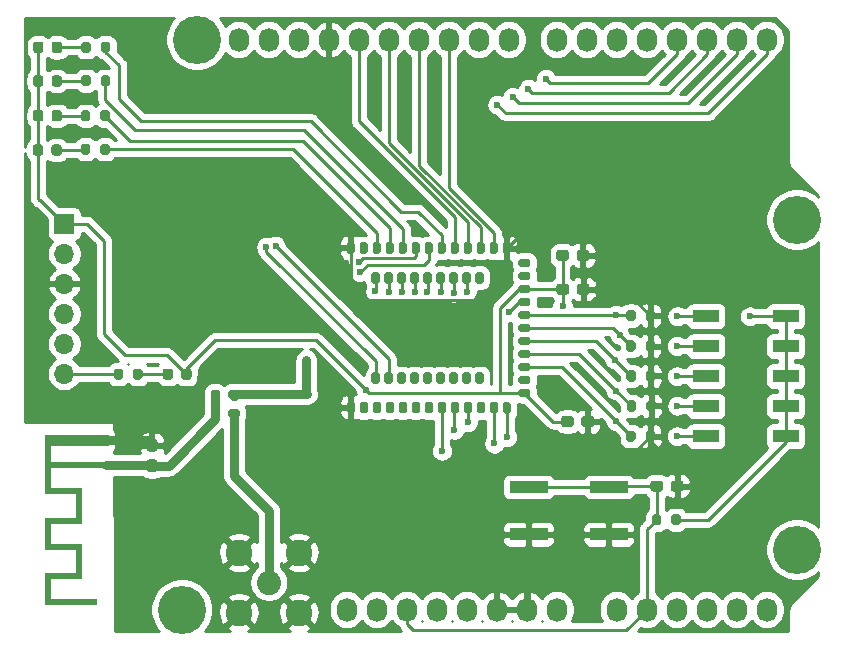
<source format=gbr>
%TF.GenerationSoftware,KiCad,Pcbnew,(5.1.7)-1*%
%TF.CreationDate,2020-11-28T10:02:44+01:00*%
%TF.ProjectId,Rhizo_Receiver_Shield,5268697a-6f5f-4526-9563-65697665725f,rev?*%
%TF.SameCoordinates,Original*%
%TF.FileFunction,Copper,L1,Top*%
%TF.FilePolarity,Positive*%
%FSLAX46Y46*%
G04 Gerber Fmt 4.6, Leading zero omitted, Abs format (unit mm)*
G04 Created by KiCad (PCBNEW (5.1.7)-1) date 2020-11-28 10:02:44*
%MOMM*%
%LPD*%
G01*
G04 APERTURE LIST*
%TA.AperFunction,EtchedComponent*%
%ADD10C,0.100000*%
%TD*%
%TA.AperFunction,ComponentPad*%
%ADD11O,1.700000X1.700000*%
%TD*%
%TA.AperFunction,ComponentPad*%
%ADD12R,1.700000X1.700000*%
%TD*%
%TA.AperFunction,ComponentPad*%
%ADD13C,2.250000*%
%TD*%
%TA.AperFunction,ComponentPad*%
%ADD14C,2.050000*%
%TD*%
%TA.AperFunction,SMDPad,CuDef*%
%ADD15R,3.200000X1.000000*%
%TD*%
%TA.AperFunction,SMDPad,CuDef*%
%ADD16R,2.160000X1.120000*%
%TD*%
%TA.AperFunction,ConnectorPad*%
%ADD17R,0.500000X0.500000*%
%TD*%
%TA.AperFunction,ComponentPad*%
%ADD18R,0.500000X0.900000*%
%TD*%
%TA.AperFunction,ComponentPad*%
%ADD19O,1.727200X2.032000*%
%TD*%
%TA.AperFunction,ComponentPad*%
%ADD20C,4.064000*%
%TD*%
%TA.AperFunction,ViaPad*%
%ADD21C,0.600000*%
%TD*%
%TA.AperFunction,Conductor*%
%ADD22C,0.250000*%
%TD*%
%TA.AperFunction,Conductor*%
%ADD23C,0.750000*%
%TD*%
%TA.AperFunction,Conductor*%
%ADD24C,0.254000*%
%TD*%
%TA.AperFunction,Conductor*%
%ADD25C,0.100000*%
%TD*%
%TA.AperFunction,NonConductor*%
%ADD26C,0.254000*%
%TD*%
%TA.AperFunction,NonConductor*%
%ADD27C,0.100000*%
%TD*%
G04 APERTURE END LIST*
D10*
%TO.C,AE1*%
G36*
X115998780Y-114062680D02*
G01*
X115998780Y-116062680D01*
X113358780Y-116062680D01*
X113358780Y-118762680D01*
X115998780Y-118762680D01*
X115998780Y-120762680D01*
X113358780Y-120762680D01*
X113358780Y-123462680D01*
X117798780Y-123462680D01*
X117798780Y-122962680D01*
X113858780Y-122962680D01*
X113858780Y-121262680D01*
X116498780Y-121262680D01*
X116498780Y-118262680D01*
X113858780Y-118262680D01*
X113858780Y-116562680D01*
X116498780Y-116562680D01*
X116498780Y-113562680D01*
X113858780Y-113562680D01*
X113858780Y-111862680D01*
X118758780Y-111862680D01*
X118758780Y-111362680D01*
X113858780Y-111362680D01*
X113858780Y-109962680D01*
X118758780Y-109962680D01*
X118758780Y-109062680D01*
X118515565Y-109062680D01*
X118515565Y-109365097D01*
X118563175Y-109374938D01*
X118605577Y-109399006D01*
X118638361Y-109436949D01*
X118642715Y-109444861D01*
X118654823Y-109487524D01*
X118654080Y-109536043D01*
X118641180Y-109581558D01*
X118630567Y-109600169D01*
X118595333Y-109633812D01*
X118550148Y-109654371D01*
X118500622Y-109660902D01*
X118452363Y-109652462D01*
X118420137Y-109635568D01*
X118387467Y-109600308D01*
X118367372Y-109554998D01*
X118360798Y-109505413D01*
X118368688Y-109457327D01*
X118385594Y-109424435D01*
X118422364Y-109389495D01*
X118467158Y-109369833D01*
X118515565Y-109365097D01*
X118515565Y-109062680D01*
X113358780Y-109062680D01*
X113358780Y-114062680D01*
X115998780Y-114062680D01*
G37*
%TD*%
D11*
%TO.P,P9,6*%
%TO.N,VBUS*%
X115001040Y-103863140D03*
%TO.P,P9,5*%
%TO.N,Reset*%
X115001040Y-101323140D03*
%TO.P,P9,4*%
%TO.N,SWDIO*%
X115001040Y-98783140D03*
%TO.P,P9,3*%
%TO.N,GND*%
X115001040Y-96243140D03*
%TO.P,P9,2*%
%TO.N,SWDCLK*%
X115001040Y-93703140D03*
D12*
%TO.P,P9,1*%
%TO.N,VDD_nRF*%
X115001040Y-91163140D03*
%TD*%
%TO.P,C18,2*%
%TO.N,GND*%
%TA.AperFunction,SMDPad,CuDef*%
G36*
G01*
X158384120Y-94077800D02*
X158384120Y-93602800D01*
G75*
G02*
X158621620Y-93365300I237500J0D01*
G01*
X159221620Y-93365300D01*
G75*
G02*
X159459120Y-93602800I0J-237500D01*
G01*
X159459120Y-94077800D01*
G75*
G02*
X159221620Y-94315300I-237500J0D01*
G01*
X158621620Y-94315300D01*
G75*
G02*
X158384120Y-94077800I0J237500D01*
G01*
G37*
%TD.AperFunction*%
%TO.P,C18,1*%
%TO.N,VDD_nRF*%
%TA.AperFunction,SMDPad,CuDef*%
G36*
G01*
X156659120Y-94077800D02*
X156659120Y-93602800D01*
G75*
G02*
X156896620Y-93365300I237500J0D01*
G01*
X157496620Y-93365300D01*
G75*
G02*
X157734120Y-93602800I0J-237500D01*
G01*
X157734120Y-94077800D01*
G75*
G02*
X157496620Y-94315300I-237500J0D01*
G01*
X156896620Y-94315300D01*
G75*
G02*
X156659120Y-94077800I0J237500D01*
G01*
G37*
%TD.AperFunction*%
%TD*%
%TO.P,C16,2*%
%TO.N,GND*%
%TA.AperFunction,SMDPad,CuDef*%
G36*
G01*
X158405880Y-96950540D02*
X158405880Y-96475540D01*
G75*
G02*
X158643380Y-96238040I237500J0D01*
G01*
X159243380Y-96238040D01*
G75*
G02*
X159480880Y-96475540I0J-237500D01*
G01*
X159480880Y-96950540D01*
G75*
G02*
X159243380Y-97188040I-237500J0D01*
G01*
X158643380Y-97188040D01*
G75*
G02*
X158405880Y-96950540I0J237500D01*
G01*
G37*
%TD.AperFunction*%
%TO.P,C16,1*%
%TO.N,VDD_nRF*%
%TA.AperFunction,SMDPad,CuDef*%
G36*
G01*
X156680880Y-96950540D02*
X156680880Y-96475540D01*
G75*
G02*
X156918380Y-96238040I237500J0D01*
G01*
X157518380Y-96238040D01*
G75*
G02*
X157755880Y-96475540I0J-237500D01*
G01*
X157755880Y-96950540D01*
G75*
G02*
X157518380Y-97188040I-237500J0D01*
G01*
X156918380Y-97188040D01*
G75*
G02*
X156680880Y-96950540I0J237500D01*
G01*
G37*
%TD.AperFunction*%
%TD*%
%TO.P,C15,2*%
%TO.N,GND*%
%TA.AperFunction,SMDPad,CuDef*%
G36*
G01*
X158795600Y-108144320D02*
X158795600Y-107669320D01*
G75*
G02*
X159033100Y-107431820I237500J0D01*
G01*
X159633100Y-107431820D01*
G75*
G02*
X159870600Y-107669320I0J-237500D01*
G01*
X159870600Y-108144320D01*
G75*
G02*
X159633100Y-108381820I-237500J0D01*
G01*
X159033100Y-108381820D01*
G75*
G02*
X158795600Y-108144320I0J237500D01*
G01*
G37*
%TD.AperFunction*%
%TO.P,C15,1*%
%TO.N,VDD_nRF*%
%TA.AperFunction,SMDPad,CuDef*%
G36*
G01*
X157070600Y-108144320D02*
X157070600Y-107669320D01*
G75*
G02*
X157308100Y-107431820I237500J0D01*
G01*
X157908100Y-107431820D01*
G75*
G02*
X158145600Y-107669320I0J-237500D01*
G01*
X158145600Y-108144320D01*
G75*
G02*
X157908100Y-108381820I-237500J0D01*
G01*
X157308100Y-108381820D01*
G75*
G02*
X157070600Y-108144320I0J237500D01*
G01*
G37*
%TD.AperFunction*%
%TD*%
%TO.P,C14,2*%
%TO.N,GND*%
%TA.AperFunction,SMDPad,CuDef*%
G36*
G01*
X166362260Y-113612940D02*
X166362260Y-113137940D01*
G75*
G02*
X166599760Y-112900440I237500J0D01*
G01*
X167199760Y-112900440D01*
G75*
G02*
X167437260Y-113137940I0J-237500D01*
G01*
X167437260Y-113612940D01*
G75*
G02*
X167199760Y-113850440I-237500J0D01*
G01*
X166599760Y-113850440D01*
G75*
G02*
X166362260Y-113612940I0J237500D01*
G01*
G37*
%TD.AperFunction*%
%TO.P,C14,1*%
%TO.N,Reset*%
%TA.AperFunction,SMDPad,CuDef*%
G36*
G01*
X164637260Y-113612940D02*
X164637260Y-113137940D01*
G75*
G02*
X164874760Y-112900440I237500J0D01*
G01*
X165474760Y-112900440D01*
G75*
G02*
X165712260Y-113137940I0J-237500D01*
G01*
X165712260Y-113612940D01*
G75*
G02*
X165474760Y-113850440I-237500J0D01*
G01*
X164874760Y-113850440D01*
G75*
G02*
X164637260Y-113612940I0J237500D01*
G01*
G37*
%TD.AperFunction*%
%TD*%
%TO.P,C2,2*%
%TO.N,GND*%
%TA.AperFunction,SMDPad,CuDef*%
G36*
G01*
X122675660Y-110453460D02*
X122200660Y-110453460D01*
G75*
G02*
X121963160Y-110215960I0J237500D01*
G01*
X121963160Y-109615960D01*
G75*
G02*
X122200660Y-109378460I237500J0D01*
G01*
X122675660Y-109378460D01*
G75*
G02*
X122913160Y-109615960I0J-237500D01*
G01*
X122913160Y-110215960D01*
G75*
G02*
X122675660Y-110453460I-237500J0D01*
G01*
G37*
%TD.AperFunction*%
%TO.P,C2,1*%
%TO.N,Net-(AE1-Pad1)*%
%TA.AperFunction,SMDPad,CuDef*%
G36*
G01*
X122675660Y-112178460D02*
X122200660Y-112178460D01*
G75*
G02*
X121963160Y-111940960I0J237500D01*
G01*
X121963160Y-111340960D01*
G75*
G02*
X122200660Y-111103460I237500J0D01*
G01*
X122675660Y-111103460D01*
G75*
G02*
X122913160Y-111340960I0J-237500D01*
G01*
X122913160Y-111940960D01*
G75*
G02*
X122675660Y-112178460I-237500J0D01*
G01*
G37*
%TD.AperFunction*%
%TD*%
D13*
%TO.P,J1,2*%
%TO.N,GND*%
X129794000Y-124079000D03*
X129794000Y-118999000D03*
X134874000Y-118999000D03*
X134874000Y-124079000D03*
D14*
%TO.P,J1,1*%
%TO.N,Net-(J1-Pad1)*%
X132334000Y-121539000D03*
%TD*%
%TO.P,U101,M2*%
%TO.N,Net-(U101-PadM2)*%
%TA.AperFunction,SMDPad,CuDef*%
G36*
G01*
X153467280Y-104555940D02*
X153467280Y-104205940D01*
G75*
G02*
X153642280Y-104030940I175000J0D01*
G01*
X154292280Y-104030940D01*
G75*
G02*
X154467280Y-104205940I0J-175000D01*
G01*
X154467280Y-104555940D01*
G75*
G02*
X154292280Y-104730940I-175000J0D01*
G01*
X153642280Y-104730940D01*
G75*
G02*
X153467280Y-104555940I0J175000D01*
G01*
G37*
%TD.AperFunction*%
%TO.P,U101,R1*%
%TO.N,SW0*%
%TA.AperFunction,SMDPad,CuDef*%
G36*
G01*
X153467280Y-103455940D02*
X153467280Y-103105940D01*
G75*
G02*
X153642280Y-102930940I175000J0D01*
G01*
X154292280Y-102930940D01*
G75*
G02*
X154467280Y-103105940I0J-175000D01*
G01*
X154467280Y-103455940D01*
G75*
G02*
X154292280Y-103630940I-175000J0D01*
G01*
X153642280Y-103630940D01*
G75*
G02*
X153467280Y-103455940I0J175000D01*
G01*
G37*
%TD.AperFunction*%
%TO.P,U101,B1*%
%TO.N,VDD_nRF*%
%TA.AperFunction,SMDPad,CuDef*%
G36*
G01*
X153467280Y-105655940D02*
X153467280Y-105305940D01*
G75*
G02*
X153642280Y-105130940I175000J0D01*
G01*
X154292280Y-105130940D01*
G75*
G02*
X154467280Y-105305940I0J-175000D01*
G01*
X154467280Y-105655940D01*
G75*
G02*
X154292280Y-105830940I-175000J0D01*
G01*
X153642280Y-105830940D01*
G75*
G02*
X153467280Y-105655940I0J175000D01*
G01*
G37*
%TD.AperFunction*%
%TO.P,U101,AC13*%
%TO.N,Reset*%
%TA.AperFunction,SMDPad,CuDef*%
G36*
G01*
X153467280Y-97955940D02*
X153467280Y-97605940D01*
G75*
G02*
X153642280Y-97430940I175000J0D01*
G01*
X154292280Y-97430940D01*
G75*
G02*
X154467280Y-97605940I0J-175000D01*
G01*
X154467280Y-97955940D01*
G75*
G02*
X154292280Y-98130940I-175000J0D01*
G01*
X153642280Y-98130940D01*
G75*
G02*
X153467280Y-97955940I0J175000D01*
G01*
G37*
%TD.AperFunction*%
%TO.P,U101,U1*%
%TO.N,SW1*%
%TA.AperFunction,SMDPad,CuDef*%
G36*
G01*
X153467280Y-102355940D02*
X153467280Y-102005940D01*
G75*
G02*
X153642280Y-101830940I175000J0D01*
G01*
X154292280Y-101830940D01*
G75*
G02*
X154467280Y-102005940I0J-175000D01*
G01*
X154467280Y-102355940D01*
G75*
G02*
X154292280Y-102530940I-175000J0D01*
G01*
X153642280Y-102530940D01*
G75*
G02*
X153467280Y-102355940I0J175000D01*
G01*
G37*
%TD.AperFunction*%
%TO.P,U101,AD2*%
%TO.N,VDD_nRF*%
%TA.AperFunction,SMDPad,CuDef*%
G36*
G01*
X153467280Y-96855940D02*
X153467280Y-96505940D01*
G75*
G02*
X153642280Y-96330940I175000J0D01*
G01*
X154292280Y-96330940D01*
G75*
G02*
X154467280Y-96505940I0J-175000D01*
G01*
X154467280Y-96855940D01*
G75*
G02*
X154292280Y-97030940I-175000J0D01*
G01*
X153642280Y-97030940D01*
G75*
G02*
X153467280Y-96855940I0J175000D01*
G01*
G37*
%TD.AperFunction*%
%TO.P,U101,AC19*%
%TO.N,SW2*%
%TA.AperFunction,SMDPad,CuDef*%
G36*
G01*
X153467280Y-101255940D02*
X153467280Y-100905940D01*
G75*
G02*
X153642280Y-100730940I175000J0D01*
G01*
X154292280Y-100730940D01*
G75*
G02*
X154467280Y-100905940I0J-175000D01*
G01*
X154467280Y-101255940D01*
G75*
G02*
X154292280Y-101430940I-175000J0D01*
G01*
X153642280Y-101430940D01*
G75*
G02*
X153467280Y-101255940I0J175000D01*
G01*
G37*
%TD.AperFunction*%
%TO.P,U101,AD4*%
%TO.N,Net-(U101-PadAD4)*%
%TA.AperFunction,SMDPad,CuDef*%
G36*
G01*
X153467280Y-95755940D02*
X153467280Y-95405940D01*
G75*
G02*
X153642280Y-95230940I175000J0D01*
G01*
X154292280Y-95230940D01*
G75*
G02*
X154467280Y-95405940I0J-175000D01*
G01*
X154467280Y-95755940D01*
G75*
G02*
X154292280Y-95930940I-175000J0D01*
G01*
X153642280Y-95930940D01*
G75*
G02*
X153467280Y-95755940I0J175000D01*
G01*
G37*
%TD.AperFunction*%
%TO.P,U101,AD6*%
%TO.N,Net-(U101-PadAD6)*%
%TA.AperFunction,SMDPad,CuDef*%
G36*
G01*
X153467280Y-94655940D02*
X153467280Y-94305940D01*
G75*
G02*
X153642280Y-94130940I175000J0D01*
G01*
X154292280Y-94130940D01*
G75*
G02*
X154467280Y-94305940I0J-175000D01*
G01*
X154467280Y-94655940D01*
G75*
G02*
X154292280Y-94830940I-175000J0D01*
G01*
X153642280Y-94830940D01*
G75*
G02*
X153467280Y-94655940I0J175000D01*
G01*
G37*
%TD.AperFunction*%
%TO.P,U101,AC17*%
%TO.N,SW3*%
%TA.AperFunction,SMDPad,CuDef*%
G36*
G01*
X153467280Y-100155940D02*
X153467280Y-99805940D01*
G75*
G02*
X153642280Y-99630940I175000J0D01*
G01*
X154292280Y-99630940D01*
G75*
G02*
X154467280Y-99805940I0J-175000D01*
G01*
X154467280Y-100155940D01*
G75*
G02*
X154292280Y-100330940I-175000J0D01*
G01*
X153642280Y-100330940D01*
G75*
G02*
X153467280Y-100155940I0J175000D01*
G01*
G37*
%TD.AperFunction*%
%TO.P,U101,AC15*%
%TO.N,SW4*%
%TA.AperFunction,SMDPad,CuDef*%
G36*
G01*
X153467280Y-99055940D02*
X153467280Y-98705940D01*
G75*
G02*
X153642280Y-98530940I175000J0D01*
G01*
X154292280Y-98530940D01*
G75*
G02*
X154467280Y-98705940I0J-175000D01*
G01*
X154467280Y-99055940D01*
G75*
G02*
X154292280Y-99230940I-175000J0D01*
G01*
X153642280Y-99230940D01*
G75*
G02*
X153467280Y-99055940I0J175000D01*
G01*
G37*
%TD.AperFunction*%
%TO.P,U101,A10*%
%TO.N,A10*%
%TA.AperFunction,SMDPad,CuDef*%
G36*
G01*
X148242280Y-107210940D02*
X147892280Y-107210940D01*
G75*
G02*
X147717280Y-107035940I0J175000D01*
G01*
X147717280Y-106385940D01*
G75*
G02*
X147892280Y-106210940I175000J0D01*
G01*
X148242280Y-106210940D01*
G75*
G02*
X148417280Y-106385940I0J-175000D01*
G01*
X148417280Y-107035940D01*
G75*
G02*
X148242280Y-107210940I-175000J0D01*
G01*
G37*
%TD.AperFunction*%
%TO.P,U101,A8*%
%TO.N,A8*%
%TA.AperFunction,SMDPad,CuDef*%
G36*
G01*
X150442280Y-107210940D02*
X150092280Y-107210940D01*
G75*
G02*
X149917280Y-107035940I0J175000D01*
G01*
X149917280Y-106385940D01*
G75*
G02*
X150092280Y-106210940I175000J0D01*
G01*
X150442280Y-106210940D01*
G75*
G02*
X150617280Y-106385940I0J-175000D01*
G01*
X150617280Y-107035940D01*
G75*
G02*
X150442280Y-107210940I-175000J0D01*
G01*
G37*
%TD.AperFunction*%
%TO.P,U101,A20*%
%TO.N,Net-(U101-PadA20)*%
%TA.AperFunction,SMDPad,CuDef*%
G36*
G01*
X141642280Y-107210940D02*
X141292280Y-107210940D01*
G75*
G02*
X141117280Y-107035940I0J175000D01*
G01*
X141117280Y-106385940D01*
G75*
G02*
X141292280Y-106210940I175000J0D01*
G01*
X141642280Y-106210940D01*
G75*
G02*
X141817280Y-106385940I0J-175000D01*
G01*
X141817280Y-107035940D01*
G75*
G02*
X141642280Y-107210940I-175000J0D01*
G01*
G37*
%TD.AperFunction*%
%TO.P,U101,A12*%
%TO.N,Net-(U101-PadA12)*%
%TA.AperFunction,SMDPad,CuDef*%
G36*
G01*
X146042280Y-107210940D02*
X145692280Y-107210940D01*
G75*
G02*
X145517280Y-107035940I0J175000D01*
G01*
X145517280Y-106385940D01*
G75*
G02*
X145692280Y-106210940I175000J0D01*
G01*
X146042280Y-106210940D01*
G75*
G02*
X146217280Y-106385940I0J-175000D01*
G01*
X146217280Y-107035940D01*
G75*
G02*
X146042280Y-107210940I-175000J0D01*
G01*
G37*
%TD.AperFunction*%
%TO.P,U101,B13*%
%TO.N,Net-(U101-PadB13)*%
%TA.AperFunction,SMDPad,CuDef*%
G36*
G01*
X144942280Y-107210940D02*
X144592280Y-107210940D01*
G75*
G02*
X144417280Y-107035940I0J175000D01*
G01*
X144417280Y-106385940D01*
G75*
G02*
X144592280Y-106210940I175000J0D01*
G01*
X144942280Y-106210940D01*
G75*
G02*
X145117280Y-106385940I0J-175000D01*
G01*
X145117280Y-107035940D01*
G75*
G02*
X144942280Y-107210940I-175000J0D01*
G01*
G37*
%TD.AperFunction*%
%TO.P,U101,K2*%
%TO.N,K2*%
%TA.AperFunction,SMDPad,CuDef*%
G36*
G01*
X152642280Y-107230940D02*
X152292280Y-107230940D01*
G75*
G02*
X152117280Y-107055940I0J175000D01*
G01*
X152117280Y-106405940D01*
G75*
G02*
X152292280Y-106230940I175000J0D01*
G01*
X152642280Y-106230940D01*
G75*
G02*
X152817280Y-106405940I0J-175000D01*
G01*
X152817280Y-107055940D01*
G75*
G02*
X152642280Y-107230940I-175000J0D01*
G01*
G37*
%TD.AperFunction*%
%TO.P,U101,A14*%
%TO.N,Net-(U101-PadA14)*%
%TA.AperFunction,SMDPad,CuDef*%
G36*
G01*
X143842280Y-107210940D02*
X143492280Y-107210940D01*
G75*
G02*
X143317280Y-107035940I0J175000D01*
G01*
X143317280Y-106385940D01*
G75*
G02*
X143492280Y-106210940I175000J0D01*
G01*
X143842280Y-106210940D01*
G75*
G02*
X144017280Y-106385940I0J-175000D01*
G01*
X144017280Y-107035940D01*
G75*
G02*
X143842280Y-107210940I-175000J0D01*
G01*
G37*
%TD.AperFunction*%
%TO.P,U101,B9*%
%TO.N,B9*%
%TA.AperFunction,SMDPad,CuDef*%
G36*
G01*
X149342280Y-107210940D02*
X148992280Y-107210940D01*
G75*
G02*
X148817280Y-107035940I0J175000D01*
G01*
X148817280Y-106385940D01*
G75*
G02*
X148992280Y-106210940I175000J0D01*
G01*
X149342280Y-106210940D01*
G75*
G02*
X149517280Y-106385940I0J-175000D01*
G01*
X149517280Y-107035940D01*
G75*
G02*
X149342280Y-107210940I-175000J0D01*
G01*
G37*
%TD.AperFunction*%
%TO.P,U101,J1*%
%TO.N,J1*%
%TA.AperFunction,SMDPad,CuDef*%
G36*
G01*
X151542280Y-107210940D02*
X151192280Y-107210940D01*
G75*
G02*
X151017280Y-107035940I0J175000D01*
G01*
X151017280Y-106385940D01*
G75*
G02*
X151192280Y-106210940I175000J0D01*
G01*
X151542280Y-106210940D01*
G75*
G02*
X151717280Y-106385940I0J-175000D01*
G01*
X151717280Y-107035940D01*
G75*
G02*
X151542280Y-107210940I-175000J0D01*
G01*
G37*
%TD.AperFunction*%
%TO.P,U101,A16*%
%TO.N,Net-(U101-PadA16)*%
%TA.AperFunction,SMDPad,CuDef*%
G36*
G01*
X142742280Y-107210940D02*
X142392280Y-107210940D01*
G75*
G02*
X142217280Y-107035940I0J175000D01*
G01*
X142217280Y-106385940D01*
G75*
G02*
X142392280Y-106210940I175000J0D01*
G01*
X142742280Y-106210940D01*
G75*
G02*
X142917280Y-106385940I0J-175000D01*
G01*
X142917280Y-107035940D01*
G75*
G02*
X142742280Y-107210940I-175000J0D01*
G01*
G37*
%TD.AperFunction*%
%TO.P,U101,B11*%
%TO.N,B11*%
%TA.AperFunction,SMDPad,CuDef*%
G36*
G01*
X147142280Y-107210940D02*
X146792280Y-107210940D01*
G75*
G02*
X146617280Y-107035940I0J175000D01*
G01*
X146617280Y-106385940D01*
G75*
G02*
X146792280Y-106210940I175000J0D01*
G01*
X147142280Y-106210940D01*
G75*
G02*
X147317280Y-106385940I0J-175000D01*
G01*
X147317280Y-107035940D01*
G75*
G02*
X147142280Y-107210940I-175000J0D01*
G01*
G37*
%TD.AperFunction*%
%TO.P,U101,B19*%
%TO.N,Net-(U101-PadB19)*%
%TA.AperFunction,SMDPad,CuDef*%
G36*
G01*
X140542280Y-107210940D02*
X140192280Y-107210940D01*
G75*
G02*
X140017280Y-107035940I0J175000D01*
G01*
X140017280Y-106385940D01*
G75*
G02*
X140192280Y-106210940I175000J0D01*
G01*
X140542280Y-106210940D01*
G75*
G02*
X140717280Y-106385940I0J-175000D01*
G01*
X140717280Y-107035940D01*
G75*
G02*
X140542280Y-107210940I-175000J0D01*
G01*
G37*
%TD.AperFunction*%
%TO.P,U101,B7*%
%TO.N,GND*%
%TA.AperFunction,SMDPad,CuDef*%
G36*
G01*
X139442280Y-107210940D02*
X139092280Y-107210940D01*
G75*
G02*
X138917280Y-107035940I0J175000D01*
G01*
X138917280Y-106385940D01*
G75*
G02*
X139092280Y-106210940I175000J0D01*
G01*
X139442280Y-106210940D01*
G75*
G02*
X139617280Y-106385940I0J-175000D01*
G01*
X139617280Y-107035940D01*
G75*
G02*
X139442280Y-107210940I-175000J0D01*
G01*
G37*
%TD.AperFunction*%
%TA.AperFunction,SMDPad,CuDef*%
G36*
G01*
X152642280Y-93730940D02*
X152292280Y-93730940D01*
G75*
G02*
X152117280Y-93555940I0J175000D01*
G01*
X152117280Y-92905940D01*
G75*
G02*
X152292280Y-92730940I175000J0D01*
G01*
X152642280Y-92730940D01*
G75*
G02*
X152817280Y-92905940I0J-175000D01*
G01*
X152817280Y-93555940D01*
G75*
G02*
X152642280Y-93730940I-175000J0D01*
G01*
G37*
%TD.AperFunction*%
%TO.P,U101,AD22*%
%TO.N,SPI_MOSI*%
%TA.AperFunction,SMDPad,CuDef*%
G36*
G01*
X150442280Y-93710940D02*
X150092280Y-93710940D01*
G75*
G02*
X149917280Y-93535940I0J175000D01*
G01*
X149917280Y-92885940D01*
G75*
G02*
X150092280Y-92710940I175000J0D01*
G01*
X150442280Y-92710940D01*
G75*
G02*
X150617280Y-92885940I0J-175000D01*
G01*
X150617280Y-93535940D01*
G75*
G02*
X150442280Y-93710940I-175000J0D01*
G01*
G37*
%TD.AperFunction*%
%TO.P,U101,Y23*%
%TO.N,SPI_SCK*%
%TA.AperFunction,SMDPad,CuDef*%
G36*
G01*
X148242280Y-93710940D02*
X147892280Y-93710940D01*
G75*
G02*
X147717280Y-93535940I0J175000D01*
G01*
X147717280Y-92885940D01*
G75*
G02*
X147892280Y-92710940I175000J0D01*
G01*
X148242280Y-92710940D01*
G75*
G02*
X148417280Y-92885940I0J-175000D01*
G01*
X148417280Y-93535940D01*
G75*
G02*
X148242280Y-93710940I-175000J0D01*
G01*
G37*
%TD.AperFunction*%
%TO.P,U101,AD18*%
%TO.N,SPI_SS*%
%TA.AperFunction,SMDPad,CuDef*%
G36*
G01*
X151542280Y-93710940D02*
X151192280Y-93710940D01*
G75*
G02*
X151017280Y-93535940I0J175000D01*
G01*
X151017280Y-92885940D01*
G75*
G02*
X151192280Y-92710940I175000J0D01*
G01*
X151542280Y-92710940D01*
G75*
G02*
X151717280Y-92885940I0J-175000D01*
G01*
X151717280Y-93535940D01*
G75*
G02*
X151542280Y-93710940I-175000J0D01*
G01*
G37*
%TD.AperFunction*%
%TO.P,U101,V23*%
%TO.N,SPI_MISO*%
%TA.AperFunction,SMDPad,CuDef*%
G36*
G01*
X149342280Y-93710940D02*
X148992280Y-93710940D01*
G75*
G02*
X148817280Y-93535940I0J175000D01*
G01*
X148817280Y-92885940D01*
G75*
G02*
X148992280Y-92710940I175000J0D01*
G01*
X149342280Y-92710940D01*
G75*
G02*
X149517280Y-92885940I0J-175000D01*
G01*
X149517280Y-93535940D01*
G75*
G02*
X149342280Y-93710940I-175000J0D01*
G01*
G37*
%TD.AperFunction*%
%TO.P,U101,AA24*%
%TO.N,SWDCLK*%
%TA.AperFunction,SMDPad,CuDef*%
G36*
G01*
X146042280Y-93710940D02*
X145692280Y-93710940D01*
G75*
G02*
X145517280Y-93535940I0J175000D01*
G01*
X145517280Y-92885940D01*
G75*
G02*
X145692280Y-92710940I175000J0D01*
G01*
X146042280Y-92710940D01*
G75*
G02*
X146217280Y-92885940I0J-175000D01*
G01*
X146217280Y-93535940D01*
G75*
G02*
X146042280Y-93710940I-175000J0D01*
G01*
G37*
%TD.AperFunction*%
%TO.P,U101,L24*%
%TO.N,LED2*%
%TA.AperFunction,SMDPad,CuDef*%
G36*
G01*
X141642280Y-93710940D02*
X141292280Y-93710940D01*
G75*
G02*
X141117280Y-93535940I0J175000D01*
G01*
X141117280Y-92885940D01*
G75*
G02*
X141292280Y-92710940I175000J0D01*
G01*
X141642280Y-92710940D01*
G75*
G02*
X141817280Y-92885940I0J-175000D01*
G01*
X141817280Y-93535940D01*
G75*
G02*
X141642280Y-93710940I-175000J0D01*
G01*
G37*
%TD.AperFunction*%
%TO.P,U101,W24*%
%TO.N,LED1*%
%TA.AperFunction,SMDPad,CuDef*%
G36*
G01*
X147142280Y-93710940D02*
X146792280Y-93710940D01*
G75*
G02*
X146617280Y-93535940I0J175000D01*
G01*
X146617280Y-92885940D01*
G75*
G02*
X146792280Y-92710940I175000J0D01*
G01*
X147142280Y-92710940D01*
G75*
G02*
X147317280Y-92885940I0J-175000D01*
G01*
X147317280Y-93535940D01*
G75*
G02*
X147142280Y-93710940I-175000J0D01*
G01*
G37*
%TD.AperFunction*%
%TO.P,U101,R24*%
%TO.N,LED3*%
%TA.AperFunction,SMDPad,CuDef*%
G36*
G01*
X142742280Y-93710940D02*
X142392280Y-93710940D01*
G75*
G02*
X142217280Y-93535940I0J175000D01*
G01*
X142217280Y-92885940D01*
G75*
G02*
X142392280Y-92710940I175000J0D01*
G01*
X142742280Y-92710940D01*
G75*
G02*
X142917280Y-92885940I0J-175000D01*
G01*
X142917280Y-93535940D01*
G75*
G02*
X142742280Y-93710940I-175000J0D01*
G01*
G37*
%TD.AperFunction*%
%TO.P,U101,U24*%
%TO.N,LED0*%
%TA.AperFunction,SMDPad,CuDef*%
G36*
G01*
X143842280Y-93710940D02*
X143492280Y-93710940D01*
G75*
G02*
X143317280Y-93535940I0J175000D01*
G01*
X143317280Y-92885940D01*
G75*
G02*
X143492280Y-92710940I175000J0D01*
G01*
X143842280Y-92710940D01*
G75*
G02*
X144017280Y-92885940I0J-175000D01*
G01*
X144017280Y-93535940D01*
G75*
G02*
X143842280Y-93710940I-175000J0D01*
G01*
G37*
%TD.AperFunction*%
%TO.P,U101,AC24*%
%TO.N,SWDIO*%
%TA.AperFunction,SMDPad,CuDef*%
G36*
G01*
X144942280Y-93710940D02*
X144592280Y-93710940D01*
G75*
G02*
X144417280Y-93535940I0J175000D01*
G01*
X144417280Y-92885940D01*
G75*
G02*
X144592280Y-92710940I175000J0D01*
G01*
X144942280Y-92710940D01*
G75*
G02*
X145117280Y-92885940I0J-175000D01*
G01*
X145117280Y-93535940D01*
G75*
G02*
X144942280Y-93710940I-175000J0D01*
G01*
G37*
%TD.AperFunction*%
%TO.P,U101,B7*%
%TO.N,GND*%
%TA.AperFunction,SMDPad,CuDef*%
G36*
G01*
X139442280Y-93710940D02*
X139092280Y-93710940D01*
G75*
G02*
X138917280Y-93535940I0J175000D01*
G01*
X138917280Y-92885940D01*
G75*
G02*
X139092280Y-92710940I175000J0D01*
G01*
X139442280Y-92710940D01*
G75*
G02*
X139617280Y-92885940I0J-175000D01*
G01*
X139617280Y-93535940D01*
G75*
G02*
X139442280Y-93710940I-175000J0D01*
G01*
G37*
%TD.AperFunction*%
%TO.P,U101,J24*%
%TO.N,Net-(U101-PadJ24)*%
%TA.AperFunction,SMDPad,CuDef*%
G36*
G01*
X140542280Y-93710940D02*
X140192280Y-93710940D01*
G75*
G02*
X140017280Y-93535940I0J175000D01*
G01*
X140017280Y-92885940D01*
G75*
G02*
X140192280Y-92710940I175000J0D01*
G01*
X140542280Y-92710940D01*
G75*
G02*
X140717280Y-92885940I0J-175000D01*
G01*
X140717280Y-93535940D01*
G75*
G02*
X140542280Y-93710940I-175000J0D01*
G01*
G37*
%TD.AperFunction*%
%TO.P,U101,N1*%
%TO.N,Net-(U101-PadN1)*%
%TA.AperFunction,SMDPad,CuDef*%
G36*
G01*
X148142280Y-104730940D02*
X147792280Y-104730940D01*
G75*
G02*
X147617280Y-104555940I0J175000D01*
G01*
X147617280Y-103905940D01*
G75*
G02*
X147792280Y-103730940I175000J0D01*
G01*
X148142280Y-103730940D01*
G75*
G02*
X148317280Y-103905940I0J-175000D01*
G01*
X148317280Y-104555940D01*
G75*
G02*
X148142280Y-104730940I-175000J0D01*
G01*
G37*
%TD.AperFunction*%
%TO.P,U101,AC21*%
%TO.N,Net-(U101-PadAC21)*%
%TA.AperFunction,SMDPad,CuDef*%
G36*
G01*
X143742280Y-104730940D02*
X143392280Y-104730940D01*
G75*
G02*
X143217280Y-104555940I0J175000D01*
G01*
X143217280Y-103905940D01*
G75*
G02*
X143392280Y-103730940I175000J0D01*
G01*
X143742280Y-103730940D01*
G75*
G02*
X143917280Y-103905940I0J-175000D01*
G01*
X143917280Y-104555940D01*
G75*
G02*
X143742280Y-104730940I-175000J0D01*
G01*
G37*
%TD.AperFunction*%
%TO.P,U101,L1*%
%TO.N,Net-(U101-PadL1)*%
%TA.AperFunction,SMDPad,CuDef*%
G36*
G01*
X149242280Y-104730940D02*
X148892280Y-104730940D01*
G75*
G02*
X148717280Y-104555940I0J175000D01*
G01*
X148717280Y-103905940D01*
G75*
G02*
X148892280Y-103730940I175000J0D01*
G01*
X149242280Y-103730940D01*
G75*
G02*
X149417280Y-103905940I0J-175000D01*
G01*
X149417280Y-104555940D01*
G75*
G02*
X149242280Y-104730940I-175000J0D01*
G01*
G37*
%TD.AperFunction*%
%TO.P,U101,T2*%
%TO.N,Net-(U101-PadT2)*%
%TA.AperFunction,SMDPad,CuDef*%
G36*
G01*
X144842280Y-104730940D02*
X144492280Y-104730940D01*
G75*
G02*
X144317280Y-104555940I0J175000D01*
G01*
X144317280Y-103905940D01*
G75*
G02*
X144492280Y-103730940I175000J0D01*
G01*
X144842280Y-103730940D01*
G75*
G02*
X145017280Y-103905940I0J-175000D01*
G01*
X145017280Y-104555940D01*
G75*
G02*
X144842280Y-104730940I-175000J0D01*
G01*
G37*
%TD.AperFunction*%
%TO.P,U101,G1*%
%TO.N,Net-(U101-PadG1)*%
%TA.AperFunction,SMDPad,CuDef*%
G36*
G01*
X150342280Y-104730940D02*
X149992280Y-104730940D01*
G75*
G02*
X149817280Y-104555940I0J175000D01*
G01*
X149817280Y-103905940D01*
G75*
G02*
X149992280Y-103730940I175000J0D01*
G01*
X150342280Y-103730940D01*
G75*
G02*
X150517280Y-103905940I0J-175000D01*
G01*
X150517280Y-104555940D01*
G75*
G02*
X150342280Y-104730940I-175000J0D01*
G01*
G37*
%TD.AperFunction*%
%TO.P,U101,P2*%
%TO.N,Net-(U101-PadP2)*%
%TA.AperFunction,SMDPad,CuDef*%
G36*
G01*
X145942280Y-104730940D02*
X145592280Y-104730940D01*
G75*
G02*
X145417280Y-104555940I0J175000D01*
G01*
X145417280Y-103905940D01*
G75*
G02*
X145592280Y-103730940I175000J0D01*
G01*
X145942280Y-103730940D01*
G75*
G02*
X146117280Y-103905940I0J-175000D01*
G01*
X146117280Y-104555940D01*
G75*
G02*
X145942280Y-104730940I-175000J0D01*
G01*
G37*
%TD.AperFunction*%
%TO.P,U101,H2*%
%TO.N,Net-(U101-PadH2)*%
%TA.AperFunction,SMDPad,CuDef*%
G36*
G01*
X147042280Y-104730940D02*
X146692280Y-104730940D01*
G75*
G02*
X146517280Y-104555940I0J175000D01*
G01*
X146517280Y-103905940D01*
G75*
G02*
X146692280Y-103730940I175000J0D01*
G01*
X147042280Y-103730940D01*
G75*
G02*
X147217280Y-103905940I0J-175000D01*
G01*
X147217280Y-104555940D01*
G75*
G02*
X147042280Y-104730940I-175000J0D01*
G01*
G37*
%TD.AperFunction*%
%TO.P,U101,B15*%
%TO.N,B15*%
%TA.AperFunction,SMDPad,CuDef*%
G36*
G01*
X141542280Y-104740940D02*
X141192280Y-104740940D01*
G75*
G02*
X141017280Y-104565940I0J175000D01*
G01*
X141017280Y-103915940D01*
G75*
G02*
X141192280Y-103740940I175000J0D01*
G01*
X141542280Y-103740940D01*
G75*
G02*
X141717280Y-103915940I0J-175000D01*
G01*
X141717280Y-104565940D01*
G75*
G02*
X141542280Y-104740940I-175000J0D01*
G01*
G37*
%TD.AperFunction*%
%TO.P,U101,B17*%
%TO.N,B17*%
%TA.AperFunction,SMDPad,CuDef*%
G36*
G01*
X142642280Y-104730940D02*
X142292280Y-104730940D01*
G75*
G02*
X142117280Y-104555940I0J175000D01*
G01*
X142117280Y-103905940D01*
G75*
G02*
X142292280Y-103730940I175000J0D01*
G01*
X142642280Y-103730940D01*
G75*
G02*
X142817280Y-103905940I0J-175000D01*
G01*
X142817280Y-104555940D01*
G75*
G02*
X142642280Y-104730940I-175000J0D01*
G01*
G37*
%TD.AperFunction*%
%TO.P,U101,P23*%
%TO.N,P23*%
%TA.AperFunction,SMDPad,CuDef*%
G36*
G01*
X141542280Y-96230940D02*
X141192280Y-96230940D01*
G75*
G02*
X141017280Y-96055940I0J175000D01*
G01*
X141017280Y-95405940D01*
G75*
G02*
X141192280Y-95230940I175000J0D01*
G01*
X141542280Y-95230940D01*
G75*
G02*
X141717280Y-95405940I0J-175000D01*
G01*
X141717280Y-96055940D01*
G75*
G02*
X141542280Y-96230940I-175000J0D01*
G01*
G37*
%TD.AperFunction*%
%TO.P,U101,T23*%
%TO.N,T23*%
%TA.AperFunction,SMDPad,CuDef*%
G36*
G01*
X142642280Y-96230940D02*
X142292280Y-96230940D01*
G75*
G02*
X142117280Y-96055940I0J175000D01*
G01*
X142117280Y-95405940D01*
G75*
G02*
X142292280Y-95230940I175000J0D01*
G01*
X142642280Y-95230940D01*
G75*
G02*
X142817280Y-95405940I0J-175000D01*
G01*
X142817280Y-96055940D01*
G75*
G02*
X142642280Y-96230940I-175000J0D01*
G01*
G37*
%TD.AperFunction*%
%TO.P,U101,AD20*%
%TO.N,AD20*%
%TA.AperFunction,SMDPad,CuDef*%
G36*
G01*
X143742280Y-96230940D02*
X143392280Y-96230940D01*
G75*
G02*
X143217280Y-96055940I0J175000D01*
G01*
X143217280Y-95405940D01*
G75*
G02*
X143392280Y-95230940I175000J0D01*
G01*
X143742280Y-95230940D01*
G75*
G02*
X143917280Y-95405940I0J-175000D01*
G01*
X143917280Y-96055940D01*
G75*
G02*
X143742280Y-96230940I-175000J0D01*
G01*
G37*
%TD.AperFunction*%
%TO.P,U101,AD12*%
%TO.N,AD12*%
%TA.AperFunction,SMDPad,CuDef*%
G36*
G01*
X145942280Y-96230940D02*
X145592280Y-96230940D01*
G75*
G02*
X145417280Y-96055940I0J175000D01*
G01*
X145417280Y-95405940D01*
G75*
G02*
X145592280Y-95230940I175000J0D01*
G01*
X145942280Y-95230940D01*
G75*
G02*
X146117280Y-95405940I0J-175000D01*
G01*
X146117280Y-96055940D01*
G75*
G02*
X145942280Y-96230940I-175000J0D01*
G01*
G37*
%TD.AperFunction*%
%TO.P,U101,AD16*%
%TO.N,AD16*%
%TA.AperFunction,SMDPad,CuDef*%
G36*
G01*
X144842280Y-96230940D02*
X144492280Y-96230940D01*
G75*
G02*
X144317280Y-96055940I0J175000D01*
G01*
X144317280Y-95405940D01*
G75*
G02*
X144492280Y-95230940I175000J0D01*
G01*
X144842280Y-95230940D01*
G75*
G02*
X145017280Y-95405940I0J-175000D01*
G01*
X145017280Y-96055940D01*
G75*
G02*
X144842280Y-96230940I-175000J0D01*
G01*
G37*
%TD.AperFunction*%
%TO.P,U101,AD10*%
%TO.N,AD10*%
%TA.AperFunction,SMDPad,CuDef*%
G36*
G01*
X147042280Y-96230940D02*
X146692280Y-96230940D01*
G75*
G02*
X146517280Y-96055940I0J175000D01*
G01*
X146517280Y-95405940D01*
G75*
G02*
X146692280Y-95230940I175000J0D01*
G01*
X147042280Y-95230940D01*
G75*
G02*
X147217280Y-95405940I0J-175000D01*
G01*
X147217280Y-96055940D01*
G75*
G02*
X147042280Y-96230940I-175000J0D01*
G01*
G37*
%TD.AperFunction*%
%TO.P,U101,AD8*%
%TO.N,AD8*%
%TA.AperFunction,SMDPad,CuDef*%
G36*
G01*
X149242280Y-96230940D02*
X148892280Y-96230940D01*
G75*
G02*
X148717280Y-96055940I0J175000D01*
G01*
X148717280Y-95405940D01*
G75*
G02*
X148892280Y-95230940I175000J0D01*
G01*
X149242280Y-95230940D01*
G75*
G02*
X149417280Y-95405940I0J-175000D01*
G01*
X149417280Y-96055940D01*
G75*
G02*
X149242280Y-96230940I-175000J0D01*
G01*
G37*
%TD.AperFunction*%
%TO.P,U101,AC9*%
%TO.N,AC9*%
%TA.AperFunction,SMDPad,CuDef*%
G36*
G01*
X148142280Y-96230940D02*
X147792280Y-96230940D01*
G75*
G02*
X147617280Y-96055940I0J175000D01*
G01*
X147617280Y-95405940D01*
G75*
G02*
X147792280Y-95230940I175000J0D01*
G01*
X148142280Y-95230940D01*
G75*
G02*
X148317280Y-95405940I0J-175000D01*
G01*
X148317280Y-96055940D01*
G75*
G02*
X148142280Y-96230940I-175000J0D01*
G01*
G37*
%TD.AperFunction*%
%TO.P,U101,AC11*%
%TO.N,Net-(U101-PadAC11)*%
%TA.AperFunction,SMDPad,CuDef*%
G36*
G01*
X150342280Y-96230940D02*
X149992280Y-96230940D01*
G75*
G02*
X149817280Y-96055940I0J175000D01*
G01*
X149817280Y-95405940D01*
G75*
G02*
X149992280Y-95230940I175000J0D01*
G01*
X150342280Y-95230940D01*
G75*
G02*
X150517280Y-95405940I0J-175000D01*
G01*
X150517280Y-96055940D01*
G75*
G02*
X150342280Y-96230940I-175000J0D01*
G01*
G37*
%TD.AperFunction*%
%TD*%
D15*
%TO.P,SW2,2*%
%TO.N,GND*%
X161120240Y-117446560D03*
X154320240Y-117446560D03*
%TO.P,SW2,1*%
%TO.N,Reset*%
X154320240Y-113446560D03*
X161120240Y-113446560D03*
%TD*%
D16*
%TO.P,SW1,10*%
%TO.N,SW0*%
X169357540Y-109143800D03*
%TO.P,SW1,5*%
%TO.N,VDD_nRF*%
X176087540Y-98983800D03*
%TO.P,SW1,9*%
%TO.N,SW1*%
X169357540Y-106603800D03*
%TO.P,SW1,4*%
%TO.N,VDD_nRF*%
X176087540Y-101523800D03*
%TO.P,SW1,8*%
%TO.N,SW2*%
X169357540Y-104063800D03*
%TO.P,SW1,3*%
%TO.N,VDD_nRF*%
X176087540Y-104063800D03*
%TO.P,SW1,7*%
%TO.N,SW3*%
X169357540Y-101523800D03*
%TO.P,SW1,2*%
%TO.N,VDD_nRF*%
X176087540Y-106603800D03*
%TO.P,SW1,6*%
%TO.N,SW4*%
X169357540Y-98983800D03*
%TO.P,SW1,1*%
%TO.N,VDD_nRF*%
X176087540Y-109143800D03*
%TD*%
%TO.P,R101,2*%
%TO.N,Net-(D101-Pad1)*%
%TA.AperFunction,SMDPad,CuDef*%
G36*
G01*
X120835740Y-104168620D02*
X120835740Y-103618620D01*
G75*
G02*
X121035740Y-103418620I200000J0D01*
G01*
X121435740Y-103418620D01*
G75*
G02*
X121635740Y-103618620I0J-200000D01*
G01*
X121635740Y-104168620D01*
G75*
G02*
X121435740Y-104368620I-200000J0D01*
G01*
X121035740Y-104368620D01*
G75*
G02*
X120835740Y-104168620I0J200000D01*
G01*
G37*
%TD.AperFunction*%
%TO.P,R101,1*%
%TO.N,VBUS*%
%TA.AperFunction,SMDPad,CuDef*%
G36*
G01*
X119185740Y-104168620D02*
X119185740Y-103618620D01*
G75*
G02*
X119385740Y-103418620I200000J0D01*
G01*
X119785740Y-103418620D01*
G75*
G02*
X119985740Y-103618620I0J-200000D01*
G01*
X119985740Y-104168620D01*
G75*
G02*
X119785740Y-104368620I-200000J0D01*
G01*
X119385740Y-104368620D01*
G75*
G02*
X119185740Y-104168620I0J200000D01*
G01*
G37*
%TD.AperFunction*%
%TD*%
%TO.P,R13,2*%
%TO.N,Net-(R1-Pad1)*%
%TA.AperFunction,SMDPad,CuDef*%
G36*
G01*
X129045020Y-105946620D02*
X129045020Y-105396620D01*
G75*
G02*
X129245020Y-105196620I200000J0D01*
G01*
X129645020Y-105196620D01*
G75*
G02*
X129845020Y-105396620I0J-200000D01*
G01*
X129845020Y-105946620D01*
G75*
G02*
X129645020Y-106146620I-200000J0D01*
G01*
X129245020Y-106146620D01*
G75*
G02*
X129045020Y-105946620I0J200000D01*
G01*
G37*
%TD.AperFunction*%
%TO.P,R13,1*%
%TO.N,Net-(AE1-Pad1)*%
%TA.AperFunction,SMDPad,CuDef*%
G36*
G01*
X127395020Y-105946620D02*
X127395020Y-105396620D01*
G75*
G02*
X127595020Y-105196620I200000J0D01*
G01*
X127995020Y-105196620D01*
G75*
G02*
X128195020Y-105396620I0J-200000D01*
G01*
X128195020Y-105946620D01*
G75*
G02*
X127995020Y-106146620I-200000J0D01*
G01*
X127595020Y-106146620D01*
G75*
G02*
X127395020Y-105946620I0J200000D01*
G01*
G37*
%TD.AperFunction*%
%TD*%
%TO.P,R11,1*%
%TO.N,SW4*%
%TA.AperFunction,SMDPad,CuDef*%
G36*
G01*
X162579100Y-99210540D02*
X162579100Y-98660540D01*
G75*
G02*
X162779100Y-98460540I200000J0D01*
G01*
X163179100Y-98460540D01*
G75*
G02*
X163379100Y-98660540I0J-200000D01*
G01*
X163379100Y-99210540D01*
G75*
G02*
X163179100Y-99410540I-200000J0D01*
G01*
X162779100Y-99410540D01*
G75*
G02*
X162579100Y-99210540I0J200000D01*
G01*
G37*
%TD.AperFunction*%
%TO.P,R11,2*%
%TO.N,GND*%
%TA.AperFunction,SMDPad,CuDef*%
G36*
G01*
X164229100Y-99210540D02*
X164229100Y-98660540D01*
G75*
G02*
X164429100Y-98460540I200000J0D01*
G01*
X164829100Y-98460540D01*
G75*
G02*
X165029100Y-98660540I0J-200000D01*
G01*
X165029100Y-99210540D01*
G75*
G02*
X164829100Y-99410540I-200000J0D01*
G01*
X164429100Y-99410540D01*
G75*
G02*
X164229100Y-99210540I0J200000D01*
G01*
G37*
%TD.AperFunction*%
%TD*%
%TO.P,R10,2*%
%TO.N,GND*%
%TA.AperFunction,SMDPad,CuDef*%
G36*
G01*
X164229600Y-101788640D02*
X164229600Y-101238640D01*
G75*
G02*
X164429600Y-101038640I200000J0D01*
G01*
X164829600Y-101038640D01*
G75*
G02*
X165029600Y-101238640I0J-200000D01*
G01*
X165029600Y-101788640D01*
G75*
G02*
X164829600Y-101988640I-200000J0D01*
G01*
X164429600Y-101988640D01*
G75*
G02*
X164229600Y-101788640I0J200000D01*
G01*
G37*
%TD.AperFunction*%
%TO.P,R10,1*%
%TO.N,SW3*%
%TA.AperFunction,SMDPad,CuDef*%
G36*
G01*
X162579600Y-101788640D02*
X162579600Y-101238640D01*
G75*
G02*
X162779600Y-101038640I200000J0D01*
G01*
X163179600Y-101038640D01*
G75*
G02*
X163379600Y-101238640I0J-200000D01*
G01*
X163379600Y-101788640D01*
G75*
G02*
X163179600Y-101988640I-200000J0D01*
G01*
X162779600Y-101988640D01*
G75*
G02*
X162579600Y-101788640I0J200000D01*
G01*
G37*
%TD.AperFunction*%
%TD*%
%TO.P,R9,2*%
%TO.N,GND*%
%TA.AperFunction,SMDPad,CuDef*%
G36*
G01*
X164257540Y-104323560D02*
X164257540Y-103773560D01*
G75*
G02*
X164457540Y-103573560I200000J0D01*
G01*
X164857540Y-103573560D01*
G75*
G02*
X165057540Y-103773560I0J-200000D01*
G01*
X165057540Y-104323560D01*
G75*
G02*
X164857540Y-104523560I-200000J0D01*
G01*
X164457540Y-104523560D01*
G75*
G02*
X164257540Y-104323560I0J200000D01*
G01*
G37*
%TD.AperFunction*%
%TO.P,R9,1*%
%TO.N,SW2*%
%TA.AperFunction,SMDPad,CuDef*%
G36*
G01*
X162607540Y-104323560D02*
X162607540Y-103773560D01*
G75*
G02*
X162807540Y-103573560I200000J0D01*
G01*
X163207540Y-103573560D01*
G75*
G02*
X163407540Y-103773560I0J-200000D01*
G01*
X163407540Y-104323560D01*
G75*
G02*
X163207540Y-104523560I-200000J0D01*
G01*
X162807540Y-104523560D01*
G75*
G02*
X162607540Y-104323560I0J200000D01*
G01*
G37*
%TD.AperFunction*%
%TD*%
%TO.P,R8,2*%
%TO.N,GND*%
%TA.AperFunction,SMDPad,CuDef*%
G36*
G01*
X164290560Y-106866100D02*
X164290560Y-106316100D01*
G75*
G02*
X164490560Y-106116100I200000J0D01*
G01*
X164890560Y-106116100D01*
G75*
G02*
X165090560Y-106316100I0J-200000D01*
G01*
X165090560Y-106866100D01*
G75*
G02*
X164890560Y-107066100I-200000J0D01*
G01*
X164490560Y-107066100D01*
G75*
G02*
X164290560Y-106866100I0J200000D01*
G01*
G37*
%TD.AperFunction*%
%TO.P,R8,1*%
%TO.N,SW1*%
%TA.AperFunction,SMDPad,CuDef*%
G36*
G01*
X162640560Y-106866100D02*
X162640560Y-106316100D01*
G75*
G02*
X162840560Y-106116100I200000J0D01*
G01*
X163240560Y-106116100D01*
G75*
G02*
X163440560Y-106316100I0J-200000D01*
G01*
X163440560Y-106866100D01*
G75*
G02*
X163240560Y-107066100I-200000J0D01*
G01*
X162840560Y-107066100D01*
G75*
G02*
X162640560Y-106866100I0J200000D01*
G01*
G37*
%TD.AperFunction*%
%TD*%
%TO.P,R7,1*%
%TO.N,SW0*%
%TA.AperFunction,SMDPad,CuDef*%
G36*
G01*
X162577560Y-109421340D02*
X162577560Y-108871340D01*
G75*
G02*
X162777560Y-108671340I200000J0D01*
G01*
X163177560Y-108671340D01*
G75*
G02*
X163377560Y-108871340I0J-200000D01*
G01*
X163377560Y-109421340D01*
G75*
G02*
X163177560Y-109621340I-200000J0D01*
G01*
X162777560Y-109621340D01*
G75*
G02*
X162577560Y-109421340I0J200000D01*
G01*
G37*
%TD.AperFunction*%
%TO.P,R7,2*%
%TO.N,GND*%
%TA.AperFunction,SMDPad,CuDef*%
G36*
G01*
X164227560Y-109421340D02*
X164227560Y-108871340D01*
G75*
G02*
X164427560Y-108671340I200000J0D01*
G01*
X164827560Y-108671340D01*
G75*
G02*
X165027560Y-108871340I0J-200000D01*
G01*
X165027560Y-109421340D01*
G75*
G02*
X164827560Y-109621340I-200000J0D01*
G01*
X164427560Y-109621340D01*
G75*
G02*
X164227560Y-109421340I0J200000D01*
G01*
G37*
%TD.AperFunction*%
%TD*%
%TO.P,R6,2*%
%TO.N,LED3*%
%TA.AperFunction,SMDPad,CuDef*%
G36*
G01*
X118072220Y-82294140D02*
X118072220Y-81744140D01*
G75*
G02*
X118272220Y-81544140I200000J0D01*
G01*
X118672220Y-81544140D01*
G75*
G02*
X118872220Y-81744140I0J-200000D01*
G01*
X118872220Y-82294140D01*
G75*
G02*
X118672220Y-82494140I-200000J0D01*
G01*
X118272220Y-82494140D01*
G75*
G02*
X118072220Y-82294140I0J200000D01*
G01*
G37*
%TD.AperFunction*%
%TO.P,R6,1*%
%TO.N,Net-(D4-Pad1)*%
%TA.AperFunction,SMDPad,CuDef*%
G36*
G01*
X116422220Y-82294140D02*
X116422220Y-81744140D01*
G75*
G02*
X116622220Y-81544140I200000J0D01*
G01*
X117022220Y-81544140D01*
G75*
G02*
X117222220Y-81744140I0J-200000D01*
G01*
X117222220Y-82294140D01*
G75*
G02*
X117022220Y-82494140I-200000J0D01*
G01*
X116622220Y-82494140D01*
G75*
G02*
X116422220Y-82294140I0J200000D01*
G01*
G37*
%TD.AperFunction*%
%TD*%
%TO.P,R5,2*%
%TO.N,LED2*%
%TA.AperFunction,SMDPad,CuDef*%
G36*
G01*
X118064600Y-85128780D02*
X118064600Y-84578780D01*
G75*
G02*
X118264600Y-84378780I200000J0D01*
G01*
X118664600Y-84378780D01*
G75*
G02*
X118864600Y-84578780I0J-200000D01*
G01*
X118864600Y-85128780D01*
G75*
G02*
X118664600Y-85328780I-200000J0D01*
G01*
X118264600Y-85328780D01*
G75*
G02*
X118064600Y-85128780I0J200000D01*
G01*
G37*
%TD.AperFunction*%
%TO.P,R5,1*%
%TO.N,Net-(D3-Pad1)*%
%TA.AperFunction,SMDPad,CuDef*%
G36*
G01*
X116414600Y-85128780D02*
X116414600Y-84578780D01*
G75*
G02*
X116614600Y-84378780I200000J0D01*
G01*
X117014600Y-84378780D01*
G75*
G02*
X117214600Y-84578780I0J-200000D01*
G01*
X117214600Y-85128780D01*
G75*
G02*
X117014600Y-85328780I-200000J0D01*
G01*
X116614600Y-85328780D01*
G75*
G02*
X116414600Y-85128780I0J200000D01*
G01*
G37*
%TD.AperFunction*%
%TD*%
%TO.P,R4,2*%
%TO.N,Reset*%
%TA.AperFunction,SMDPad,CuDef*%
G36*
G01*
X165556880Y-115950320D02*
X165556880Y-116500320D01*
G75*
G02*
X165356880Y-116700320I-200000J0D01*
G01*
X164956880Y-116700320D01*
G75*
G02*
X164756880Y-116500320I0J200000D01*
G01*
X164756880Y-115950320D01*
G75*
G02*
X164956880Y-115750320I200000J0D01*
G01*
X165356880Y-115750320D01*
G75*
G02*
X165556880Y-115950320I0J-200000D01*
G01*
G37*
%TD.AperFunction*%
%TO.P,R4,1*%
%TO.N,VDD_nRF*%
%TA.AperFunction,SMDPad,CuDef*%
G36*
G01*
X167206880Y-115950320D02*
X167206880Y-116500320D01*
G75*
G02*
X167006880Y-116700320I-200000J0D01*
G01*
X166606880Y-116700320D01*
G75*
G02*
X166406880Y-116500320I0J200000D01*
G01*
X166406880Y-115950320D01*
G75*
G02*
X166606880Y-115750320I200000J0D01*
G01*
X167006880Y-115750320D01*
G75*
G02*
X167206880Y-115950320I0J-200000D01*
G01*
G37*
%TD.AperFunction*%
%TD*%
%TO.P,R3,2*%
%TO.N,LED1*%
%TA.AperFunction,SMDPad,CuDef*%
G36*
G01*
X118100160Y-76490240D02*
X118100160Y-75940240D01*
G75*
G02*
X118300160Y-75740240I200000J0D01*
G01*
X118700160Y-75740240D01*
G75*
G02*
X118900160Y-75940240I0J-200000D01*
G01*
X118900160Y-76490240D01*
G75*
G02*
X118700160Y-76690240I-200000J0D01*
G01*
X118300160Y-76690240D01*
G75*
G02*
X118100160Y-76490240I0J200000D01*
G01*
G37*
%TD.AperFunction*%
%TO.P,R3,1*%
%TO.N,Net-(D2-Pad1)*%
%TA.AperFunction,SMDPad,CuDef*%
G36*
G01*
X116450160Y-76490240D02*
X116450160Y-75940240D01*
G75*
G02*
X116650160Y-75740240I200000J0D01*
G01*
X117050160Y-75740240D01*
G75*
G02*
X117250160Y-75940240I0J-200000D01*
G01*
X117250160Y-76490240D01*
G75*
G02*
X117050160Y-76690240I-200000J0D01*
G01*
X116650160Y-76690240D01*
G75*
G02*
X116450160Y-76490240I0J200000D01*
G01*
G37*
%TD.AperFunction*%
%TD*%
%TO.P,R2,2*%
%TO.N,LED0*%
%TA.AperFunction,SMDPad,CuDef*%
G36*
G01*
X118097620Y-79335040D02*
X118097620Y-78785040D01*
G75*
G02*
X118297620Y-78585040I200000J0D01*
G01*
X118697620Y-78585040D01*
G75*
G02*
X118897620Y-78785040I0J-200000D01*
G01*
X118897620Y-79335040D01*
G75*
G02*
X118697620Y-79535040I-200000J0D01*
G01*
X118297620Y-79535040D01*
G75*
G02*
X118097620Y-79335040I0J200000D01*
G01*
G37*
%TD.AperFunction*%
%TO.P,R2,1*%
%TO.N,Net-(D1-Pad1)*%
%TA.AperFunction,SMDPad,CuDef*%
G36*
G01*
X116447620Y-79335040D02*
X116447620Y-78785040D01*
G75*
G02*
X116647620Y-78585040I200000J0D01*
G01*
X117047620Y-78585040D01*
G75*
G02*
X117247620Y-78785040I0J-200000D01*
G01*
X117247620Y-79335040D01*
G75*
G02*
X117047620Y-79535040I-200000J0D01*
G01*
X116647620Y-79535040D01*
G75*
G02*
X116447620Y-79335040I0J200000D01*
G01*
G37*
%TD.AperFunction*%
%TD*%
%TO.P,R1,2*%
%TO.N,Net-(J1-Pad1)*%
%TA.AperFunction,SMDPad,CuDef*%
G36*
G01*
X129115140Y-106848460D02*
X129665140Y-106848460D01*
G75*
G02*
X129865140Y-107048460I0J-200000D01*
G01*
X129865140Y-107448460D01*
G75*
G02*
X129665140Y-107648460I-200000J0D01*
G01*
X129115140Y-107648460D01*
G75*
G02*
X128915140Y-107448460I0J200000D01*
G01*
X128915140Y-107048460D01*
G75*
G02*
X129115140Y-106848460I200000J0D01*
G01*
G37*
%TD.AperFunction*%
%TO.P,R1,1*%
%TO.N,Net-(R1-Pad1)*%
%TA.AperFunction,SMDPad,CuDef*%
G36*
G01*
X129115140Y-105198460D02*
X129665140Y-105198460D01*
G75*
G02*
X129865140Y-105398460I0J-200000D01*
G01*
X129865140Y-105798460D01*
G75*
G02*
X129665140Y-105998460I-200000J0D01*
G01*
X129115140Y-105998460D01*
G75*
G02*
X128915140Y-105798460I0J200000D01*
G01*
X128915140Y-105398460D01*
G75*
G02*
X129115140Y-105198460I200000J0D01*
G01*
G37*
%TD.AperFunction*%
%TD*%
%TO.P,D101,2*%
%TO.N,VDD_nRF*%
%TA.AperFunction,SMDPad,CuDef*%
G36*
G01*
X124909160Y-104149870D02*
X124909160Y-103637370D01*
G75*
G02*
X125127910Y-103418620I218750J0D01*
G01*
X125565410Y-103418620D01*
G75*
G02*
X125784160Y-103637370I0J-218750D01*
G01*
X125784160Y-104149870D01*
G75*
G02*
X125565410Y-104368620I-218750J0D01*
G01*
X125127910Y-104368620D01*
G75*
G02*
X124909160Y-104149870I0J218750D01*
G01*
G37*
%TD.AperFunction*%
%TO.P,D101,1*%
%TO.N,Net-(D101-Pad1)*%
%TA.AperFunction,SMDPad,CuDef*%
G36*
G01*
X123334160Y-104149870D02*
X123334160Y-103637370D01*
G75*
G02*
X123552910Y-103418620I218750J0D01*
G01*
X123990410Y-103418620D01*
G75*
G02*
X124209160Y-103637370I0J-218750D01*
G01*
X124209160Y-104149870D01*
G75*
G02*
X123990410Y-104368620I-218750J0D01*
G01*
X123552910Y-104368620D01*
G75*
G02*
X123334160Y-104149870I0J218750D01*
G01*
G37*
%TD.AperFunction*%
%TD*%
%TO.P,D4,2*%
%TO.N,VDD_nRF*%
%TA.AperFunction,SMDPad,CuDef*%
G36*
G01*
X113238700Y-81752730D02*
X113238700Y-82265230D01*
G75*
G02*
X113019950Y-82483980I-218750J0D01*
G01*
X112582450Y-82483980D01*
G75*
G02*
X112363700Y-82265230I0J218750D01*
G01*
X112363700Y-81752730D01*
G75*
G02*
X112582450Y-81533980I218750J0D01*
G01*
X113019950Y-81533980D01*
G75*
G02*
X113238700Y-81752730I0J-218750D01*
G01*
G37*
%TD.AperFunction*%
%TO.P,D4,1*%
%TO.N,Net-(D4-Pad1)*%
%TA.AperFunction,SMDPad,CuDef*%
G36*
G01*
X114813700Y-81752730D02*
X114813700Y-82265230D01*
G75*
G02*
X114594950Y-82483980I-218750J0D01*
G01*
X114157450Y-82483980D01*
G75*
G02*
X113938700Y-82265230I0J218750D01*
G01*
X113938700Y-81752730D01*
G75*
G02*
X114157450Y-81533980I218750J0D01*
G01*
X114594950Y-81533980D01*
G75*
G02*
X114813700Y-81752730I0J-218750D01*
G01*
G37*
%TD.AperFunction*%
%TD*%
%TO.P,D3,2*%
%TO.N,VDD_nRF*%
%TA.AperFunction,SMDPad,CuDef*%
G36*
G01*
X113220920Y-84666110D02*
X113220920Y-85178610D01*
G75*
G02*
X113002170Y-85397360I-218750J0D01*
G01*
X112564670Y-85397360D01*
G75*
G02*
X112345920Y-85178610I0J218750D01*
G01*
X112345920Y-84666110D01*
G75*
G02*
X112564670Y-84447360I218750J0D01*
G01*
X113002170Y-84447360D01*
G75*
G02*
X113220920Y-84666110I0J-218750D01*
G01*
G37*
%TD.AperFunction*%
%TO.P,D3,1*%
%TO.N,Net-(D3-Pad1)*%
%TA.AperFunction,SMDPad,CuDef*%
G36*
G01*
X114795920Y-84666110D02*
X114795920Y-85178610D01*
G75*
G02*
X114577170Y-85397360I-218750J0D01*
G01*
X114139670Y-85397360D01*
G75*
G02*
X113920920Y-85178610I0J218750D01*
G01*
X113920920Y-84666110D01*
G75*
G02*
X114139670Y-84447360I218750J0D01*
G01*
X114577170Y-84447360D01*
G75*
G02*
X114795920Y-84666110I0J-218750D01*
G01*
G37*
%TD.AperFunction*%
%TD*%
%TO.P,D2,2*%
%TO.N,VDD_nRF*%
%TA.AperFunction,SMDPad,CuDef*%
G36*
G01*
X113246320Y-75971690D02*
X113246320Y-76484190D01*
G75*
G02*
X113027570Y-76702940I-218750J0D01*
G01*
X112590070Y-76702940D01*
G75*
G02*
X112371320Y-76484190I0J218750D01*
G01*
X112371320Y-75971690D01*
G75*
G02*
X112590070Y-75752940I218750J0D01*
G01*
X113027570Y-75752940D01*
G75*
G02*
X113246320Y-75971690I0J-218750D01*
G01*
G37*
%TD.AperFunction*%
%TO.P,D2,1*%
%TO.N,Net-(D2-Pad1)*%
%TA.AperFunction,SMDPad,CuDef*%
G36*
G01*
X114821320Y-75971690D02*
X114821320Y-76484190D01*
G75*
G02*
X114602570Y-76702940I-218750J0D01*
G01*
X114165070Y-76702940D01*
G75*
G02*
X113946320Y-76484190I0J218750D01*
G01*
X113946320Y-75971690D01*
G75*
G02*
X114165070Y-75752940I218750J0D01*
G01*
X114602570Y-75752940D01*
G75*
G02*
X114821320Y-75971690I0J-218750D01*
G01*
G37*
%TD.AperFunction*%
%TD*%
%TO.P,D1,2*%
%TO.N,VDD_nRF*%
%TA.AperFunction,SMDPad,CuDef*%
G36*
G01*
X113233820Y-78821570D02*
X113233820Y-79334070D01*
G75*
G02*
X113015070Y-79552820I-218750J0D01*
G01*
X112577570Y-79552820D01*
G75*
G02*
X112358820Y-79334070I0J218750D01*
G01*
X112358820Y-78821570D01*
G75*
G02*
X112577570Y-78602820I218750J0D01*
G01*
X113015070Y-78602820D01*
G75*
G02*
X113233820Y-78821570I0J-218750D01*
G01*
G37*
%TD.AperFunction*%
%TO.P,D1,1*%
%TO.N,Net-(D1-Pad1)*%
%TA.AperFunction,SMDPad,CuDef*%
G36*
G01*
X114808820Y-78821570D02*
X114808820Y-79334070D01*
G75*
G02*
X114590070Y-79552820I-218750J0D01*
G01*
X114152570Y-79552820D01*
G75*
G02*
X113933820Y-79334070I0J218750D01*
G01*
X113933820Y-78821570D01*
G75*
G02*
X114152570Y-78602820I218750J0D01*
G01*
X114590070Y-78602820D01*
G75*
G02*
X114808820Y-78821570I0J-218750D01*
G01*
G37*
%TD.AperFunction*%
%TD*%
D17*
%TO.P,AE1,1*%
%TO.N,Net-(AE1-Pad1)*%
X118508780Y-111612680D03*
D18*
%TO.P,AE1,2*%
%TO.N,GND*%
X118508780Y-109512680D03*
%TD*%
D19*
%TO.P,P1,1*%
%TO.N,Net-(P1-Pad1)*%
X138938000Y-123825000D03*
%TO.P,P1,2*%
%TO.N,/IOREF*%
X141478000Y-123825000D03*
%TO.P,P1,3*%
%TO.N,Reset*%
X144018000Y-123825000D03*
%TO.P,P1,4*%
%TO.N,VDD_nRF*%
X146558000Y-123825000D03*
%TO.P,P1,5*%
%TO.N,Net-(P1-Pad5)*%
X149098000Y-123825000D03*
%TO.P,P1,6*%
%TO.N,GND*%
X151638000Y-123825000D03*
%TO.P,P1,7*%
X154178000Y-123825000D03*
%TO.P,P1,8*%
%TO.N,/Vin*%
X156718000Y-123825000D03*
%TD*%
%TO.P,P2,1*%
%TO.N,B11*%
X161798000Y-123825000D03*
%TO.P,P2,2*%
%TO.N,Reset*%
X164338000Y-123825000D03*
%TO.P,P2,3*%
%TO.N,J1*%
X166878000Y-123825000D03*
%TO.P,P2,4*%
%TO.N,K2*%
X169418000Y-123825000D03*
%TO.P,P2,5*%
%TO.N,A10*%
X171958000Y-123825000D03*
%TO.P,P2,6*%
%TO.N,B9*%
X174498000Y-123825000D03*
%TD*%
%TO.P,P3,1*%
%TO.N,B15*%
X129794000Y-75565000D03*
%TO.P,P3,2*%
%TO.N,B17*%
X132334000Y-75565000D03*
%TO.P,P3,3*%
%TO.N,Net-(P3-Pad3)*%
X134874000Y-75565000D03*
%TO.P,P3,4*%
%TO.N,GND*%
X137414000Y-75565000D03*
%TO.P,P3,5*%
%TO.N,SPI_SCK*%
X139954000Y-75565000D03*
%TO.P,P3,6*%
%TO.N,SPI_MISO*%
X142494000Y-75565000D03*
%TO.P,P3,7*%
%TO.N,SPI_MOSI*%
X145034000Y-75565000D03*
%TO.P,P3,8*%
%TO.N,SPI_SS*%
X147574000Y-75565000D03*
%TO.P,P3,9*%
%TO.N,/9(\u002A\u002A)*%
X150114000Y-75565000D03*
%TO.P,P3,10*%
%TO.N,/8*%
X152654000Y-75565000D03*
%TD*%
%TO.P,P4,1*%
%TO.N,AD12*%
X156718000Y-75565000D03*
%TO.P,P4,2*%
%TO.N,AD10*%
X159258000Y-75565000D03*
%TO.P,P4,3*%
%TO.N,AC9*%
X161798000Y-75565000D03*
%TO.P,P4,4*%
%TO.N,AD8*%
X164338000Y-75565000D03*
%TO.P,P4,5*%
%TO.N,AD16*%
X166878000Y-75565000D03*
%TO.P,P4,6*%
%TO.N,AD20*%
X169418000Y-75565000D03*
%TO.P,P4,7*%
%TO.N,T23*%
X171958000Y-75565000D03*
%TO.P,P4,8*%
%TO.N,P23*%
X174498000Y-75565000D03*
%TD*%
D20*
%TO.P,P5,1*%
%TO.N,Net-(P5-Pad1)*%
X124968000Y-123825000D03*
%TD*%
%TO.P,P6,1*%
%TO.N,Net-(P6-Pad1)*%
X177038000Y-118745000D03*
%TD*%
%TO.P,P7,1*%
%TO.N,Net-(P7-Pad1)*%
X126238000Y-75565000D03*
%TD*%
%TO.P,P8,1*%
%TO.N,Net-(P8-Pad1)*%
X177038000Y-90805000D03*
%TD*%
D21*
%TO.N,GND*%
X139227560Y-91780360D03*
X139267280Y-97625820D03*
X139263120Y-105410000D03*
X120142000Y-122047000D03*
X120142000Y-120269000D03*
X120142000Y-118237000D03*
X120142000Y-116205000D03*
X120142000Y-108585000D03*
X120142000Y-107061000D03*
X118364000Y-107061000D03*
X116586000Y-107061000D03*
X120142000Y-125349000D03*
X120142000Y-123571000D03*
X112014000Y-107061000D03*
X115062000Y-107061000D03*
X113538000Y-107061000D03*
X120142000Y-110109000D03*
X120142000Y-112903000D03*
X120142000Y-114681000D03*
X123698000Y-110109000D03*
X124460000Y-109347000D03*
X125222000Y-108585000D03*
X125984000Y-107823000D03*
X126492000Y-106807000D03*
X130810000Y-107061000D03*
X130810000Y-108331000D03*
X130810000Y-109601000D03*
X130810000Y-110871000D03*
X130810000Y-112141000D03*
X131572000Y-112903000D03*
X132334000Y-113665000D03*
X133350000Y-114681000D03*
X133604000Y-115951000D03*
X133604000Y-117221000D03*
X134112000Y-104267000D03*
X134112000Y-103251000D03*
X134112000Y-102235000D03*
X132842000Y-104267000D03*
X126492000Y-105537000D03*
X126492000Y-104267000D03*
X127762000Y-104267000D03*
X129032000Y-104267000D03*
X130302000Y-104267000D03*
X131572000Y-104267000D03*
%TO.N,VDD_nRF*%
X157196620Y-98101320D03*
X173070520Y-99009200D03*
X140545990Y-105203325D03*
%TO.N,Reset*%
X152626060Y-98671380D03*
%TO.N,B11*%
X146989800Y-110388400D03*
%TO.N,A10*%
X148041360Y-108607860D03*
%TO.N,B9*%
X149158960Y-107982850D03*
%TO.N,J1*%
X151419560Y-109763390D03*
%TO.N,K2*%
X152504140Y-109227450D03*
%TO.N,B15*%
X132104806Y-93123973D03*
%TO.N,B17*%
X132900420Y-93040200D03*
%TO.N,AD12*%
X145762980Y-96928940D03*
%TO.N,AD10*%
X146875500Y-96964500D03*
%TO.N,AC9*%
X147967280Y-96997100D03*
%TO.N,AD8*%
X149070060Y-96951800D03*
%TO.N,AD16*%
X155777365Y-78894105D03*
X144673320Y-96908620D03*
%TO.N,AD20*%
X154300920Y-79734139D03*
X143570960Y-96928940D03*
%TO.N,T23*%
X152992115Y-80406534D03*
X142471140Y-96928940D03*
%TO.N,P23*%
X151668070Y-81094169D03*
X141343380Y-96895920D03*
%TO.N,SW0*%
X166883080Y-109143800D03*
X161713410Y-107882190D03*
%TO.N,SW1*%
X166905940Y-106573320D03*
X161730940Y-105281480D03*
%TO.N,SW2*%
X166885620Y-104063800D03*
X161638230Y-102679250D03*
%TO.N,SW3*%
X166895780Y-101516180D03*
X162025580Y-100559620D03*
%TO.N,SW4*%
X166913560Y-98991420D03*
X161718000Y-98880940D03*
%TO.N,SWDCLK*%
X140055600Y-95255080D03*
%TO.N,SWDIO*%
X139923520Y-94414340D03*
%TD*%
D22*
%TO.N,GND*%
X164629100Y-101513140D02*
X164629600Y-101513640D01*
X164629100Y-98935540D02*
X164629100Y-101513140D01*
X164629600Y-104020620D02*
X164657540Y-104048560D01*
X164629600Y-101513640D02*
X164629600Y-104020620D01*
X164657540Y-106558080D02*
X164690560Y-106591100D01*
X164657540Y-104048560D02*
X164657540Y-106558080D01*
X164690560Y-109083340D02*
X164627560Y-109146340D01*
X164690560Y-106591100D02*
X164690560Y-109083340D01*
X164627560Y-109146340D02*
X164627560Y-109537500D01*
X166899760Y-111809700D02*
X166899760Y-113375440D01*
X164627560Y-109537500D02*
X166899760Y-111809700D01*
X162406600Y-96713040D02*
X158943380Y-96713040D01*
X164629100Y-98935540D02*
X162406600Y-96713040D01*
X158943380Y-93862060D02*
X158921620Y-93840300D01*
X158943380Y-96713040D02*
X158943380Y-93862060D01*
X158921620Y-93840300D02*
X158921620Y-92754620D01*
X158921620Y-92754620D02*
X158201360Y-92034360D01*
X153663860Y-92034360D02*
X152467280Y-93230940D01*
X158201360Y-92034360D02*
X153663860Y-92034360D01*
X161120240Y-117446560D02*
X154320240Y-117446560D01*
X154320240Y-123682760D02*
X154178000Y-123825000D01*
X154320240Y-117446560D02*
X154320240Y-123682760D01*
X151638000Y-123825000D02*
X154178000Y-123825000D01*
X159333100Y-107906820D02*
X159333100Y-109137620D01*
X159333100Y-109137620D02*
X160837880Y-110642400D01*
X163131500Y-110642400D02*
X164627560Y-109146340D01*
X160837880Y-110642400D02*
X163131500Y-110642400D01*
X139227560Y-93171220D02*
X139267280Y-93210940D01*
X139227560Y-91780360D02*
X139227560Y-93171220D01*
X152467280Y-93230940D02*
X152467280Y-96005680D01*
X150847140Y-97625820D02*
X139267280Y-97625820D01*
X152467280Y-96005680D02*
X150847140Y-97625820D01*
X139267280Y-93210940D02*
X139267280Y-97625820D01*
X139263120Y-106706780D02*
X139267280Y-106710940D01*
X139263120Y-105410000D02*
X139263120Y-106706780D01*
D23*
X122034880Y-109512680D02*
X122438160Y-109915960D01*
X118508780Y-109512680D02*
X122034880Y-109512680D01*
%TO.N,Net-(AE1-Pad1)*%
X122409880Y-111612680D02*
X122438160Y-111640960D01*
X118508780Y-111612680D02*
X122409880Y-111612680D01*
X122438160Y-111640960D02*
X123862760Y-111640960D01*
X127795020Y-107708700D02*
X127795020Y-105671620D01*
X123862760Y-111640960D02*
X127795020Y-107708700D01*
D22*
%TO.N,VDD_nRF*%
X112798860Y-76217980D02*
X112808820Y-76227940D01*
X112773260Y-84912200D02*
X112783420Y-84922360D01*
X112791040Y-81998820D02*
X112801200Y-82008980D01*
X112989160Y-89151260D02*
X115001040Y-91163140D01*
X157196620Y-96691280D02*
X157218380Y-96713040D01*
X157196620Y-93840300D02*
X157196620Y-96691280D01*
X157186280Y-96680940D02*
X157218380Y-96713040D01*
X153967280Y-96680940D02*
X157186280Y-96680940D01*
X176087540Y-98983800D02*
X176087540Y-101523800D01*
X176087540Y-101523800D02*
X176087540Y-104063800D01*
X176087540Y-104063800D02*
X176087540Y-106603800D01*
X176087540Y-106603800D02*
X176087540Y-109143800D01*
X176087540Y-109143800D02*
X176087540Y-109647220D01*
X176087540Y-109647220D02*
X169509440Y-116225320D01*
X156393160Y-107906820D02*
X153967280Y-105480940D01*
X157608100Y-107906820D02*
X156393160Y-107906820D01*
X115001040Y-91163140D02*
X116941600Y-91163140D01*
X116941600Y-91163140D02*
X118366540Y-92588080D01*
X118366540Y-92588080D02*
X118366540Y-100490020D01*
X118366540Y-100490020D02*
X120159780Y-102283260D01*
X123736300Y-102283260D02*
X125346660Y-103893620D01*
X120159780Y-102283260D02*
X123736300Y-102283260D01*
X112808820Y-79065320D02*
X112796320Y-79077820D01*
X112808820Y-76227940D02*
X112808820Y-79065320D01*
X112801200Y-79082700D02*
X112796320Y-79077820D01*
X112801200Y-82008980D02*
X112801200Y-79082700D01*
X112783420Y-82026760D02*
X112801200Y-82008980D01*
X112783420Y-84922360D02*
X112783420Y-82026760D01*
X112989160Y-89151260D02*
X112898120Y-89151260D01*
X112783420Y-89036560D02*
X112783420Y-84922360D01*
X112898120Y-89151260D02*
X112783420Y-89036560D01*
X153967280Y-96680940D02*
X153524300Y-96680940D01*
X151935000Y-98270240D02*
X151935000Y-105480940D01*
X153524300Y-96680940D02*
X151935000Y-98270240D01*
X151935000Y-105480940D02*
X153967280Y-105480940D01*
X169509440Y-116225320D02*
X169326560Y-116225320D01*
X169326560Y-116225320D02*
X166806880Y-116225320D01*
X166806880Y-116225320D02*
X166806880Y-116492020D01*
X157196620Y-93840300D02*
X157196620Y-98101320D01*
X176062140Y-99009200D02*
X176087540Y-98983800D01*
X173070520Y-99009200D02*
X176062140Y-99009200D01*
X151935000Y-105480940D02*
X140823605Y-105480940D01*
X125346660Y-103893620D02*
X125346660Y-103418620D01*
X125346660Y-103418620D02*
X127741860Y-101023420D01*
X140823605Y-105480940D02*
X140545990Y-105203325D01*
X136366085Y-101023420D02*
X140545990Y-105203325D01*
X127741860Y-101023420D02*
X136366085Y-101023420D01*
%TO.N,Net-(D1-Pad1)*%
X116829840Y-79077820D02*
X116847620Y-79060040D01*
X114371320Y-79077820D02*
X116829840Y-79077820D01*
%TO.N,Net-(D2-Pad1)*%
X116837460Y-76227940D02*
X116850160Y-76215240D01*
X114383820Y-76227940D02*
X116837460Y-76227940D01*
%TO.N,Net-(D3-Pad1)*%
X116746020Y-84922360D02*
X116814600Y-84853780D01*
X114358420Y-84922360D02*
X116746020Y-84922360D01*
%TO.N,Net-(D4-Pad1)*%
X116812060Y-82008980D02*
X116822220Y-82019140D01*
X114376200Y-82008980D02*
X116812060Y-82008980D01*
%TO.N,Net-(D101-Pad1)*%
X121235740Y-103893620D02*
X123771660Y-103893620D01*
D23*
%TO.N,Net-(J1-Pad1)*%
X129390140Y-107248460D02*
X129390140Y-112499140D01*
X132334000Y-115443000D02*
X132334000Y-121539000D01*
X129390140Y-112499140D02*
X132334000Y-115443000D01*
D22*
%TO.N,Reset*%
X165156880Y-113393320D02*
X165174760Y-113375440D01*
X165156880Y-116225320D02*
X165156880Y-113393320D01*
X161191360Y-113375440D02*
X161120240Y-113446560D01*
X165174760Y-113375440D02*
X161191360Y-113375440D01*
X164338000Y-117044200D02*
X165156880Y-116225320D01*
X164338000Y-123825000D02*
X164338000Y-117044200D01*
X144018000Y-123825000D02*
X144018000Y-125041660D01*
X144018000Y-125041660D02*
X144538700Y-125562360D01*
X162600640Y-125562360D02*
X164338000Y-123825000D01*
X144538700Y-125562360D02*
X162600640Y-125562360D01*
X161120240Y-113446560D02*
X154320240Y-113446560D01*
X153967280Y-97780940D02*
X153516500Y-97780940D01*
X153516500Y-97780940D02*
X152626060Y-98671380D01*
%TO.N,B11*%
X146989800Y-106733460D02*
X146967280Y-106710940D01*
X146989800Y-110388400D02*
X146989800Y-106733460D01*
%TO.N,A10*%
X148041360Y-106736860D02*
X148067280Y-106710940D01*
X148041360Y-108607860D02*
X148041360Y-106736860D01*
%TO.N,B9*%
X149167280Y-106710940D02*
X149167280Y-107974530D01*
X149167280Y-107974530D02*
X149158960Y-107982850D01*
%TO.N,J1*%
X151367280Y-109711110D02*
X151419560Y-109763390D01*
X151367280Y-106710940D02*
X151367280Y-109711110D01*
%TO.N,K2*%
X152467280Y-106730940D02*
X152467280Y-109190590D01*
X152467280Y-109190590D02*
X152504140Y-109227450D01*
%TO.N,B15*%
X141367280Y-102810711D02*
X132104806Y-93548237D01*
X141367280Y-104240940D02*
X141367280Y-102810711D01*
X132104806Y-93548237D02*
X132104806Y-93123973D01*
%TO.N,B17*%
X142460980Y-104224640D02*
X142467280Y-104230940D01*
X142467280Y-102607060D02*
X142467280Y-104230940D01*
X132900420Y-93040200D02*
X142467280Y-102607060D01*
%TO.N,SPI_SCK*%
X139954000Y-75565000D02*
X139954000Y-82476340D01*
X148067280Y-90589620D02*
X148067280Y-93210940D01*
X139954000Y-82476340D02*
X148067280Y-90589620D01*
%TO.N,SPI_MISO*%
X142494000Y-75565000D02*
X142494000Y-84340982D01*
X142494000Y-84340982D02*
X149167280Y-91014262D01*
X149167280Y-91014262D02*
X149167280Y-93210940D01*
%TO.N,SPI_MOSI*%
X145034000Y-86244570D02*
X150267280Y-91477850D01*
X150267280Y-91477850D02*
X150267280Y-93210940D01*
X145034000Y-75565000D02*
X145034000Y-86244570D01*
%TO.N,SPI_SS*%
X147574000Y-75565000D02*
X147574000Y-88148160D01*
X151367280Y-91941440D02*
X151367280Y-93210940D01*
X147574000Y-88148160D02*
X151367280Y-91941440D01*
%TO.N,AD12*%
X145767280Y-95730940D02*
X145767280Y-96924640D01*
X145767280Y-96924640D02*
X145762980Y-96928940D01*
%TO.N,AD10*%
X146867280Y-95730940D02*
X146867280Y-96956280D01*
X146867280Y-96956280D02*
X146875500Y-96964500D01*
%TO.N,AC9*%
X147967280Y-95730940D02*
X147967280Y-96997100D01*
%TO.N,AD8*%
X149067280Y-95730940D02*
X149067280Y-96949020D01*
X149067280Y-96949020D02*
X149070060Y-96951800D01*
%TO.N,AD16*%
X164447585Y-79261415D02*
X156144675Y-79261415D01*
X156144675Y-79261415D02*
X155777365Y-78894105D01*
X166878000Y-76831000D02*
X164447585Y-79261415D01*
X166878000Y-75565000D02*
X166878000Y-76831000D01*
X144667280Y-95730940D02*
X144667280Y-96902580D01*
X144667280Y-96902580D02*
X144673320Y-96908620D01*
%TO.N,AD20*%
X154618700Y-80051919D02*
X154300920Y-79734139D01*
X169418000Y-75565000D02*
X169418000Y-76831000D01*
X166197081Y-80051919D02*
X154618700Y-80051919D01*
X169418000Y-76831000D02*
X166197081Y-80051919D01*
X143567280Y-95730940D02*
X143567280Y-96925260D01*
X143567280Y-96925260D02*
X143570960Y-96928940D01*
%TO.N,T23*%
X171958000Y-75565000D02*
X171958000Y-76831000D01*
X171958000Y-76831000D02*
X167847515Y-80941485D01*
X167847515Y-80941485D02*
X153527066Y-80941485D01*
X153527066Y-80941485D02*
X152992115Y-80406534D01*
X142467280Y-95730940D02*
X142467280Y-96925080D01*
X142467280Y-96925080D02*
X142471140Y-96928940D01*
%TO.N,P23*%
X152370660Y-81796759D02*
X151668070Y-81094169D01*
X169532241Y-81796759D02*
X152370660Y-81796759D01*
X174498000Y-76831000D02*
X169532241Y-81796759D01*
X174498000Y-75565000D02*
X174498000Y-76831000D01*
X141367280Y-95730940D02*
X141367280Y-96872020D01*
X141367280Y-96872020D02*
X141343380Y-96895920D01*
D23*
%TO.N,Net-(R1-Pad1)*%
X129390140Y-105598460D02*
X135544060Y-105598460D01*
X135544060Y-105598460D02*
X135506460Y-105560860D01*
X135506460Y-105560860D02*
X135506460Y-102735380D01*
D22*
%TO.N,LED0*%
X118497620Y-79060040D02*
X118497620Y-80671940D01*
X118497620Y-80671940D02*
X121031000Y-83205320D01*
X121031000Y-83205320D02*
X135293100Y-83205320D01*
X143667280Y-91579500D02*
X143667280Y-93210940D01*
X135293100Y-83205320D02*
X143667280Y-91579500D01*
%TO.N,LED1*%
X118500160Y-76215240D02*
X118500160Y-76582540D01*
X118500160Y-76582540D02*
X119677180Y-77759560D01*
X119677180Y-77759560D02*
X119677180Y-80611980D01*
X119677180Y-80611980D02*
X121513600Y-82448400D01*
X121513600Y-82448400D02*
X135867140Y-82448400D01*
X135867140Y-82448400D02*
X143555720Y-90136980D01*
X143555720Y-90136980D02*
X144960340Y-90136980D01*
X146967280Y-92143920D02*
X146967280Y-93210940D01*
X144960340Y-90136980D02*
X146967280Y-92143920D01*
%TO.N,LED2*%
X118464600Y-84853780D02*
X134409180Y-84853780D01*
X141467280Y-91911880D02*
X141467280Y-93210940D01*
X134409180Y-84853780D02*
X141467280Y-91911880D01*
%TO.N,LED3*%
X118472220Y-82019140D02*
X118472220Y-82066400D01*
X118472220Y-82066400D02*
X120538240Y-84132420D01*
X120538240Y-84132420D02*
X135211820Y-84132420D01*
X142567280Y-91487880D02*
X142567280Y-93210940D01*
X135211820Y-84132420D02*
X142567280Y-91487880D01*
%TO.N,SW0*%
X157112160Y-103280940D02*
X162977560Y-109146340D01*
X153967280Y-103280940D02*
X157112160Y-103280940D01*
X169357540Y-109143800D02*
X166883080Y-109143800D01*
%TO.N,SW1*%
X153967280Y-102180940D02*
X158630400Y-102180940D01*
X169357540Y-106603800D02*
X166936420Y-106603800D01*
X166936420Y-106603800D02*
X166905940Y-106573320D01*
X158630400Y-102180940D02*
X161730940Y-105281480D01*
X161730940Y-105281480D02*
X163040560Y-106591100D01*
%TO.N,SW2*%
X160039920Y-101080940D02*
X163007540Y-104048560D01*
X153967280Y-101080940D02*
X160039920Y-101080940D01*
X169357540Y-104063800D02*
X166885620Y-104063800D01*
%TO.N,SW3*%
X153967280Y-99980940D02*
X161446900Y-99980940D01*
X169357540Y-101523800D02*
X166903400Y-101523800D01*
X166903400Y-101523800D02*
X166895780Y-101516180D01*
X161446900Y-99980940D02*
X162025580Y-100559620D01*
X162025580Y-100559620D02*
X162979600Y-101513640D01*
%TO.N,SW4*%
X162924500Y-98880940D02*
X162979100Y-98935540D01*
X153967280Y-98880940D02*
X162924500Y-98880940D01*
X169357540Y-98983800D02*
X166890700Y-98983800D01*
X166890700Y-98983800D02*
X166905940Y-98983800D01*
X166905940Y-98983800D02*
X166913560Y-98991420D01*
%TO.N,VBUS*%
X119555260Y-103863140D02*
X119585740Y-103893620D01*
X115001040Y-103863140D02*
X119555260Y-103863140D01*
%TO.N,SWDCLK*%
X140055600Y-95255080D02*
X140685520Y-94625160D01*
X140685520Y-94625160D02*
X145450560Y-94625160D01*
X145867280Y-94208440D02*
X145867280Y-93210940D01*
X145450560Y-94625160D02*
X145867280Y-94208440D01*
%TO.N,SWDIO*%
X144767280Y-93888580D02*
X144767280Y-93210940D01*
X144619910Y-94035950D02*
X144767280Y-93888580D01*
X139923520Y-94414340D02*
X140301910Y-94035950D01*
X140301910Y-94035950D02*
X144619910Y-94035950D01*
%TD*%
D24*
%TO.N,GND*%
X124166406Y-73864887D02*
X123874536Y-74301702D01*
X123673492Y-74787065D01*
X123571000Y-75302323D01*
X123571000Y-75827677D01*
X123673492Y-76342935D01*
X123874536Y-76828298D01*
X124166406Y-77265113D01*
X124537887Y-77636594D01*
X124974702Y-77928464D01*
X125460065Y-78129508D01*
X125975323Y-78232000D01*
X126500677Y-78232000D01*
X127015935Y-78129508D01*
X127501298Y-77928464D01*
X127938113Y-77636594D01*
X128309594Y-77265113D01*
X128601464Y-76828298D01*
X128657001Y-76694219D01*
X128729203Y-76782197D01*
X128957395Y-76969469D01*
X129217737Y-77108625D01*
X129500224Y-77194316D01*
X129794000Y-77223251D01*
X130087777Y-77194316D01*
X130370264Y-77108625D01*
X130630606Y-76969469D01*
X130858797Y-76782197D01*
X131046069Y-76554006D01*
X131064000Y-76520459D01*
X131081931Y-76554006D01*
X131269203Y-76782197D01*
X131497395Y-76969469D01*
X131757737Y-77108625D01*
X132040224Y-77194316D01*
X132334000Y-77223251D01*
X132627777Y-77194316D01*
X132910264Y-77108625D01*
X133170606Y-76969469D01*
X133398797Y-76782197D01*
X133586069Y-76554006D01*
X133604000Y-76520459D01*
X133621931Y-76554006D01*
X133809203Y-76782197D01*
X134037395Y-76969469D01*
X134297737Y-77108625D01*
X134580224Y-77194316D01*
X134874000Y-77223251D01*
X135167777Y-77194316D01*
X135450264Y-77108625D01*
X135710606Y-76969469D01*
X135938797Y-76782197D01*
X136126069Y-76554006D01*
X136147424Y-76514053D01*
X136295514Y-76716729D01*
X136511965Y-76915733D01*
X136763081Y-77068686D01*
X137039211Y-77169709D01*
X137054974Y-77172358D01*
X137287000Y-77051217D01*
X137287000Y-75692000D01*
X137267000Y-75692000D01*
X137267000Y-75438000D01*
X137287000Y-75438000D01*
X137287000Y-74078783D01*
X137054974Y-73957642D01*
X137039211Y-73960291D01*
X136763081Y-74061314D01*
X136511965Y-74214267D01*
X136295514Y-74413271D01*
X136147424Y-74615947D01*
X136126069Y-74575994D01*
X135938797Y-74347803D01*
X135710605Y-74160531D01*
X135450263Y-74021375D01*
X135167776Y-73935684D01*
X134874000Y-73906749D01*
X134580223Y-73935684D01*
X134297736Y-74021375D01*
X134037394Y-74160531D01*
X133809203Y-74347803D01*
X133621931Y-74575995D01*
X133604000Y-74609541D01*
X133586069Y-74575994D01*
X133398797Y-74347803D01*
X133170605Y-74160531D01*
X132910263Y-74021375D01*
X132627776Y-73935684D01*
X132334000Y-73906749D01*
X132040223Y-73935684D01*
X131757736Y-74021375D01*
X131497394Y-74160531D01*
X131269203Y-74347803D01*
X131081931Y-74575995D01*
X131064000Y-74609541D01*
X131046069Y-74575994D01*
X130858797Y-74347803D01*
X130630605Y-74160531D01*
X130370263Y-74021375D01*
X130087776Y-73935684D01*
X129794000Y-73906749D01*
X129500223Y-73935684D01*
X129217736Y-74021375D01*
X128957394Y-74160531D01*
X128729203Y-74347803D01*
X128657001Y-74435781D01*
X128601464Y-74301702D01*
X128309594Y-73864887D01*
X128179707Y-73735000D01*
X175219909Y-73735000D01*
X176328001Y-74843093D01*
X176328000Y-85944125D01*
X176324565Y-85979000D01*
X176328000Y-86013875D01*
X176328000Y-86013876D01*
X176338273Y-86118183D01*
X176378872Y-86252019D01*
X176444800Y-86375362D01*
X176533525Y-86483474D01*
X176560617Y-86505708D01*
X178868001Y-88813093D01*
X178868001Y-88863294D01*
X178738113Y-88733406D01*
X178301298Y-88441536D01*
X177815935Y-88240492D01*
X177300677Y-88138000D01*
X176775323Y-88138000D01*
X176260065Y-88240492D01*
X175774702Y-88441536D01*
X175337887Y-88733406D01*
X174966406Y-89104887D01*
X174674536Y-89541702D01*
X174473492Y-90027065D01*
X174371000Y-90542323D01*
X174371000Y-91067677D01*
X174473492Y-91582935D01*
X174674536Y-92068298D01*
X174966406Y-92505113D01*
X175337887Y-92876594D01*
X175774702Y-93168464D01*
X176260065Y-93369508D01*
X176775323Y-93472000D01*
X177300677Y-93472000D01*
X177815935Y-93369508D01*
X178301298Y-93168464D01*
X178738113Y-92876594D01*
X178868001Y-92746706D01*
X178868000Y-116803293D01*
X178738113Y-116673406D01*
X178301298Y-116381536D01*
X177815935Y-116180492D01*
X177300677Y-116078000D01*
X176775323Y-116078000D01*
X176260065Y-116180492D01*
X175774702Y-116381536D01*
X175337887Y-116673406D01*
X174966406Y-117044887D01*
X174674536Y-117481702D01*
X174473492Y-117967065D01*
X174371000Y-118482323D01*
X174371000Y-119007677D01*
X174473492Y-119522935D01*
X174674536Y-120008298D01*
X174966406Y-120445113D01*
X175337887Y-120816594D01*
X175774702Y-121108464D01*
X176260065Y-121309508D01*
X176775323Y-121412000D01*
X177300677Y-121412000D01*
X177815935Y-121309508D01*
X178301298Y-121108464D01*
X178738113Y-120816594D01*
X178868000Y-120686707D01*
X178868000Y-120990908D01*
X176560617Y-123298292D01*
X176533526Y-123320525D01*
X176511293Y-123347616D01*
X176444801Y-123428637D01*
X176378872Y-123551981D01*
X176338274Y-123685816D01*
X176324565Y-123825000D01*
X176328001Y-123859885D01*
X176328000Y-125655000D01*
X163582801Y-125655000D01*
X163844171Y-125393631D01*
X164044224Y-125454316D01*
X164338000Y-125483251D01*
X164631777Y-125454316D01*
X164914264Y-125368625D01*
X165174606Y-125229469D01*
X165402797Y-125042197D01*
X165590069Y-124814006D01*
X165608000Y-124780459D01*
X165625931Y-124814006D01*
X165813203Y-125042197D01*
X166041395Y-125229469D01*
X166301737Y-125368625D01*
X166584224Y-125454316D01*
X166878000Y-125483251D01*
X167171777Y-125454316D01*
X167454264Y-125368625D01*
X167714606Y-125229469D01*
X167942797Y-125042197D01*
X168130069Y-124814006D01*
X168148000Y-124780459D01*
X168165931Y-124814006D01*
X168353203Y-125042197D01*
X168581395Y-125229469D01*
X168841737Y-125368625D01*
X169124224Y-125454316D01*
X169418000Y-125483251D01*
X169711777Y-125454316D01*
X169994264Y-125368625D01*
X170254606Y-125229469D01*
X170482797Y-125042197D01*
X170670069Y-124814006D01*
X170688000Y-124780459D01*
X170705931Y-124814006D01*
X170893203Y-125042197D01*
X171121395Y-125229469D01*
X171381737Y-125368625D01*
X171664224Y-125454316D01*
X171958000Y-125483251D01*
X172251777Y-125454316D01*
X172534264Y-125368625D01*
X172794606Y-125229469D01*
X173022797Y-125042197D01*
X173210069Y-124814006D01*
X173228000Y-124780459D01*
X173245931Y-124814006D01*
X173433203Y-125042197D01*
X173661395Y-125229469D01*
X173921737Y-125368625D01*
X174204224Y-125454316D01*
X174498000Y-125483251D01*
X174791777Y-125454316D01*
X175074264Y-125368625D01*
X175334606Y-125229469D01*
X175562797Y-125042197D01*
X175750069Y-124814006D01*
X175889225Y-124553663D01*
X175974916Y-124271176D01*
X175996600Y-124051018D01*
X175996600Y-123598981D01*
X175974916Y-123378823D01*
X175889225Y-123096336D01*
X175750069Y-122835994D01*
X175562797Y-122607803D01*
X175334605Y-122420531D01*
X175074263Y-122281375D01*
X174791776Y-122195684D01*
X174498000Y-122166749D01*
X174204223Y-122195684D01*
X173921736Y-122281375D01*
X173661394Y-122420531D01*
X173433203Y-122607803D01*
X173245931Y-122835995D01*
X173228000Y-122869541D01*
X173210069Y-122835994D01*
X173022797Y-122607803D01*
X172794605Y-122420531D01*
X172534263Y-122281375D01*
X172251776Y-122195684D01*
X171958000Y-122166749D01*
X171664223Y-122195684D01*
X171381736Y-122281375D01*
X171121394Y-122420531D01*
X170893203Y-122607803D01*
X170705931Y-122835995D01*
X170688000Y-122869541D01*
X170670069Y-122835994D01*
X170482797Y-122607803D01*
X170254605Y-122420531D01*
X169994263Y-122281375D01*
X169711776Y-122195684D01*
X169418000Y-122166749D01*
X169124223Y-122195684D01*
X168841736Y-122281375D01*
X168581394Y-122420531D01*
X168353203Y-122607803D01*
X168165931Y-122835995D01*
X168148000Y-122869541D01*
X168130069Y-122835994D01*
X167942797Y-122607803D01*
X167714605Y-122420531D01*
X167454263Y-122281375D01*
X167171776Y-122195684D01*
X166878000Y-122166749D01*
X166584223Y-122195684D01*
X166301736Y-122281375D01*
X166041394Y-122420531D01*
X165813203Y-122607803D01*
X165625931Y-122835995D01*
X165608000Y-122869541D01*
X165590069Y-122835994D01*
X165402797Y-122607803D01*
X165174605Y-122420531D01*
X165098000Y-122379585D01*
X165098000Y-117359001D01*
X165118609Y-117338392D01*
X165356880Y-117338392D01*
X165520380Y-117322289D01*
X165677596Y-117274598D01*
X165822488Y-117197151D01*
X165949486Y-117092926D01*
X165981880Y-117053454D01*
X166014274Y-117092926D01*
X166141272Y-117197151D01*
X166286164Y-117274598D01*
X166443380Y-117322289D01*
X166606880Y-117338392D01*
X167006880Y-117338392D01*
X167170380Y-117322289D01*
X167327596Y-117274598D01*
X167472488Y-117197151D01*
X167599486Y-117092926D01*
X167687796Y-116985320D01*
X169472118Y-116985320D01*
X169509440Y-116988996D01*
X169546762Y-116985320D01*
X169546773Y-116985320D01*
X169658426Y-116974323D01*
X169801687Y-116930866D01*
X169933716Y-116860294D01*
X170049441Y-116765321D01*
X170073244Y-116736317D01*
X176467690Y-110341872D01*
X177167540Y-110341872D01*
X177292022Y-110329612D01*
X177411720Y-110293302D01*
X177522034Y-110234337D01*
X177618725Y-110154985D01*
X177698077Y-110058294D01*
X177757042Y-109947980D01*
X177793352Y-109828282D01*
X177805612Y-109703800D01*
X177805612Y-108583800D01*
X177793352Y-108459318D01*
X177757042Y-108339620D01*
X177698077Y-108229306D01*
X177618725Y-108132615D01*
X177522034Y-108053263D01*
X177411720Y-107994298D01*
X177292022Y-107957988D01*
X177167540Y-107945728D01*
X176847540Y-107945728D01*
X176847540Y-107801872D01*
X177167540Y-107801872D01*
X177292022Y-107789612D01*
X177411720Y-107753302D01*
X177522034Y-107694337D01*
X177618725Y-107614985D01*
X177698077Y-107518294D01*
X177757042Y-107407980D01*
X177793352Y-107288282D01*
X177805612Y-107163800D01*
X177805612Y-106043800D01*
X177793352Y-105919318D01*
X177757042Y-105799620D01*
X177698077Y-105689306D01*
X177618725Y-105592615D01*
X177522034Y-105513263D01*
X177411720Y-105454298D01*
X177292022Y-105417988D01*
X177167540Y-105405728D01*
X176847540Y-105405728D01*
X176847540Y-105261872D01*
X177167540Y-105261872D01*
X177292022Y-105249612D01*
X177411720Y-105213302D01*
X177522034Y-105154337D01*
X177618725Y-105074985D01*
X177698077Y-104978294D01*
X177757042Y-104867980D01*
X177793352Y-104748282D01*
X177805612Y-104623800D01*
X177805612Y-103503800D01*
X177793352Y-103379318D01*
X177757042Y-103259620D01*
X177698077Y-103149306D01*
X177618725Y-103052615D01*
X177522034Y-102973263D01*
X177411720Y-102914298D01*
X177292022Y-102877988D01*
X177167540Y-102865728D01*
X176847540Y-102865728D01*
X176847540Y-102721872D01*
X177167540Y-102721872D01*
X177292022Y-102709612D01*
X177411720Y-102673302D01*
X177522034Y-102614337D01*
X177618725Y-102534985D01*
X177698077Y-102438294D01*
X177757042Y-102327980D01*
X177793352Y-102208282D01*
X177805612Y-102083800D01*
X177805612Y-100963800D01*
X177793352Y-100839318D01*
X177757042Y-100719620D01*
X177698077Y-100609306D01*
X177618725Y-100512615D01*
X177522034Y-100433263D01*
X177411720Y-100374298D01*
X177292022Y-100337988D01*
X177167540Y-100325728D01*
X176847540Y-100325728D01*
X176847540Y-100181872D01*
X177167540Y-100181872D01*
X177292022Y-100169612D01*
X177411720Y-100133302D01*
X177522034Y-100074337D01*
X177618725Y-99994985D01*
X177698077Y-99898294D01*
X177757042Y-99787980D01*
X177793352Y-99668282D01*
X177805612Y-99543800D01*
X177805612Y-98423800D01*
X177793352Y-98299318D01*
X177757042Y-98179620D01*
X177698077Y-98069306D01*
X177618725Y-97972615D01*
X177522034Y-97893263D01*
X177411720Y-97834298D01*
X177292022Y-97797988D01*
X177167540Y-97785728D01*
X175007540Y-97785728D01*
X174883058Y-97797988D01*
X174763360Y-97834298D01*
X174653046Y-97893263D01*
X174556355Y-97972615D01*
X174477003Y-98069306D01*
X174418038Y-98179620D01*
X174396931Y-98249200D01*
X173616055Y-98249200D01*
X173513409Y-98180614D01*
X173343249Y-98110132D01*
X173162609Y-98074200D01*
X172978431Y-98074200D01*
X172797791Y-98110132D01*
X172627631Y-98180614D01*
X172474492Y-98282938D01*
X172344258Y-98413172D01*
X172241934Y-98566311D01*
X172171452Y-98736471D01*
X172135520Y-98917111D01*
X172135520Y-99101289D01*
X172171452Y-99281929D01*
X172241934Y-99452089D01*
X172344258Y-99605228D01*
X172474492Y-99735462D01*
X172627631Y-99837786D01*
X172797791Y-99908268D01*
X172978431Y-99944200D01*
X173162609Y-99944200D01*
X173343249Y-99908268D01*
X173513409Y-99837786D01*
X173616055Y-99769200D01*
X174412341Y-99769200D01*
X174418038Y-99787980D01*
X174477003Y-99898294D01*
X174556355Y-99994985D01*
X174653046Y-100074337D01*
X174763360Y-100133302D01*
X174883058Y-100169612D01*
X175007540Y-100181872D01*
X175327540Y-100181872D01*
X175327541Y-100325728D01*
X175007540Y-100325728D01*
X174883058Y-100337988D01*
X174763360Y-100374298D01*
X174653046Y-100433263D01*
X174556355Y-100512615D01*
X174477003Y-100609306D01*
X174418038Y-100719620D01*
X174381728Y-100839318D01*
X174369468Y-100963800D01*
X174369468Y-102083800D01*
X174381728Y-102208282D01*
X174418038Y-102327980D01*
X174477003Y-102438294D01*
X174556355Y-102534985D01*
X174653046Y-102614337D01*
X174763360Y-102673302D01*
X174883058Y-102709612D01*
X175007540Y-102721872D01*
X175327540Y-102721872D01*
X175327541Y-102865728D01*
X175007540Y-102865728D01*
X174883058Y-102877988D01*
X174763360Y-102914298D01*
X174653046Y-102973263D01*
X174556355Y-103052615D01*
X174477003Y-103149306D01*
X174418038Y-103259620D01*
X174381728Y-103379318D01*
X174369468Y-103503800D01*
X174369468Y-104623800D01*
X174381728Y-104748282D01*
X174418038Y-104867980D01*
X174477003Y-104978294D01*
X174556355Y-105074985D01*
X174653046Y-105154337D01*
X174763360Y-105213302D01*
X174883058Y-105249612D01*
X175007540Y-105261872D01*
X175327540Y-105261872D01*
X175327541Y-105405728D01*
X175007540Y-105405728D01*
X174883058Y-105417988D01*
X174763360Y-105454298D01*
X174653046Y-105513263D01*
X174556355Y-105592615D01*
X174477003Y-105689306D01*
X174418038Y-105799620D01*
X174381728Y-105919318D01*
X174369468Y-106043800D01*
X174369468Y-107163800D01*
X174381728Y-107288282D01*
X174418038Y-107407980D01*
X174477003Y-107518294D01*
X174556355Y-107614985D01*
X174653046Y-107694337D01*
X174763360Y-107753302D01*
X174883058Y-107789612D01*
X175007540Y-107801872D01*
X175327540Y-107801872D01*
X175327541Y-107945728D01*
X175007540Y-107945728D01*
X174883058Y-107957988D01*
X174763360Y-107994298D01*
X174653046Y-108053263D01*
X174556355Y-108132615D01*
X174477003Y-108229306D01*
X174418038Y-108339620D01*
X174381728Y-108459318D01*
X174369468Y-108583800D01*
X174369468Y-109703800D01*
X174381728Y-109828282D01*
X174418038Y-109947980D01*
X174477003Y-110058294D01*
X174533194Y-110126764D01*
X169194639Y-115465320D01*
X167687796Y-115465320D01*
X167599486Y-115357714D01*
X167472488Y-115253489D01*
X167327596Y-115176042D01*
X167170380Y-115128351D01*
X167006880Y-115112248D01*
X166606880Y-115112248D01*
X166443380Y-115128351D01*
X166286164Y-115176042D01*
X166141272Y-115253489D01*
X166014274Y-115357714D01*
X165981880Y-115397186D01*
X165949486Y-115357714D01*
X165916880Y-115330955D01*
X165916880Y-114364642D01*
X165959866Y-114341666D01*
X166007766Y-114380977D01*
X166118080Y-114439942D01*
X166237778Y-114476252D01*
X166362260Y-114488512D01*
X166614010Y-114485440D01*
X166772760Y-114326690D01*
X166772760Y-113502440D01*
X167026760Y-113502440D01*
X167026760Y-114326690D01*
X167185510Y-114485440D01*
X167437260Y-114488512D01*
X167561742Y-114476252D01*
X167681440Y-114439942D01*
X167791754Y-114380977D01*
X167888445Y-114301625D01*
X167967797Y-114204934D01*
X168026762Y-114094620D01*
X168063072Y-113974922D01*
X168075332Y-113850440D01*
X168072260Y-113661190D01*
X167913510Y-113502440D01*
X167026760Y-113502440D01*
X166772760Y-113502440D01*
X166752760Y-113502440D01*
X166752760Y-113248440D01*
X166772760Y-113248440D01*
X166772760Y-112424190D01*
X167026760Y-112424190D01*
X167026760Y-113248440D01*
X167913510Y-113248440D01*
X168072260Y-113089690D01*
X168075332Y-112900440D01*
X168063072Y-112775958D01*
X168026762Y-112656260D01*
X167967797Y-112545946D01*
X167888445Y-112449255D01*
X167791754Y-112369903D01*
X167681440Y-112310938D01*
X167561742Y-112274628D01*
X167437260Y-112262368D01*
X167185510Y-112265440D01*
X167026760Y-112424190D01*
X166772760Y-112424190D01*
X166614010Y-112265440D01*
X166362260Y-112262368D01*
X166237778Y-112274628D01*
X166118080Y-112310938D01*
X166007766Y-112369903D01*
X165959866Y-112409214D01*
X165809827Y-112329017D01*
X165645576Y-112279192D01*
X165474760Y-112262368D01*
X164874760Y-112262368D01*
X164703944Y-112279192D01*
X164539693Y-112329017D01*
X164388318Y-112409928D01*
X164255637Y-112518817D01*
X164176340Y-112615440D01*
X163263271Y-112615440D01*
X163250777Y-112592066D01*
X163171425Y-112495375D01*
X163074734Y-112416023D01*
X162964420Y-112357058D01*
X162844722Y-112320748D01*
X162720240Y-112308488D01*
X159520240Y-112308488D01*
X159395758Y-112320748D01*
X159276060Y-112357058D01*
X159165746Y-112416023D01*
X159069055Y-112495375D01*
X158989703Y-112592066D01*
X158939194Y-112686560D01*
X156501286Y-112686560D01*
X156450777Y-112592066D01*
X156371425Y-112495375D01*
X156274734Y-112416023D01*
X156164420Y-112357058D01*
X156044722Y-112320748D01*
X155920240Y-112308488D01*
X152720240Y-112308488D01*
X152595758Y-112320748D01*
X152476060Y-112357058D01*
X152365746Y-112416023D01*
X152269055Y-112495375D01*
X152189703Y-112592066D01*
X152130738Y-112702380D01*
X152094428Y-112822078D01*
X152082168Y-112946560D01*
X152082168Y-113946560D01*
X152094428Y-114071042D01*
X152130738Y-114190740D01*
X152189703Y-114301054D01*
X152269055Y-114397745D01*
X152365746Y-114477097D01*
X152476060Y-114536062D01*
X152595758Y-114572372D01*
X152720240Y-114584632D01*
X155920240Y-114584632D01*
X156044722Y-114572372D01*
X156164420Y-114536062D01*
X156274734Y-114477097D01*
X156371425Y-114397745D01*
X156450777Y-114301054D01*
X156501286Y-114206560D01*
X158939194Y-114206560D01*
X158989703Y-114301054D01*
X159069055Y-114397745D01*
X159165746Y-114477097D01*
X159276060Y-114536062D01*
X159395758Y-114572372D01*
X159520240Y-114584632D01*
X162720240Y-114584632D01*
X162844722Y-114572372D01*
X162964420Y-114536062D01*
X163074734Y-114477097D01*
X163171425Y-114397745D01*
X163250777Y-114301054D01*
X163309742Y-114190740D01*
X163326517Y-114135440D01*
X164176340Y-114135440D01*
X164255637Y-114232063D01*
X164388318Y-114340952D01*
X164396881Y-114345529D01*
X164396880Y-115330955D01*
X164364274Y-115357714D01*
X164260049Y-115484712D01*
X164182602Y-115629604D01*
X164134911Y-115786820D01*
X164118808Y-115950320D01*
X164118808Y-116188591D01*
X163826998Y-116480401D01*
X163798000Y-116504199D01*
X163774202Y-116533197D01*
X163774201Y-116533198D01*
X163703026Y-116619924D01*
X163632454Y-116751954D01*
X163611499Y-116821036D01*
X163588998Y-116895214D01*
X163581206Y-116974323D01*
X163574324Y-117044200D01*
X163578001Y-117081532D01*
X163578000Y-122379584D01*
X163501394Y-122420531D01*
X163273203Y-122607803D01*
X163085931Y-122835995D01*
X163068000Y-122869541D01*
X163050069Y-122835994D01*
X162862797Y-122607803D01*
X162634605Y-122420531D01*
X162374263Y-122281375D01*
X162091776Y-122195684D01*
X161798000Y-122166749D01*
X161504223Y-122195684D01*
X161221736Y-122281375D01*
X160961394Y-122420531D01*
X160733203Y-122607803D01*
X160545931Y-122835995D01*
X160406775Y-123096337D01*
X160321084Y-123378824D01*
X160299400Y-123598982D01*
X160299400Y-124051019D01*
X160321084Y-124271177D01*
X160406775Y-124553664D01*
X160539706Y-124802360D01*
X157976294Y-124802360D01*
X158109225Y-124553663D01*
X158194916Y-124271176D01*
X158216600Y-124051018D01*
X158216600Y-123598981D01*
X158194916Y-123378823D01*
X158109225Y-123096336D01*
X157970069Y-122835994D01*
X157782797Y-122607803D01*
X157554605Y-122420531D01*
X157294263Y-122281375D01*
X157011776Y-122195684D01*
X156718000Y-122166749D01*
X156424223Y-122195684D01*
X156141736Y-122281375D01*
X155881394Y-122420531D01*
X155653203Y-122607803D01*
X155465931Y-122835995D01*
X155444576Y-122875947D01*
X155296486Y-122673271D01*
X155080035Y-122474267D01*
X154828919Y-122321314D01*
X154552789Y-122220291D01*
X154537026Y-122217642D01*
X154305000Y-122338783D01*
X154305000Y-123698000D01*
X154325000Y-123698000D01*
X154325000Y-123952000D01*
X154305000Y-123952000D01*
X154305000Y-123972000D01*
X154051000Y-123972000D01*
X154051000Y-123952000D01*
X151765000Y-123952000D01*
X151765000Y-123972000D01*
X151511000Y-123972000D01*
X151511000Y-123952000D01*
X151491000Y-123952000D01*
X151491000Y-123698000D01*
X151511000Y-123698000D01*
X151511000Y-122338783D01*
X151765000Y-122338783D01*
X151765000Y-123698000D01*
X154051000Y-123698000D01*
X154051000Y-122338783D01*
X153818974Y-122217642D01*
X153803211Y-122220291D01*
X153527081Y-122321314D01*
X153275965Y-122474267D01*
X153059514Y-122673271D01*
X152908000Y-122880633D01*
X152756486Y-122673271D01*
X152540035Y-122474267D01*
X152288919Y-122321314D01*
X152012789Y-122220291D01*
X151997026Y-122217642D01*
X151765000Y-122338783D01*
X151511000Y-122338783D01*
X151278974Y-122217642D01*
X151263211Y-122220291D01*
X150987081Y-122321314D01*
X150735965Y-122474267D01*
X150519514Y-122673271D01*
X150371424Y-122875947D01*
X150350069Y-122835994D01*
X150162797Y-122607803D01*
X149934605Y-122420531D01*
X149674263Y-122281375D01*
X149391776Y-122195684D01*
X149098000Y-122166749D01*
X148804223Y-122195684D01*
X148521736Y-122281375D01*
X148261394Y-122420531D01*
X148033203Y-122607803D01*
X147845931Y-122835995D01*
X147828000Y-122869541D01*
X147810069Y-122835994D01*
X147622797Y-122607803D01*
X147394605Y-122420531D01*
X147134263Y-122281375D01*
X146851776Y-122195684D01*
X146558000Y-122166749D01*
X146264223Y-122195684D01*
X145981736Y-122281375D01*
X145721394Y-122420531D01*
X145493203Y-122607803D01*
X145305931Y-122835995D01*
X145288000Y-122869541D01*
X145270069Y-122835994D01*
X145082797Y-122607803D01*
X144854605Y-122420531D01*
X144594263Y-122281375D01*
X144311776Y-122195684D01*
X144018000Y-122166749D01*
X143724223Y-122195684D01*
X143441736Y-122281375D01*
X143181394Y-122420531D01*
X142953203Y-122607803D01*
X142765931Y-122835995D01*
X142748000Y-122869541D01*
X142730069Y-122835994D01*
X142542797Y-122607803D01*
X142314605Y-122420531D01*
X142054263Y-122281375D01*
X141771776Y-122195684D01*
X141478000Y-122166749D01*
X141184223Y-122195684D01*
X140901736Y-122281375D01*
X140641394Y-122420531D01*
X140413203Y-122607803D01*
X140225931Y-122835995D01*
X140208000Y-122869541D01*
X140190069Y-122835994D01*
X140002797Y-122607803D01*
X139774605Y-122420531D01*
X139514263Y-122281375D01*
X139231776Y-122195684D01*
X138938000Y-122166749D01*
X138644223Y-122195684D01*
X138361736Y-122281375D01*
X138101394Y-122420531D01*
X137873203Y-122607803D01*
X137685931Y-122835995D01*
X137546775Y-123096337D01*
X137461084Y-123378824D01*
X137439400Y-123598982D01*
X137439400Y-124051019D01*
X137461084Y-124271177D01*
X137546775Y-124553664D01*
X137685931Y-124814006D01*
X137873203Y-125042197D01*
X138101395Y-125229469D01*
X138361737Y-125368625D01*
X138644224Y-125454316D01*
X138938000Y-125483251D01*
X139231777Y-125454316D01*
X139514264Y-125368625D01*
X139774606Y-125229469D01*
X140002797Y-125042197D01*
X140190069Y-124814006D01*
X140208000Y-124780459D01*
X140225931Y-124814006D01*
X140413203Y-125042197D01*
X140641395Y-125229469D01*
X140901737Y-125368625D01*
X141184224Y-125454316D01*
X141478000Y-125483251D01*
X141771777Y-125454316D01*
X142054264Y-125368625D01*
X142314606Y-125229469D01*
X142542797Y-125042197D01*
X142730069Y-124814006D01*
X142748000Y-124780459D01*
X142765931Y-124814006D01*
X142953203Y-125042197D01*
X143181395Y-125229469D01*
X143300006Y-125292868D01*
X143312454Y-125333906D01*
X143383026Y-125465936D01*
X143431592Y-125525113D01*
X143478000Y-125581661D01*
X143506998Y-125605459D01*
X143556539Y-125655000D01*
X135669101Y-125655000D01*
X135808079Y-125580714D01*
X135918926Y-125303531D01*
X134874000Y-124258605D01*
X133829074Y-125303531D01*
X133939921Y-125580714D01*
X134090512Y-125655000D01*
X130589101Y-125655000D01*
X130728079Y-125580714D01*
X130838926Y-125303531D01*
X129794000Y-124258605D01*
X128749074Y-125303531D01*
X128859921Y-125580714D01*
X129010512Y-125655000D01*
X126909707Y-125655000D01*
X127039594Y-125525113D01*
X127331464Y-125088298D01*
X127532508Y-124602935D01*
X127625258Y-124136650D01*
X128026424Y-124136650D01*
X128071634Y-124480380D01*
X128183034Y-124808685D01*
X128292286Y-125013079D01*
X128569469Y-125123926D01*
X129614395Y-124079000D01*
X129973605Y-124079000D01*
X131018531Y-125123926D01*
X131295714Y-125013079D01*
X131449089Y-124702160D01*
X131538860Y-124367295D01*
X131554004Y-124136650D01*
X133106424Y-124136650D01*
X133151634Y-124480380D01*
X133263034Y-124808685D01*
X133372286Y-125013079D01*
X133649469Y-125123926D01*
X134694395Y-124079000D01*
X135053605Y-124079000D01*
X136098531Y-125123926D01*
X136375714Y-125013079D01*
X136529089Y-124702160D01*
X136618860Y-124367295D01*
X136641576Y-124021350D01*
X136596366Y-123677620D01*
X136484966Y-123349315D01*
X136375714Y-123144921D01*
X136098531Y-123034074D01*
X135053605Y-124079000D01*
X134694395Y-124079000D01*
X133649469Y-123034074D01*
X133372286Y-123144921D01*
X133218911Y-123455840D01*
X133129140Y-123790705D01*
X133106424Y-124136650D01*
X131554004Y-124136650D01*
X131561576Y-124021350D01*
X131516366Y-123677620D01*
X131404966Y-123349315D01*
X131295714Y-123144921D01*
X131018531Y-123034074D01*
X129973605Y-124079000D01*
X129614395Y-124079000D01*
X128569469Y-123034074D01*
X128292286Y-123144921D01*
X128138911Y-123455840D01*
X128049140Y-123790705D01*
X128026424Y-124136650D01*
X127625258Y-124136650D01*
X127635000Y-124087677D01*
X127635000Y-123562323D01*
X127532508Y-123047065D01*
X127452733Y-122854469D01*
X128749074Y-122854469D01*
X129794000Y-123899395D01*
X130838926Y-122854469D01*
X130728079Y-122577286D01*
X130417160Y-122423911D01*
X130082295Y-122334140D01*
X129736350Y-122311424D01*
X129392620Y-122356634D01*
X129064315Y-122468034D01*
X128859921Y-122577286D01*
X128749074Y-122854469D01*
X127452733Y-122854469D01*
X127331464Y-122561702D01*
X127039594Y-122124887D01*
X126668113Y-121753406D01*
X126231298Y-121461536D01*
X125745935Y-121260492D01*
X125230677Y-121158000D01*
X124705323Y-121158000D01*
X124190065Y-121260492D01*
X123704702Y-121461536D01*
X123267887Y-121753406D01*
X122896406Y-122124887D01*
X122604536Y-122561702D01*
X122403492Y-123047065D01*
X122301000Y-123562323D01*
X122301000Y-124087677D01*
X122403492Y-124602935D01*
X122604536Y-125088298D01*
X122896406Y-125525113D01*
X123026293Y-125655000D01*
X119308121Y-125655000D01*
X119283996Y-120223531D01*
X128749074Y-120223531D01*
X128859921Y-120500714D01*
X129170840Y-120654089D01*
X129505705Y-120743860D01*
X129851650Y-120766576D01*
X130195380Y-120721366D01*
X130523685Y-120609966D01*
X130728079Y-120500714D01*
X130838926Y-120223531D01*
X129794000Y-119178605D01*
X128749074Y-120223531D01*
X119283996Y-120223531D01*
X119278812Y-119056650D01*
X128026424Y-119056650D01*
X128071634Y-119400380D01*
X128183034Y-119728685D01*
X128292286Y-119933079D01*
X128569469Y-120043926D01*
X129614395Y-118999000D01*
X128569469Y-117954074D01*
X128292286Y-118064921D01*
X128138911Y-118375840D01*
X128049140Y-118710705D01*
X128026424Y-119056650D01*
X119278812Y-119056650D01*
X119273117Y-117774469D01*
X128749074Y-117774469D01*
X129794000Y-118819395D01*
X130838926Y-117774469D01*
X130728079Y-117497286D01*
X130417160Y-117343911D01*
X130082295Y-117254140D01*
X129736350Y-117231424D01*
X129392620Y-117276634D01*
X129064315Y-117388034D01*
X128859921Y-117497286D01*
X128749074Y-117774469D01*
X119273117Y-117774469D01*
X119250232Y-112622680D01*
X121657811Y-112622680D01*
X121714218Y-112668972D01*
X121865593Y-112749883D01*
X122029844Y-112799708D01*
X122200660Y-112816532D01*
X122675660Y-112816532D01*
X122846476Y-112799708D01*
X123010727Y-112749883D01*
X123162102Y-112668972D01*
X123184050Y-112650960D01*
X123813152Y-112650960D01*
X123862760Y-112655846D01*
X124060754Y-112636345D01*
X124251140Y-112578592D01*
X124426600Y-112484807D01*
X124580393Y-112358593D01*
X124612021Y-112320054D01*
X128380140Y-108551935D01*
X128380141Y-112449522D01*
X128375254Y-112499140D01*
X128394755Y-112697134D01*
X128452508Y-112887519D01*
X128501421Y-112979029D01*
X128546294Y-113062980D01*
X128672508Y-113216773D01*
X128711041Y-113248396D01*
X131324000Y-115861356D01*
X131324000Y-118117841D01*
X131295714Y-118064921D01*
X131018531Y-117954074D01*
X129973605Y-118999000D01*
X131018531Y-120043926D01*
X131295714Y-119933079D01*
X131324001Y-119875737D01*
X131324001Y-120217395D01*
X131275812Y-120249594D01*
X131044594Y-120480812D01*
X130862927Y-120752695D01*
X130737793Y-121054796D01*
X130674000Y-121375504D01*
X130674000Y-121702496D01*
X130737793Y-122023204D01*
X130862927Y-122325305D01*
X131044594Y-122597188D01*
X131275812Y-122828406D01*
X131547695Y-123010073D01*
X131849796Y-123135207D01*
X132170504Y-123199000D01*
X132497496Y-123199000D01*
X132818204Y-123135207D01*
X133120305Y-123010073D01*
X133353182Y-122854469D01*
X133829074Y-122854469D01*
X134874000Y-123899395D01*
X135918926Y-122854469D01*
X135808079Y-122577286D01*
X135497160Y-122423911D01*
X135162295Y-122334140D01*
X134816350Y-122311424D01*
X134472620Y-122356634D01*
X134144315Y-122468034D01*
X133939921Y-122577286D01*
X133829074Y-122854469D01*
X133353182Y-122854469D01*
X133392188Y-122828406D01*
X133623406Y-122597188D01*
X133805073Y-122325305D01*
X133930207Y-122023204D01*
X133994000Y-121702496D01*
X133994000Y-121375504D01*
X133930207Y-121054796D01*
X133805073Y-120752695D01*
X133623406Y-120480812D01*
X133392188Y-120249594D01*
X133353182Y-120223531D01*
X133829074Y-120223531D01*
X133939921Y-120500714D01*
X134250840Y-120654089D01*
X134585705Y-120743860D01*
X134931650Y-120766576D01*
X135275380Y-120721366D01*
X135603685Y-120609966D01*
X135808079Y-120500714D01*
X135918926Y-120223531D01*
X134874000Y-119178605D01*
X133829074Y-120223531D01*
X133353182Y-120223531D01*
X133344000Y-120217396D01*
X133344000Y-119880160D01*
X133372286Y-119933079D01*
X133649469Y-120043926D01*
X134694395Y-118999000D01*
X135053605Y-118999000D01*
X136098531Y-120043926D01*
X136375714Y-119933079D01*
X136529089Y-119622160D01*
X136618860Y-119287295D01*
X136641576Y-118941350D01*
X136596366Y-118597620D01*
X136484966Y-118269315D01*
X136375714Y-118064921D01*
X136098531Y-117954074D01*
X135053605Y-118999000D01*
X134694395Y-118999000D01*
X133649469Y-117954074D01*
X133372286Y-118064921D01*
X133344000Y-118122262D01*
X133344000Y-117774469D01*
X133829074Y-117774469D01*
X134874000Y-118819395D01*
X135746835Y-117946560D01*
X152082168Y-117946560D01*
X152094428Y-118071042D01*
X152130738Y-118190740D01*
X152189703Y-118301054D01*
X152269055Y-118397745D01*
X152365746Y-118477097D01*
X152476060Y-118536062D01*
X152595758Y-118572372D01*
X152720240Y-118584632D01*
X154034490Y-118581560D01*
X154193240Y-118422810D01*
X154193240Y-117573560D01*
X154447240Y-117573560D01*
X154447240Y-118422810D01*
X154605990Y-118581560D01*
X155920240Y-118584632D01*
X156044722Y-118572372D01*
X156164420Y-118536062D01*
X156274734Y-118477097D01*
X156371425Y-118397745D01*
X156450777Y-118301054D01*
X156509742Y-118190740D01*
X156546052Y-118071042D01*
X156558312Y-117946560D01*
X158882168Y-117946560D01*
X158894428Y-118071042D01*
X158930738Y-118190740D01*
X158989703Y-118301054D01*
X159069055Y-118397745D01*
X159165746Y-118477097D01*
X159276060Y-118536062D01*
X159395758Y-118572372D01*
X159520240Y-118584632D01*
X160834490Y-118581560D01*
X160993240Y-118422810D01*
X160993240Y-117573560D01*
X161247240Y-117573560D01*
X161247240Y-118422810D01*
X161405990Y-118581560D01*
X162720240Y-118584632D01*
X162844722Y-118572372D01*
X162964420Y-118536062D01*
X163074734Y-118477097D01*
X163171425Y-118397745D01*
X163250777Y-118301054D01*
X163309742Y-118190740D01*
X163346052Y-118071042D01*
X163358312Y-117946560D01*
X163355240Y-117732310D01*
X163196490Y-117573560D01*
X161247240Y-117573560D01*
X160993240Y-117573560D01*
X159043990Y-117573560D01*
X158885240Y-117732310D01*
X158882168Y-117946560D01*
X156558312Y-117946560D01*
X156555240Y-117732310D01*
X156396490Y-117573560D01*
X154447240Y-117573560D01*
X154193240Y-117573560D01*
X152243990Y-117573560D01*
X152085240Y-117732310D01*
X152082168Y-117946560D01*
X135746835Y-117946560D01*
X135918926Y-117774469D01*
X135808079Y-117497286D01*
X135497160Y-117343911D01*
X135162295Y-117254140D01*
X134816350Y-117231424D01*
X134472620Y-117276634D01*
X134144315Y-117388034D01*
X133939921Y-117497286D01*
X133829074Y-117774469D01*
X133344000Y-117774469D01*
X133344000Y-116946560D01*
X152082168Y-116946560D01*
X152085240Y-117160810D01*
X152243990Y-117319560D01*
X154193240Y-117319560D01*
X154193240Y-116470310D01*
X154447240Y-116470310D01*
X154447240Y-117319560D01*
X156396490Y-117319560D01*
X156555240Y-117160810D01*
X156558312Y-116946560D01*
X158882168Y-116946560D01*
X158885240Y-117160810D01*
X159043990Y-117319560D01*
X160993240Y-117319560D01*
X160993240Y-116470310D01*
X161247240Y-116470310D01*
X161247240Y-117319560D01*
X163196490Y-117319560D01*
X163355240Y-117160810D01*
X163358312Y-116946560D01*
X163346052Y-116822078D01*
X163309742Y-116702380D01*
X163250777Y-116592066D01*
X163171425Y-116495375D01*
X163074734Y-116416023D01*
X162964420Y-116357058D01*
X162844722Y-116320748D01*
X162720240Y-116308488D01*
X161405990Y-116311560D01*
X161247240Y-116470310D01*
X160993240Y-116470310D01*
X160834490Y-116311560D01*
X159520240Y-116308488D01*
X159395758Y-116320748D01*
X159276060Y-116357058D01*
X159165746Y-116416023D01*
X159069055Y-116495375D01*
X158989703Y-116592066D01*
X158930738Y-116702380D01*
X158894428Y-116822078D01*
X158882168Y-116946560D01*
X156558312Y-116946560D01*
X156546052Y-116822078D01*
X156509742Y-116702380D01*
X156450777Y-116592066D01*
X156371425Y-116495375D01*
X156274734Y-116416023D01*
X156164420Y-116357058D01*
X156044722Y-116320748D01*
X155920240Y-116308488D01*
X154605990Y-116311560D01*
X154447240Y-116470310D01*
X154193240Y-116470310D01*
X154034490Y-116311560D01*
X152720240Y-116308488D01*
X152595758Y-116320748D01*
X152476060Y-116357058D01*
X152365746Y-116416023D01*
X152269055Y-116495375D01*
X152189703Y-116592066D01*
X152130738Y-116702380D01*
X152094428Y-116822078D01*
X152082168Y-116946560D01*
X133344000Y-116946560D01*
X133344000Y-115492608D01*
X133348886Y-115443000D01*
X133329385Y-115245005D01*
X133271632Y-115054620D01*
X133177846Y-114879159D01*
X133083256Y-114763900D01*
X133051633Y-114725367D01*
X133013100Y-114693744D01*
X130400140Y-112080785D01*
X130400140Y-107842659D01*
X130439418Y-107769176D01*
X130487109Y-107611960D01*
X130503212Y-107448460D01*
X130503212Y-107210940D01*
X138279208Y-107210940D01*
X138291468Y-107335422D01*
X138327778Y-107455120D01*
X138386743Y-107565434D01*
X138466095Y-107662125D01*
X138562786Y-107741477D01*
X138673100Y-107800442D01*
X138792798Y-107836752D01*
X138917280Y-107849012D01*
X138981530Y-107845940D01*
X139140280Y-107687190D01*
X139140280Y-106837940D01*
X138441030Y-106837940D01*
X138282280Y-106996690D01*
X138279208Y-107210940D01*
X130503212Y-107210940D01*
X130503212Y-107048460D01*
X130487109Y-106884960D01*
X130439418Y-106727744D01*
X130375659Y-106608460D01*
X135494454Y-106608460D01*
X135544059Y-106613346D01*
X135593664Y-106608460D01*
X135593668Y-106608460D01*
X135742054Y-106593845D01*
X135932440Y-106536092D01*
X136107900Y-106442307D01*
X136261693Y-106316093D01*
X136347989Y-106210940D01*
X138279208Y-106210940D01*
X138282280Y-106425190D01*
X138441030Y-106583940D01*
X139140280Y-106583940D01*
X139140280Y-105734690D01*
X138981530Y-105575940D01*
X138917280Y-105572868D01*
X138792798Y-105585128D01*
X138673100Y-105621438D01*
X138562786Y-105680403D01*
X138466095Y-105759755D01*
X138386743Y-105856446D01*
X138327778Y-105966760D01*
X138291468Y-106086458D01*
X138279208Y-106210940D01*
X136347989Y-106210940D01*
X136387907Y-106162300D01*
X136481692Y-105986840D01*
X136539445Y-105796454D01*
X136558946Y-105598460D01*
X136539445Y-105400466D01*
X136516460Y-105324695D01*
X136516460Y-102685772D01*
X136501845Y-102537386D01*
X136444092Y-102347000D01*
X136350307Y-102171540D01*
X136224093Y-102017747D01*
X136070300Y-101891533D01*
X135894840Y-101797748D01*
X135847607Y-101783420D01*
X136051284Y-101783420D01*
X139622837Y-105354974D01*
X139646922Y-105476054D01*
X139689990Y-105580029D01*
X139617280Y-105572868D01*
X139553030Y-105575940D01*
X139394280Y-105734690D01*
X139394280Y-106232912D01*
X139379208Y-106385940D01*
X139379208Y-107035940D01*
X139394280Y-107188968D01*
X139394280Y-107687190D01*
X139553030Y-107845940D01*
X139617280Y-107849012D01*
X139741762Y-107836752D01*
X139861460Y-107800442D01*
X139884481Y-107788137D01*
X140033658Y-107833389D01*
X140192280Y-107849012D01*
X140542280Y-107849012D01*
X140700902Y-107833389D01*
X140853429Y-107787121D01*
X140917280Y-107752992D01*
X140981131Y-107787121D01*
X141133658Y-107833389D01*
X141292280Y-107849012D01*
X141642280Y-107849012D01*
X141800902Y-107833389D01*
X141953429Y-107787121D01*
X142017280Y-107752992D01*
X142081131Y-107787121D01*
X142233658Y-107833389D01*
X142392280Y-107849012D01*
X142742280Y-107849012D01*
X142900902Y-107833389D01*
X143053429Y-107787121D01*
X143117280Y-107752992D01*
X143181131Y-107787121D01*
X143333658Y-107833389D01*
X143492280Y-107849012D01*
X143842280Y-107849012D01*
X144000902Y-107833389D01*
X144153429Y-107787121D01*
X144217280Y-107752992D01*
X144281131Y-107787121D01*
X144433658Y-107833389D01*
X144592280Y-107849012D01*
X144942280Y-107849012D01*
X145100902Y-107833389D01*
X145253429Y-107787121D01*
X145317280Y-107752992D01*
X145381131Y-107787121D01*
X145533658Y-107833389D01*
X145692280Y-107849012D01*
X146042280Y-107849012D01*
X146200902Y-107833389D01*
X146229801Y-107824623D01*
X146229800Y-109842864D01*
X146161214Y-109945511D01*
X146090732Y-110115671D01*
X146054800Y-110296311D01*
X146054800Y-110480489D01*
X146090732Y-110661129D01*
X146161214Y-110831289D01*
X146263538Y-110984428D01*
X146393772Y-111114662D01*
X146546911Y-111216986D01*
X146717071Y-111287468D01*
X146897711Y-111323400D01*
X147081889Y-111323400D01*
X147262529Y-111287468D01*
X147432689Y-111216986D01*
X147585828Y-111114662D01*
X147716062Y-110984428D01*
X147818386Y-110831289D01*
X147888868Y-110661129D01*
X147924800Y-110480489D01*
X147924800Y-110296311D01*
X147888868Y-110115671D01*
X147818386Y-109945511D01*
X147749800Y-109842865D01*
X147749800Y-109499128D01*
X147768631Y-109506928D01*
X147949271Y-109542860D01*
X148133449Y-109542860D01*
X148314089Y-109506928D01*
X148484249Y-109436446D01*
X148637388Y-109334122D01*
X148767622Y-109203888D01*
X148869946Y-109050749D01*
X148935794Y-108891777D01*
X149066871Y-108917850D01*
X149251049Y-108917850D01*
X149431689Y-108881918D01*
X149601849Y-108811436D01*
X149754988Y-108709112D01*
X149885222Y-108578878D01*
X149987546Y-108425739D01*
X150058028Y-108255579D01*
X150093960Y-108074939D01*
X150093960Y-107890761D01*
X150085523Y-107848347D01*
X150092280Y-107849012D01*
X150442280Y-107849012D01*
X150600902Y-107833389D01*
X150607280Y-107831454D01*
X150607281Y-109296096D01*
X150590974Y-109320501D01*
X150520492Y-109490661D01*
X150484560Y-109671301D01*
X150484560Y-109855479D01*
X150520492Y-110036119D01*
X150590974Y-110206279D01*
X150693298Y-110359418D01*
X150823532Y-110489652D01*
X150976671Y-110591976D01*
X151146831Y-110662458D01*
X151327471Y-110698390D01*
X151511649Y-110698390D01*
X151692289Y-110662458D01*
X151862449Y-110591976D01*
X152015588Y-110489652D01*
X152145822Y-110359418D01*
X152248146Y-110206279D01*
X152277395Y-110135665D01*
X152412051Y-110162450D01*
X152596229Y-110162450D01*
X152776869Y-110126518D01*
X152947029Y-110056036D01*
X153100168Y-109953712D01*
X153230402Y-109823478D01*
X153332726Y-109670339D01*
X153403208Y-109500179D01*
X153439140Y-109319539D01*
X153439140Y-109135361D01*
X153403208Y-108954721D01*
X153332726Y-108784561D01*
X153230402Y-108631422D01*
X153227280Y-108628300D01*
X153227280Y-107618597D01*
X153318325Y-107507659D01*
X153393461Y-107367089D01*
X153439729Y-107214562D01*
X153455352Y-107055940D01*
X153455352Y-106444803D01*
X153483658Y-106453389D01*
X153642280Y-106469012D01*
X153880551Y-106469012D01*
X155829365Y-108417828D01*
X155853159Y-108446821D01*
X155882152Y-108470615D01*
X155882156Y-108470619D01*
X155928712Y-108508826D01*
X155968884Y-108541794D01*
X156100913Y-108612366D01*
X156244174Y-108655823D01*
X156355827Y-108666820D01*
X156355836Y-108666820D01*
X156393159Y-108670496D01*
X156430482Y-108666820D01*
X156609680Y-108666820D01*
X156688977Y-108763443D01*
X156821658Y-108872332D01*
X156973033Y-108953243D01*
X157137284Y-109003068D01*
X157308100Y-109019892D01*
X157908100Y-109019892D01*
X158078916Y-109003068D01*
X158243167Y-108953243D01*
X158393206Y-108873046D01*
X158441106Y-108912357D01*
X158551420Y-108971322D01*
X158671118Y-109007632D01*
X158795600Y-109019892D01*
X159047350Y-109016820D01*
X159206100Y-108858070D01*
X159206100Y-108033820D01*
X159460100Y-108033820D01*
X159460100Y-108858070D01*
X159618850Y-109016820D01*
X159870600Y-109019892D01*
X159995082Y-109007632D01*
X160114780Y-108971322D01*
X160225094Y-108912357D01*
X160321785Y-108833005D01*
X160401137Y-108736314D01*
X160460102Y-108626000D01*
X160496412Y-108506302D01*
X160508672Y-108381820D01*
X160505600Y-108192570D01*
X160346850Y-108033820D01*
X159460100Y-108033820D01*
X159206100Y-108033820D01*
X159186100Y-108033820D01*
X159186100Y-107779820D01*
X159206100Y-107779820D01*
X159206100Y-106955570D01*
X159047350Y-106796820D01*
X158795600Y-106793748D01*
X158671118Y-106806008D01*
X158551420Y-106842318D01*
X158441106Y-106901283D01*
X158393206Y-106940594D01*
X158243167Y-106860397D01*
X158078916Y-106810572D01*
X157908100Y-106793748D01*
X157308100Y-106793748D01*
X157137284Y-106810572D01*
X156973033Y-106860397D01*
X156821658Y-106941308D01*
X156688977Y-107050197D01*
X156653982Y-107092839D01*
X155105352Y-105544210D01*
X155105352Y-105305940D01*
X155089729Y-105147318D01*
X155043461Y-104994791D01*
X155009332Y-104930940D01*
X155043461Y-104867089D01*
X155089729Y-104714562D01*
X155105352Y-104555940D01*
X155105352Y-104205940D01*
X155089729Y-104047318D01*
X155087794Y-104040940D01*
X156797359Y-104040940D01*
X159586044Y-106829626D01*
X159460100Y-106955570D01*
X159460100Y-107779820D01*
X160346850Y-107779820D01*
X160441544Y-107685126D01*
X160790257Y-108033839D01*
X160814342Y-108154919D01*
X160884824Y-108325079D01*
X160987148Y-108478218D01*
X161117382Y-108608452D01*
X161270521Y-108710776D01*
X161440681Y-108781258D01*
X161561761Y-108805343D01*
X161939488Y-109183070D01*
X161939488Y-109421340D01*
X161955591Y-109584840D01*
X162003282Y-109742056D01*
X162080729Y-109886948D01*
X162184954Y-110013946D01*
X162311952Y-110118171D01*
X162456844Y-110195618D01*
X162614060Y-110243309D01*
X162777560Y-110259412D01*
X163177560Y-110259412D01*
X163341060Y-110243309D01*
X163498276Y-110195618D01*
X163643168Y-110118171D01*
X163745150Y-110034477D01*
X163776375Y-110072525D01*
X163873066Y-110151877D01*
X163983380Y-110210842D01*
X164103078Y-110247152D01*
X164227560Y-110259412D01*
X164341810Y-110256340D01*
X164500560Y-110097590D01*
X164500560Y-109273340D01*
X164754560Y-109273340D01*
X164754560Y-110097590D01*
X164913310Y-110256340D01*
X165027560Y-110259412D01*
X165152042Y-110247152D01*
X165271740Y-110210842D01*
X165382054Y-110151877D01*
X165478745Y-110072525D01*
X165558097Y-109975834D01*
X165617062Y-109865520D01*
X165653372Y-109745822D01*
X165665632Y-109621340D01*
X165662560Y-109432090D01*
X165503810Y-109273340D01*
X164754560Y-109273340D01*
X164500560Y-109273340D01*
X164480560Y-109273340D01*
X164480560Y-109051711D01*
X165948080Y-109051711D01*
X165948080Y-109235889D01*
X165984012Y-109416529D01*
X166054494Y-109586689D01*
X166156818Y-109739828D01*
X166287052Y-109870062D01*
X166440191Y-109972386D01*
X166610351Y-110042868D01*
X166790991Y-110078800D01*
X166975169Y-110078800D01*
X167155809Y-110042868D01*
X167325969Y-109972386D01*
X167428615Y-109903800D01*
X167674636Y-109903800D01*
X167688038Y-109947980D01*
X167747003Y-110058294D01*
X167826355Y-110154985D01*
X167923046Y-110234337D01*
X168033360Y-110293302D01*
X168153058Y-110329612D01*
X168277540Y-110341872D01*
X170437540Y-110341872D01*
X170562022Y-110329612D01*
X170681720Y-110293302D01*
X170792034Y-110234337D01*
X170888725Y-110154985D01*
X170968077Y-110058294D01*
X171027042Y-109947980D01*
X171063352Y-109828282D01*
X171075612Y-109703800D01*
X171075612Y-108583800D01*
X171063352Y-108459318D01*
X171027042Y-108339620D01*
X170968077Y-108229306D01*
X170888725Y-108132615D01*
X170792034Y-108053263D01*
X170681720Y-107994298D01*
X170562022Y-107957988D01*
X170437540Y-107945728D01*
X168277540Y-107945728D01*
X168153058Y-107957988D01*
X168033360Y-107994298D01*
X167923046Y-108053263D01*
X167826355Y-108132615D01*
X167747003Y-108229306D01*
X167688038Y-108339620D01*
X167674636Y-108383800D01*
X167428615Y-108383800D01*
X167325969Y-108315214D01*
X167155809Y-108244732D01*
X166975169Y-108208800D01*
X166790991Y-108208800D01*
X166610351Y-108244732D01*
X166440191Y-108315214D01*
X166287052Y-108417538D01*
X166156818Y-108547772D01*
X166054494Y-108700911D01*
X165984012Y-108871071D01*
X165948080Y-109051711D01*
X164480560Y-109051711D01*
X164480560Y-109019340D01*
X164500560Y-109019340D01*
X164500560Y-108195090D01*
X164754560Y-108195090D01*
X164754560Y-109019340D01*
X165503810Y-109019340D01*
X165662560Y-108860590D01*
X165665632Y-108671340D01*
X165653372Y-108546858D01*
X165617062Y-108427160D01*
X165558097Y-108316846D01*
X165478745Y-108220155D01*
X165382054Y-108140803D01*
X165271740Y-108081838D01*
X165152042Y-108045528D01*
X165027560Y-108033268D01*
X164913310Y-108036340D01*
X164754560Y-108195090D01*
X164500560Y-108195090D01*
X164341810Y-108036340D01*
X164227560Y-108033268D01*
X164103078Y-108045528D01*
X163983380Y-108081838D01*
X163873066Y-108140803D01*
X163776375Y-108220155D01*
X163745150Y-108258203D01*
X163643168Y-108174509D01*
X163498276Y-108097062D01*
X163341060Y-108049371D01*
X163177560Y-108033268D01*
X162939290Y-108033268D01*
X162636563Y-107730541D01*
X162624971Y-107672268D01*
X162677060Y-107688069D01*
X162840560Y-107704172D01*
X163240560Y-107704172D01*
X163404060Y-107688069D01*
X163561276Y-107640378D01*
X163706168Y-107562931D01*
X163808150Y-107479237D01*
X163839375Y-107517285D01*
X163936066Y-107596637D01*
X164046380Y-107655602D01*
X164166078Y-107691912D01*
X164290560Y-107704172D01*
X164404810Y-107701100D01*
X164563560Y-107542350D01*
X164563560Y-106718100D01*
X164817560Y-106718100D01*
X164817560Y-107542350D01*
X164976310Y-107701100D01*
X165090560Y-107704172D01*
X165215042Y-107691912D01*
X165334740Y-107655602D01*
X165445054Y-107596637D01*
X165541745Y-107517285D01*
X165621097Y-107420594D01*
X165680062Y-107310280D01*
X165716372Y-107190582D01*
X165728632Y-107066100D01*
X165725560Y-106876850D01*
X165566810Y-106718100D01*
X164817560Y-106718100D01*
X164563560Y-106718100D01*
X164543560Y-106718100D01*
X164543560Y-106481231D01*
X165970940Y-106481231D01*
X165970940Y-106665409D01*
X166006872Y-106846049D01*
X166077354Y-107016209D01*
X166179678Y-107169348D01*
X166309912Y-107299582D01*
X166463051Y-107401906D01*
X166633211Y-107472388D01*
X166813851Y-107508320D01*
X166998029Y-107508320D01*
X167178669Y-107472388D01*
X167348829Y-107401906D01*
X167405859Y-107363800D01*
X167674636Y-107363800D01*
X167688038Y-107407980D01*
X167747003Y-107518294D01*
X167826355Y-107614985D01*
X167923046Y-107694337D01*
X168033360Y-107753302D01*
X168153058Y-107789612D01*
X168277540Y-107801872D01*
X170437540Y-107801872D01*
X170562022Y-107789612D01*
X170681720Y-107753302D01*
X170792034Y-107694337D01*
X170888725Y-107614985D01*
X170968077Y-107518294D01*
X171027042Y-107407980D01*
X171063352Y-107288282D01*
X171075612Y-107163800D01*
X171075612Y-106043800D01*
X171063352Y-105919318D01*
X171027042Y-105799620D01*
X170968077Y-105689306D01*
X170888725Y-105592615D01*
X170792034Y-105513263D01*
X170681720Y-105454298D01*
X170562022Y-105417988D01*
X170437540Y-105405728D01*
X168277540Y-105405728D01*
X168153058Y-105417988D01*
X168033360Y-105454298D01*
X167923046Y-105513263D01*
X167826355Y-105592615D01*
X167747003Y-105689306D01*
X167688038Y-105799620D01*
X167674636Y-105843800D01*
X167497092Y-105843800D01*
X167348829Y-105744734D01*
X167178669Y-105674252D01*
X166998029Y-105638320D01*
X166813851Y-105638320D01*
X166633211Y-105674252D01*
X166463051Y-105744734D01*
X166309912Y-105847058D01*
X166179678Y-105977292D01*
X166077354Y-106130431D01*
X166006872Y-106300591D01*
X165970940Y-106481231D01*
X164543560Y-106481231D01*
X164543560Y-106464100D01*
X164563560Y-106464100D01*
X164563560Y-105639850D01*
X164817560Y-105639850D01*
X164817560Y-106464100D01*
X165566810Y-106464100D01*
X165725560Y-106305350D01*
X165728632Y-106116100D01*
X165716372Y-105991618D01*
X165680062Y-105871920D01*
X165621097Y-105761606D01*
X165541745Y-105664915D01*
X165445054Y-105585563D01*
X165334740Y-105526598D01*
X165215042Y-105490288D01*
X165090560Y-105478028D01*
X164976310Y-105481100D01*
X164817560Y-105639850D01*
X164563560Y-105639850D01*
X164404810Y-105481100D01*
X164290560Y-105478028D01*
X164166078Y-105490288D01*
X164046380Y-105526598D01*
X163936066Y-105585563D01*
X163839375Y-105664915D01*
X163808150Y-105702963D01*
X163706168Y-105619269D01*
X163561276Y-105541822D01*
X163404060Y-105494131D01*
X163240560Y-105478028D01*
X163002290Y-105478028D01*
X162672604Y-105148342D01*
X162807540Y-105161632D01*
X163207540Y-105161632D01*
X163371040Y-105145529D01*
X163528256Y-105097838D01*
X163673148Y-105020391D01*
X163775130Y-104936697D01*
X163806355Y-104974745D01*
X163903046Y-105054097D01*
X164013360Y-105113062D01*
X164133058Y-105149372D01*
X164257540Y-105161632D01*
X164371790Y-105158560D01*
X164530540Y-104999810D01*
X164530540Y-104175560D01*
X164784540Y-104175560D01*
X164784540Y-104999810D01*
X164943290Y-105158560D01*
X165057540Y-105161632D01*
X165182022Y-105149372D01*
X165301720Y-105113062D01*
X165412034Y-105054097D01*
X165508725Y-104974745D01*
X165588077Y-104878054D01*
X165647042Y-104767740D01*
X165683352Y-104648042D01*
X165695612Y-104523560D01*
X165692540Y-104334310D01*
X165533790Y-104175560D01*
X164784540Y-104175560D01*
X164530540Y-104175560D01*
X164510540Y-104175560D01*
X164510540Y-103971711D01*
X165950620Y-103971711D01*
X165950620Y-104155889D01*
X165986552Y-104336529D01*
X166057034Y-104506689D01*
X166159358Y-104659828D01*
X166289592Y-104790062D01*
X166442731Y-104892386D01*
X166612891Y-104962868D01*
X166793531Y-104998800D01*
X166977709Y-104998800D01*
X167158349Y-104962868D01*
X167328509Y-104892386D01*
X167431155Y-104823800D01*
X167674636Y-104823800D01*
X167688038Y-104867980D01*
X167747003Y-104978294D01*
X167826355Y-105074985D01*
X167923046Y-105154337D01*
X168033360Y-105213302D01*
X168153058Y-105249612D01*
X168277540Y-105261872D01*
X170437540Y-105261872D01*
X170562022Y-105249612D01*
X170681720Y-105213302D01*
X170792034Y-105154337D01*
X170888725Y-105074985D01*
X170968077Y-104978294D01*
X171027042Y-104867980D01*
X171063352Y-104748282D01*
X171075612Y-104623800D01*
X171075612Y-103503800D01*
X171063352Y-103379318D01*
X171027042Y-103259620D01*
X170968077Y-103149306D01*
X170888725Y-103052615D01*
X170792034Y-102973263D01*
X170681720Y-102914298D01*
X170562022Y-102877988D01*
X170437540Y-102865728D01*
X168277540Y-102865728D01*
X168153058Y-102877988D01*
X168033360Y-102914298D01*
X167923046Y-102973263D01*
X167826355Y-103052615D01*
X167747003Y-103149306D01*
X167688038Y-103259620D01*
X167674636Y-103303800D01*
X167431155Y-103303800D01*
X167328509Y-103235214D01*
X167158349Y-103164732D01*
X166977709Y-103128800D01*
X166793531Y-103128800D01*
X166612891Y-103164732D01*
X166442731Y-103235214D01*
X166289592Y-103337538D01*
X166159358Y-103467772D01*
X166057034Y-103620911D01*
X165986552Y-103791071D01*
X165950620Y-103971711D01*
X164510540Y-103971711D01*
X164510540Y-103921560D01*
X164530540Y-103921560D01*
X164530540Y-103097310D01*
X164784540Y-103097310D01*
X164784540Y-103921560D01*
X165533790Y-103921560D01*
X165692540Y-103762810D01*
X165695612Y-103573560D01*
X165683352Y-103449078D01*
X165647042Y-103329380D01*
X165588077Y-103219066D01*
X165508725Y-103122375D01*
X165412034Y-103043023D01*
X165301720Y-102984058D01*
X165182022Y-102947748D01*
X165057540Y-102935488D01*
X164943290Y-102938560D01*
X164784540Y-103097310D01*
X164530540Y-103097310D01*
X164371790Y-102938560D01*
X164257540Y-102935488D01*
X164133058Y-102947748D01*
X164013360Y-102984058D01*
X163903046Y-103043023D01*
X163806355Y-103122375D01*
X163775130Y-103160423D01*
X163673148Y-103076729D01*
X163528256Y-102999282D01*
X163371040Y-102951591D01*
X163207540Y-102935488D01*
X162969271Y-102935488D01*
X162647482Y-102613700D01*
X162779600Y-102626712D01*
X163179600Y-102626712D01*
X163343100Y-102610609D01*
X163500316Y-102562918D01*
X163645208Y-102485471D01*
X163747190Y-102401777D01*
X163778415Y-102439825D01*
X163875106Y-102519177D01*
X163985420Y-102578142D01*
X164105118Y-102614452D01*
X164229600Y-102626712D01*
X164343850Y-102623640D01*
X164502600Y-102464890D01*
X164502600Y-101640640D01*
X164756600Y-101640640D01*
X164756600Y-102464890D01*
X164915350Y-102623640D01*
X165029600Y-102626712D01*
X165154082Y-102614452D01*
X165273780Y-102578142D01*
X165384094Y-102519177D01*
X165480785Y-102439825D01*
X165560137Y-102343134D01*
X165619102Y-102232820D01*
X165655412Y-102113122D01*
X165667672Y-101988640D01*
X165664600Y-101799390D01*
X165505850Y-101640640D01*
X164756600Y-101640640D01*
X164502600Y-101640640D01*
X164482600Y-101640640D01*
X164482600Y-101424091D01*
X165960780Y-101424091D01*
X165960780Y-101608269D01*
X165996712Y-101788909D01*
X166067194Y-101959069D01*
X166169518Y-102112208D01*
X166299752Y-102242442D01*
X166452891Y-102344766D01*
X166623051Y-102415248D01*
X166803691Y-102451180D01*
X166987869Y-102451180D01*
X167168509Y-102415248D01*
X167338669Y-102344766D01*
X167429911Y-102283800D01*
X167674636Y-102283800D01*
X167688038Y-102327980D01*
X167747003Y-102438294D01*
X167826355Y-102534985D01*
X167923046Y-102614337D01*
X168033360Y-102673302D01*
X168153058Y-102709612D01*
X168277540Y-102721872D01*
X170437540Y-102721872D01*
X170562022Y-102709612D01*
X170681720Y-102673302D01*
X170792034Y-102614337D01*
X170888725Y-102534985D01*
X170968077Y-102438294D01*
X171027042Y-102327980D01*
X171063352Y-102208282D01*
X171075612Y-102083800D01*
X171075612Y-100963800D01*
X171063352Y-100839318D01*
X171027042Y-100719620D01*
X170968077Y-100609306D01*
X170888725Y-100512615D01*
X170792034Y-100433263D01*
X170681720Y-100374298D01*
X170562022Y-100337988D01*
X170437540Y-100325728D01*
X168277540Y-100325728D01*
X168153058Y-100337988D01*
X168033360Y-100374298D01*
X167923046Y-100433263D01*
X167826355Y-100512615D01*
X167747003Y-100609306D01*
X167688038Y-100719620D01*
X167674636Y-100763800D01*
X167452720Y-100763800D01*
X167338669Y-100687594D01*
X167168509Y-100617112D01*
X166987869Y-100581180D01*
X166803691Y-100581180D01*
X166623051Y-100617112D01*
X166452891Y-100687594D01*
X166299752Y-100789918D01*
X166169518Y-100920152D01*
X166067194Y-101073291D01*
X165996712Y-101243451D01*
X165960780Y-101424091D01*
X164482600Y-101424091D01*
X164482600Y-101386640D01*
X164502600Y-101386640D01*
X164502600Y-100562390D01*
X164756600Y-100562390D01*
X164756600Y-101386640D01*
X165505850Y-101386640D01*
X165664600Y-101227890D01*
X165667672Y-101038640D01*
X165655412Y-100914158D01*
X165619102Y-100794460D01*
X165560137Y-100684146D01*
X165480785Y-100587455D01*
X165384094Y-100508103D01*
X165273780Y-100449138D01*
X165154082Y-100412828D01*
X165029600Y-100400568D01*
X164915350Y-100403640D01*
X164756600Y-100562390D01*
X164502600Y-100562390D01*
X164343850Y-100403640D01*
X164229600Y-100400568D01*
X164105118Y-100412828D01*
X163985420Y-100449138D01*
X163875106Y-100508103D01*
X163778415Y-100587455D01*
X163747190Y-100625503D01*
X163645208Y-100541809D01*
X163500316Y-100464362D01*
X163343100Y-100416671D01*
X163179600Y-100400568D01*
X162947260Y-100400568D01*
X162924648Y-100286891D01*
X162854166Y-100116731D01*
X162808650Y-100048612D01*
X163179100Y-100048612D01*
X163342600Y-100032509D01*
X163499816Y-99984818D01*
X163644708Y-99907371D01*
X163746690Y-99823677D01*
X163777915Y-99861725D01*
X163874606Y-99941077D01*
X163984920Y-100000042D01*
X164104618Y-100036352D01*
X164229100Y-100048612D01*
X164343350Y-100045540D01*
X164502100Y-99886790D01*
X164502100Y-99062540D01*
X164756100Y-99062540D01*
X164756100Y-99886790D01*
X164914850Y-100045540D01*
X165029100Y-100048612D01*
X165153582Y-100036352D01*
X165273280Y-100000042D01*
X165383594Y-99941077D01*
X165480285Y-99861725D01*
X165559637Y-99765034D01*
X165618602Y-99654720D01*
X165654912Y-99535022D01*
X165667172Y-99410540D01*
X165664100Y-99221290D01*
X165505350Y-99062540D01*
X164756100Y-99062540D01*
X164502100Y-99062540D01*
X164482100Y-99062540D01*
X164482100Y-98899331D01*
X165978560Y-98899331D01*
X165978560Y-99083509D01*
X166014492Y-99264149D01*
X166084974Y-99434309D01*
X166187298Y-99587448D01*
X166317532Y-99717682D01*
X166470671Y-99820006D01*
X166640831Y-99890488D01*
X166821471Y-99926420D01*
X167005649Y-99926420D01*
X167186289Y-99890488D01*
X167356449Y-99820006D01*
X167470500Y-99743800D01*
X167674636Y-99743800D01*
X167688038Y-99787980D01*
X167747003Y-99898294D01*
X167826355Y-99994985D01*
X167923046Y-100074337D01*
X168033360Y-100133302D01*
X168153058Y-100169612D01*
X168277540Y-100181872D01*
X170437540Y-100181872D01*
X170562022Y-100169612D01*
X170681720Y-100133302D01*
X170792034Y-100074337D01*
X170888725Y-99994985D01*
X170968077Y-99898294D01*
X171027042Y-99787980D01*
X171063352Y-99668282D01*
X171075612Y-99543800D01*
X171075612Y-98423800D01*
X171063352Y-98299318D01*
X171027042Y-98179620D01*
X170968077Y-98069306D01*
X170888725Y-97972615D01*
X170792034Y-97893263D01*
X170681720Y-97834298D01*
X170562022Y-97797988D01*
X170437540Y-97785728D01*
X168277540Y-97785728D01*
X168153058Y-97797988D01*
X168033360Y-97834298D01*
X167923046Y-97893263D01*
X167826355Y-97972615D01*
X167747003Y-98069306D01*
X167688038Y-98179620D01*
X167674636Y-98223800D01*
X167447691Y-98223800D01*
X167356449Y-98162834D01*
X167186289Y-98092352D01*
X167005649Y-98056420D01*
X166821471Y-98056420D01*
X166640831Y-98092352D01*
X166470671Y-98162834D01*
X166317532Y-98265158D01*
X166187298Y-98395392D01*
X166084974Y-98548531D01*
X166014492Y-98718691D01*
X165978560Y-98899331D01*
X164482100Y-98899331D01*
X164482100Y-98808540D01*
X164502100Y-98808540D01*
X164502100Y-97984290D01*
X164756100Y-97984290D01*
X164756100Y-98808540D01*
X165505350Y-98808540D01*
X165664100Y-98649790D01*
X165667172Y-98460540D01*
X165654912Y-98336058D01*
X165618602Y-98216360D01*
X165559637Y-98106046D01*
X165480285Y-98009355D01*
X165383594Y-97930003D01*
X165273280Y-97871038D01*
X165153582Y-97834728D01*
X165029100Y-97822468D01*
X164914850Y-97825540D01*
X164756100Y-97984290D01*
X164502100Y-97984290D01*
X164343350Y-97825540D01*
X164229100Y-97822468D01*
X164104618Y-97834728D01*
X163984920Y-97871038D01*
X163874606Y-97930003D01*
X163777915Y-98009355D01*
X163746690Y-98047403D01*
X163644708Y-97963709D01*
X163499816Y-97886262D01*
X163342600Y-97838571D01*
X163179100Y-97822468D01*
X162779100Y-97822468D01*
X162615600Y-97838571D01*
X162458384Y-97886262D01*
X162313492Y-97963709D01*
X162186494Y-98067934D01*
X162185684Y-98068921D01*
X162160889Y-98052354D01*
X161990729Y-97981872D01*
X161810089Y-97945940D01*
X161625911Y-97945940D01*
X161445271Y-97981872D01*
X161275111Y-98052354D01*
X161172465Y-98120940D01*
X158131620Y-98120940D01*
X158131620Y-98009231D01*
X158095688Y-97828591D01*
X158049467Y-97717002D01*
X158051386Y-97718577D01*
X158161700Y-97777542D01*
X158281398Y-97813852D01*
X158405880Y-97826112D01*
X158657630Y-97823040D01*
X158816380Y-97664290D01*
X158816380Y-96840040D01*
X159070380Y-96840040D01*
X159070380Y-97664290D01*
X159229130Y-97823040D01*
X159480880Y-97826112D01*
X159605362Y-97813852D01*
X159725060Y-97777542D01*
X159835374Y-97718577D01*
X159932065Y-97639225D01*
X160011417Y-97542534D01*
X160070382Y-97432220D01*
X160106692Y-97312522D01*
X160118952Y-97188040D01*
X160115880Y-96998790D01*
X159957130Y-96840040D01*
X159070380Y-96840040D01*
X158816380Y-96840040D01*
X158796380Y-96840040D01*
X158796380Y-96586040D01*
X158816380Y-96586040D01*
X158816380Y-95761790D01*
X159070380Y-95761790D01*
X159070380Y-96586040D01*
X159957130Y-96586040D01*
X160115880Y-96427290D01*
X160118952Y-96238040D01*
X160106692Y-96113558D01*
X160070382Y-95993860D01*
X160011417Y-95883546D01*
X159932065Y-95786855D01*
X159835374Y-95707503D01*
X159725060Y-95648538D01*
X159605362Y-95612228D01*
X159480880Y-95599968D01*
X159229130Y-95603040D01*
X159070380Y-95761790D01*
X158816380Y-95761790D01*
X158657630Y-95603040D01*
X158405880Y-95599968D01*
X158281398Y-95612228D01*
X158161700Y-95648538D01*
X158051386Y-95707503D01*
X158003486Y-95746814D01*
X157956620Y-95721764D01*
X157956620Y-94819945D01*
X157981726Y-94806526D01*
X158029626Y-94845837D01*
X158139940Y-94904802D01*
X158259638Y-94941112D01*
X158384120Y-94953372D01*
X158635870Y-94950300D01*
X158794620Y-94791550D01*
X158794620Y-93967300D01*
X159048620Y-93967300D01*
X159048620Y-94791550D01*
X159207370Y-94950300D01*
X159459120Y-94953372D01*
X159583602Y-94941112D01*
X159703300Y-94904802D01*
X159813614Y-94845837D01*
X159910305Y-94766485D01*
X159989657Y-94669794D01*
X160048622Y-94559480D01*
X160084932Y-94439782D01*
X160097192Y-94315300D01*
X160094120Y-94126050D01*
X159935370Y-93967300D01*
X159048620Y-93967300D01*
X158794620Y-93967300D01*
X158774620Y-93967300D01*
X158774620Y-93713300D01*
X158794620Y-93713300D01*
X158794620Y-92889050D01*
X159048620Y-92889050D01*
X159048620Y-93713300D01*
X159935370Y-93713300D01*
X160094120Y-93554550D01*
X160097192Y-93365300D01*
X160084932Y-93240818D01*
X160048622Y-93121120D01*
X159989657Y-93010806D01*
X159910305Y-92914115D01*
X159813614Y-92834763D01*
X159703300Y-92775798D01*
X159583602Y-92739488D01*
X159459120Y-92727228D01*
X159207370Y-92730300D01*
X159048620Y-92889050D01*
X158794620Y-92889050D01*
X158635870Y-92730300D01*
X158384120Y-92727228D01*
X158259638Y-92739488D01*
X158139940Y-92775798D01*
X158029626Y-92834763D01*
X157981726Y-92874074D01*
X157831687Y-92793877D01*
X157667436Y-92744052D01*
X157496620Y-92727228D01*
X156896620Y-92727228D01*
X156725804Y-92744052D01*
X156561553Y-92793877D01*
X156410178Y-92874788D01*
X156277497Y-92983677D01*
X156168608Y-93116358D01*
X156087697Y-93267733D01*
X156037872Y-93431984D01*
X156021048Y-93602800D01*
X156021048Y-94077800D01*
X156037872Y-94248616D01*
X156087697Y-94412867D01*
X156168608Y-94564242D01*
X156277497Y-94696923D01*
X156410178Y-94805812D01*
X156436620Y-94819946D01*
X156436620Y-95745025D01*
X156431938Y-95747528D01*
X156299257Y-95856417D01*
X156246304Y-95920940D01*
X155087794Y-95920940D01*
X155089729Y-95914562D01*
X155105352Y-95755940D01*
X155105352Y-95405940D01*
X155089729Y-95247318D01*
X155043461Y-95094791D01*
X155009332Y-95030940D01*
X155043461Y-94967089D01*
X155089729Y-94814562D01*
X155105352Y-94655940D01*
X155105352Y-94305940D01*
X155089729Y-94147318D01*
X155043461Y-93994791D01*
X154968325Y-93854221D01*
X154867209Y-93731011D01*
X154743999Y-93629895D01*
X154603429Y-93554759D01*
X154450902Y-93508491D01*
X154292280Y-93492868D01*
X153642280Y-93492868D01*
X153483658Y-93508491D01*
X153452299Y-93518004D01*
X153452280Y-93516690D01*
X153293530Y-93357940D01*
X152594280Y-93357940D01*
X152594280Y-94207190D01*
X152753030Y-94365940D01*
X152817280Y-94369012D01*
X152829208Y-94367837D01*
X152829208Y-94655940D01*
X152844831Y-94814562D01*
X152891099Y-94967089D01*
X152925228Y-95030940D01*
X152891099Y-95094791D01*
X152844831Y-95247318D01*
X152829208Y-95405940D01*
X152829208Y-95755940D01*
X152844831Y-95914562D01*
X152891099Y-96067089D01*
X152925228Y-96130940D01*
X152891099Y-96194791D01*
X152871702Y-96258737D01*
X151424003Y-97706436D01*
X151394999Y-97730239D01*
X151349461Y-97785728D01*
X151300026Y-97845964D01*
X151241242Y-97955940D01*
X151229454Y-97977994D01*
X151185997Y-98121255D01*
X151175000Y-98232908D01*
X151175000Y-98232918D01*
X151171324Y-98270240D01*
X151175000Y-98307563D01*
X151175001Y-104720940D01*
X151137794Y-104720940D01*
X151139729Y-104714562D01*
X151155352Y-104555940D01*
X151155352Y-103905940D01*
X151139729Y-103747318D01*
X151093461Y-103594791D01*
X151018325Y-103454221D01*
X150917209Y-103331011D01*
X150793999Y-103229895D01*
X150653429Y-103154759D01*
X150500902Y-103108491D01*
X150342280Y-103092868D01*
X149992280Y-103092868D01*
X149833658Y-103108491D01*
X149681131Y-103154759D01*
X149617280Y-103188888D01*
X149553429Y-103154759D01*
X149400902Y-103108491D01*
X149242280Y-103092868D01*
X148892280Y-103092868D01*
X148733658Y-103108491D01*
X148581131Y-103154759D01*
X148517280Y-103188888D01*
X148453429Y-103154759D01*
X148300902Y-103108491D01*
X148142280Y-103092868D01*
X147792280Y-103092868D01*
X147633658Y-103108491D01*
X147481131Y-103154759D01*
X147417280Y-103188888D01*
X147353429Y-103154759D01*
X147200902Y-103108491D01*
X147042280Y-103092868D01*
X146692280Y-103092868D01*
X146533658Y-103108491D01*
X146381131Y-103154759D01*
X146317280Y-103188888D01*
X146253429Y-103154759D01*
X146100902Y-103108491D01*
X145942280Y-103092868D01*
X145592280Y-103092868D01*
X145433658Y-103108491D01*
X145281131Y-103154759D01*
X145217280Y-103188888D01*
X145153429Y-103154759D01*
X145000902Y-103108491D01*
X144842280Y-103092868D01*
X144492280Y-103092868D01*
X144333658Y-103108491D01*
X144181131Y-103154759D01*
X144117280Y-103188888D01*
X144053429Y-103154759D01*
X143900902Y-103108491D01*
X143742280Y-103092868D01*
X143392280Y-103092868D01*
X143233658Y-103108491D01*
X143227280Y-103110426D01*
X143227280Y-102644382D01*
X143230956Y-102607059D01*
X143227280Y-102569736D01*
X143227280Y-102569727D01*
X143216283Y-102458074D01*
X143172826Y-102314813D01*
X143102254Y-102182784D01*
X143007281Y-102067059D01*
X142978284Y-102043262D01*
X133823573Y-92888552D01*
X133799488Y-92767471D01*
X133776073Y-92710940D01*
X138279208Y-92710940D01*
X138282280Y-92925190D01*
X138441030Y-93083940D01*
X139140280Y-93083940D01*
X139140280Y-92234690D01*
X138981530Y-92075940D01*
X138917280Y-92072868D01*
X138792798Y-92085128D01*
X138673100Y-92121438D01*
X138562786Y-92180403D01*
X138466095Y-92259755D01*
X138386743Y-92356446D01*
X138327778Y-92466760D01*
X138291468Y-92586458D01*
X138279208Y-92710940D01*
X133776073Y-92710940D01*
X133729006Y-92597311D01*
X133626682Y-92444172D01*
X133496448Y-92313938D01*
X133343309Y-92211614D01*
X133173149Y-92141132D01*
X132992509Y-92105200D01*
X132808331Y-92105200D01*
X132627691Y-92141132D01*
X132457531Y-92211614D01*
X132414639Y-92240274D01*
X132377535Y-92224905D01*
X132196895Y-92188973D01*
X132012717Y-92188973D01*
X131832077Y-92224905D01*
X131661917Y-92295387D01*
X131508778Y-92397711D01*
X131378544Y-92527945D01*
X131276220Y-92681084D01*
X131205738Y-92851244D01*
X131169806Y-93031884D01*
X131169806Y-93216062D01*
X131205738Y-93396702D01*
X131276220Y-93566862D01*
X131354503Y-93684021D01*
X131355803Y-93697222D01*
X131387880Y-93802967D01*
X131399260Y-93840483D01*
X131469832Y-93972513D01*
X131509677Y-94021063D01*
X131564805Y-94088238D01*
X131593809Y-94112041D01*
X140607281Y-103125514D01*
X140607281Y-103353282D01*
X140516235Y-103464221D01*
X140441099Y-103604791D01*
X140394831Y-103757318D01*
X140379208Y-103915940D01*
X140379208Y-103961741D01*
X136929889Y-100512423D01*
X136906086Y-100483419D01*
X136790361Y-100388446D01*
X136658332Y-100317874D01*
X136515071Y-100274417D01*
X136403418Y-100263420D01*
X136403407Y-100263420D01*
X136366085Y-100259744D01*
X136328763Y-100263420D01*
X127779182Y-100263420D01*
X127741859Y-100259744D01*
X127704536Y-100263420D01*
X127704527Y-100263420D01*
X127592874Y-100274417D01*
X127449613Y-100317874D01*
X127317584Y-100388446D01*
X127201859Y-100483419D01*
X127178061Y-100512417D01*
X125109160Y-102581319D01*
X124300104Y-101772263D01*
X124276301Y-101743259D01*
X124160576Y-101648286D01*
X124028547Y-101577714D01*
X123885286Y-101534257D01*
X123773633Y-101523260D01*
X123773622Y-101523260D01*
X123736300Y-101519584D01*
X123698978Y-101523260D01*
X120474582Y-101523260D01*
X119126540Y-100175219D01*
X119126540Y-92625402D01*
X119130216Y-92588079D01*
X119126540Y-92550756D01*
X119126540Y-92550747D01*
X119115543Y-92439094D01*
X119072086Y-92295833D01*
X119001514Y-92163804D01*
X118980027Y-92137622D01*
X118930339Y-92077076D01*
X118930335Y-92077072D01*
X118906541Y-92048079D01*
X118877549Y-92024286D01*
X117505403Y-90652142D01*
X117481601Y-90623139D01*
X117365876Y-90528166D01*
X117233847Y-90457594D01*
X117090586Y-90414137D01*
X116978933Y-90403140D01*
X116978922Y-90403140D01*
X116941600Y-90399464D01*
X116904278Y-90403140D01*
X116489112Y-90403140D01*
X116489112Y-90313140D01*
X116476852Y-90188658D01*
X116440542Y-90068960D01*
X116381577Y-89958646D01*
X116302225Y-89861955D01*
X116205534Y-89782603D01*
X116095220Y-89723638D01*
X115975522Y-89687328D01*
X115851040Y-89675068D01*
X114587770Y-89675068D01*
X113552964Y-88640263D01*
X113543420Y-88628634D01*
X113543420Y-85837503D01*
X113570920Y-85814934D01*
X113663645Y-85891031D01*
X113811778Y-85970210D01*
X113972512Y-86018968D01*
X114139670Y-86035432D01*
X114577170Y-86035432D01*
X114744328Y-86018968D01*
X114905062Y-85970210D01*
X115053195Y-85891031D01*
X115183035Y-85784475D01*
X115266838Y-85682360D01*
X115989966Y-85682360D01*
X116021994Y-85721386D01*
X116148992Y-85825611D01*
X116293884Y-85903058D01*
X116451100Y-85950749D01*
X116614600Y-85966852D01*
X117014600Y-85966852D01*
X117178100Y-85950749D01*
X117335316Y-85903058D01*
X117480208Y-85825611D01*
X117607206Y-85721386D01*
X117639600Y-85681914D01*
X117671994Y-85721386D01*
X117798992Y-85825611D01*
X117943884Y-85903058D01*
X118101100Y-85950749D01*
X118264600Y-85966852D01*
X118664600Y-85966852D01*
X118828100Y-85950749D01*
X118985316Y-85903058D01*
X119130208Y-85825611D01*
X119257206Y-85721386D01*
X119345516Y-85613780D01*
X134094379Y-85613780D01*
X140554688Y-92074090D01*
X140542280Y-92072868D01*
X140192280Y-92072868D01*
X140033658Y-92088491D01*
X139884481Y-92133743D01*
X139861460Y-92121438D01*
X139741762Y-92085128D01*
X139617280Y-92072868D01*
X139553030Y-92075940D01*
X139394280Y-92234690D01*
X139394280Y-92732912D01*
X139379208Y-92885940D01*
X139379208Y-93357940D01*
X139140280Y-93357940D01*
X139140280Y-93337940D01*
X138441030Y-93337940D01*
X138282280Y-93496690D01*
X138279208Y-93710940D01*
X138291468Y-93835422D01*
X138327778Y-93955120D01*
X138386743Y-94065434D01*
X138466095Y-94162125D01*
X138562786Y-94241477D01*
X138673100Y-94300442D01*
X138792798Y-94336752D01*
X138917280Y-94349012D01*
X138981530Y-94345940D01*
X138988520Y-94338950D01*
X138988520Y-94506429D01*
X139024452Y-94687069D01*
X139094934Y-94857229D01*
X139164953Y-94962020D01*
X139156532Y-94982351D01*
X139120600Y-95162991D01*
X139120600Y-95347169D01*
X139156532Y-95527809D01*
X139227014Y-95697969D01*
X139329338Y-95851108D01*
X139459572Y-95981342D01*
X139612711Y-96083666D01*
X139782871Y-96154148D01*
X139963511Y-96190080D01*
X140147689Y-96190080D01*
X140328329Y-96154148D01*
X140386507Y-96130050D01*
X140394831Y-96214562D01*
X140441099Y-96367089D01*
X140502675Y-96482290D01*
X140444312Y-96623191D01*
X140408380Y-96803831D01*
X140408380Y-96988009D01*
X140444312Y-97168649D01*
X140514794Y-97338809D01*
X140617118Y-97491948D01*
X140747352Y-97622182D01*
X140900491Y-97724506D01*
X141070651Y-97794988D01*
X141251291Y-97830920D01*
X141435469Y-97830920D01*
X141616109Y-97794988D01*
X141786269Y-97724506D01*
X141882551Y-97660173D01*
X142028251Y-97757526D01*
X142198411Y-97828008D01*
X142379051Y-97863940D01*
X142563229Y-97863940D01*
X142743869Y-97828008D01*
X142914029Y-97757526D01*
X143021050Y-97686017D01*
X143128071Y-97757526D01*
X143298231Y-97828008D01*
X143478871Y-97863940D01*
X143663049Y-97863940D01*
X143843689Y-97828008D01*
X144013849Y-97757526D01*
X144137346Y-97675008D01*
X144230431Y-97737206D01*
X144400591Y-97807688D01*
X144581231Y-97843620D01*
X144765409Y-97843620D01*
X144946049Y-97807688D01*
X145116209Y-97737206D01*
X145202944Y-97679251D01*
X145320091Y-97757526D01*
X145490251Y-97828008D01*
X145670891Y-97863940D01*
X145855069Y-97863940D01*
X146035709Y-97828008D01*
X146205869Y-97757526D01*
X146292630Y-97699554D01*
X146432611Y-97793086D01*
X146602771Y-97863568D01*
X146783411Y-97899500D01*
X146967589Y-97899500D01*
X147148229Y-97863568D01*
X147318389Y-97793086D01*
X147396995Y-97740563D01*
X147524391Y-97825686D01*
X147694551Y-97896168D01*
X147875191Y-97932100D01*
X148059369Y-97932100D01*
X148240009Y-97896168D01*
X148410169Y-97825686D01*
X148552568Y-97730538D01*
X148627171Y-97780386D01*
X148797331Y-97850868D01*
X148977971Y-97886800D01*
X149162149Y-97886800D01*
X149342789Y-97850868D01*
X149512949Y-97780386D01*
X149666088Y-97678062D01*
X149796322Y-97547828D01*
X149898646Y-97394689D01*
X149969128Y-97224529D01*
X150005060Y-97043889D01*
X150005060Y-96869012D01*
X150342280Y-96869012D01*
X150500902Y-96853389D01*
X150653429Y-96807121D01*
X150793999Y-96731985D01*
X150917209Y-96630869D01*
X151018325Y-96507659D01*
X151093461Y-96367089D01*
X151139729Y-96214562D01*
X151155352Y-96055940D01*
X151155352Y-95405940D01*
X151139729Y-95247318D01*
X151093461Y-95094791D01*
X151018325Y-94954221D01*
X150917209Y-94831011D01*
X150793999Y-94729895D01*
X150653429Y-94654759D01*
X150500902Y-94608491D01*
X150342280Y-94592868D01*
X149992280Y-94592868D01*
X149833658Y-94608491D01*
X149681131Y-94654759D01*
X149617280Y-94688888D01*
X149553429Y-94654759D01*
X149400902Y-94608491D01*
X149242280Y-94592868D01*
X148892280Y-94592868D01*
X148733658Y-94608491D01*
X148581131Y-94654759D01*
X148517280Y-94688888D01*
X148453429Y-94654759D01*
X148300902Y-94608491D01*
X148142280Y-94592868D01*
X147792280Y-94592868D01*
X147633658Y-94608491D01*
X147481131Y-94654759D01*
X147417280Y-94688888D01*
X147353429Y-94654759D01*
X147200902Y-94608491D01*
X147042280Y-94592868D01*
X146692280Y-94592868D01*
X146533658Y-94608491D01*
X146511631Y-94615173D01*
X146572826Y-94500687D01*
X146616283Y-94357426D01*
X146619086Y-94328969D01*
X146633658Y-94333389D01*
X146792280Y-94349012D01*
X147142280Y-94349012D01*
X147300902Y-94333389D01*
X147453429Y-94287121D01*
X147517280Y-94252992D01*
X147581131Y-94287121D01*
X147733658Y-94333389D01*
X147892280Y-94349012D01*
X148242280Y-94349012D01*
X148400902Y-94333389D01*
X148553429Y-94287121D01*
X148617280Y-94252992D01*
X148681131Y-94287121D01*
X148833658Y-94333389D01*
X148992280Y-94349012D01*
X149342280Y-94349012D01*
X149500902Y-94333389D01*
X149653429Y-94287121D01*
X149717280Y-94252992D01*
X149781131Y-94287121D01*
X149933658Y-94333389D01*
X150092280Y-94349012D01*
X150442280Y-94349012D01*
X150600902Y-94333389D01*
X150753429Y-94287121D01*
X150817280Y-94252992D01*
X150881131Y-94287121D01*
X151033658Y-94333389D01*
X151192280Y-94349012D01*
X151542280Y-94349012D01*
X151700902Y-94333389D01*
X151826209Y-94295378D01*
X151873100Y-94320442D01*
X151992798Y-94356752D01*
X152117280Y-94369012D01*
X152181530Y-94365940D01*
X152340280Y-94207190D01*
X152340280Y-93688968D01*
X152355352Y-93535940D01*
X152355352Y-92885940D01*
X152340280Y-92732912D01*
X152340280Y-92254690D01*
X152594280Y-92254690D01*
X152594280Y-93103940D01*
X153293530Y-93103940D01*
X153452280Y-92945190D01*
X153455352Y-92730940D01*
X153443092Y-92606458D01*
X153406782Y-92486760D01*
X153347817Y-92376446D01*
X153268465Y-92279755D01*
X153171774Y-92200403D01*
X153061460Y-92141438D01*
X152941762Y-92105128D01*
X152817280Y-92092868D01*
X152753030Y-92095940D01*
X152594280Y-92254690D01*
X152340280Y-92254690D01*
X152181530Y-92095940D01*
X152127280Y-92093346D01*
X152127280Y-91978762D01*
X152130956Y-91941439D01*
X152127280Y-91904116D01*
X152127280Y-91904107D01*
X152116283Y-91792454D01*
X152072826Y-91649193D01*
X152002254Y-91517163D01*
X151931079Y-91430437D01*
X151907281Y-91401439D01*
X151878284Y-91377642D01*
X148334000Y-87833359D01*
X148334000Y-81002080D01*
X150733070Y-81002080D01*
X150733070Y-81186258D01*
X150769002Y-81366898D01*
X150839484Y-81537058D01*
X150941808Y-81690197D01*
X151072042Y-81820431D01*
X151225181Y-81922755D01*
X151395341Y-81993237D01*
X151516421Y-82017322D01*
X151806861Y-82307761D01*
X151830659Y-82336760D01*
X151946384Y-82431733D01*
X152078413Y-82502305D01*
X152221674Y-82545762D01*
X152333327Y-82556759D01*
X152333336Y-82556759D01*
X152370659Y-82560435D01*
X152407982Y-82556759D01*
X169494919Y-82556759D01*
X169532241Y-82560435D01*
X169569563Y-82556759D01*
X169569574Y-82556759D01*
X169681227Y-82545762D01*
X169824488Y-82502305D01*
X169956517Y-82431733D01*
X170072242Y-82336760D01*
X170096045Y-82307756D01*
X175009003Y-77394799D01*
X175038001Y-77371001D01*
X175132974Y-77255276D01*
X175203546Y-77123247D01*
X175233858Y-77023320D01*
X175334606Y-76969469D01*
X175562797Y-76782197D01*
X175750069Y-76554006D01*
X175889225Y-76293663D01*
X175974916Y-76011176D01*
X175996600Y-75791018D01*
X175996600Y-75338981D01*
X175974916Y-75118823D01*
X175889225Y-74836336D01*
X175750069Y-74575994D01*
X175562797Y-74347803D01*
X175334605Y-74160531D01*
X175074263Y-74021375D01*
X174791776Y-73935684D01*
X174498000Y-73906749D01*
X174204223Y-73935684D01*
X173921736Y-74021375D01*
X173661394Y-74160531D01*
X173433203Y-74347803D01*
X173245931Y-74575995D01*
X173228000Y-74609541D01*
X173210069Y-74575994D01*
X173022797Y-74347803D01*
X172794605Y-74160531D01*
X172534263Y-74021375D01*
X172251776Y-73935684D01*
X171958000Y-73906749D01*
X171664223Y-73935684D01*
X171381736Y-74021375D01*
X171121394Y-74160531D01*
X170893203Y-74347803D01*
X170705931Y-74575995D01*
X170688000Y-74609541D01*
X170670069Y-74575994D01*
X170482797Y-74347803D01*
X170254605Y-74160531D01*
X169994263Y-74021375D01*
X169711776Y-73935684D01*
X169418000Y-73906749D01*
X169124223Y-73935684D01*
X168841736Y-74021375D01*
X168581394Y-74160531D01*
X168353203Y-74347803D01*
X168165931Y-74575995D01*
X168148000Y-74609541D01*
X168130069Y-74575994D01*
X167942797Y-74347803D01*
X167714605Y-74160531D01*
X167454263Y-74021375D01*
X167171776Y-73935684D01*
X166878000Y-73906749D01*
X166584223Y-73935684D01*
X166301736Y-74021375D01*
X166041394Y-74160531D01*
X165813203Y-74347803D01*
X165625931Y-74575995D01*
X165608000Y-74609541D01*
X165590069Y-74575994D01*
X165402797Y-74347803D01*
X165174605Y-74160531D01*
X164914263Y-74021375D01*
X164631776Y-73935684D01*
X164338000Y-73906749D01*
X164044223Y-73935684D01*
X163761736Y-74021375D01*
X163501394Y-74160531D01*
X163273203Y-74347803D01*
X163085931Y-74575995D01*
X163068000Y-74609541D01*
X163050069Y-74575994D01*
X162862797Y-74347803D01*
X162634605Y-74160531D01*
X162374263Y-74021375D01*
X162091776Y-73935684D01*
X161798000Y-73906749D01*
X161504223Y-73935684D01*
X161221736Y-74021375D01*
X160961394Y-74160531D01*
X160733203Y-74347803D01*
X160545931Y-74575995D01*
X160528000Y-74609541D01*
X160510069Y-74575994D01*
X160322797Y-74347803D01*
X160094605Y-74160531D01*
X159834263Y-74021375D01*
X159551776Y-73935684D01*
X159258000Y-73906749D01*
X158964223Y-73935684D01*
X158681736Y-74021375D01*
X158421394Y-74160531D01*
X158193203Y-74347803D01*
X158005931Y-74575995D01*
X157988000Y-74609541D01*
X157970069Y-74575994D01*
X157782797Y-74347803D01*
X157554605Y-74160531D01*
X157294263Y-74021375D01*
X157011776Y-73935684D01*
X156718000Y-73906749D01*
X156424223Y-73935684D01*
X156141736Y-74021375D01*
X155881394Y-74160531D01*
X155653203Y-74347803D01*
X155465931Y-74575995D01*
X155326775Y-74836337D01*
X155241084Y-75118824D01*
X155219400Y-75338982D01*
X155219400Y-75791019D01*
X155241084Y-76011177D01*
X155326775Y-76293664D01*
X155465931Y-76554006D01*
X155653203Y-76782197D01*
X155881395Y-76969469D01*
X156141737Y-77108625D01*
X156424224Y-77194316D01*
X156718000Y-77223251D01*
X157011777Y-77194316D01*
X157294264Y-77108625D01*
X157554606Y-76969469D01*
X157782797Y-76782197D01*
X157970069Y-76554006D01*
X157988000Y-76520459D01*
X158005931Y-76554006D01*
X158193203Y-76782197D01*
X158421395Y-76969469D01*
X158681737Y-77108625D01*
X158964224Y-77194316D01*
X159258000Y-77223251D01*
X159551777Y-77194316D01*
X159834264Y-77108625D01*
X160094606Y-76969469D01*
X160322797Y-76782197D01*
X160510069Y-76554006D01*
X160528000Y-76520459D01*
X160545931Y-76554006D01*
X160733203Y-76782197D01*
X160961395Y-76969469D01*
X161221737Y-77108625D01*
X161504224Y-77194316D01*
X161798000Y-77223251D01*
X162091777Y-77194316D01*
X162374264Y-77108625D01*
X162634606Y-76969469D01*
X162862797Y-76782197D01*
X163050069Y-76554006D01*
X163068000Y-76520459D01*
X163085931Y-76554006D01*
X163273203Y-76782197D01*
X163501395Y-76969469D01*
X163761737Y-77108625D01*
X164044224Y-77194316D01*
X164338000Y-77223251D01*
X164631777Y-77194316D01*
X164914264Y-77108625D01*
X165174606Y-76969469D01*
X165402797Y-76782197D01*
X165590069Y-76554006D01*
X165608000Y-76520459D01*
X165625931Y-76554006D01*
X165813203Y-76782197D01*
X165834513Y-76799685D01*
X164132784Y-78501415D01*
X156626744Y-78501415D01*
X156605951Y-78451216D01*
X156503627Y-78298077D01*
X156373393Y-78167843D01*
X156220254Y-78065519D01*
X156050094Y-77995037D01*
X155869454Y-77959105D01*
X155685276Y-77959105D01*
X155504636Y-77995037D01*
X155334476Y-78065519D01*
X155181337Y-78167843D01*
X155051103Y-78298077D01*
X154948779Y-78451216D01*
X154878297Y-78621376D01*
X154842365Y-78802016D01*
X154842365Y-78971406D01*
X154743809Y-78905553D01*
X154573649Y-78835071D01*
X154393009Y-78799139D01*
X154208831Y-78799139D01*
X154028191Y-78835071D01*
X153858031Y-78905553D01*
X153704892Y-79007877D01*
X153574658Y-79138111D01*
X153472334Y-79291250D01*
X153401852Y-79461410D01*
X153382959Y-79556390D01*
X153264844Y-79507466D01*
X153084204Y-79471534D01*
X152900026Y-79471534D01*
X152719386Y-79507466D01*
X152549226Y-79577948D01*
X152396087Y-79680272D01*
X152265853Y-79810506D01*
X152163529Y-79963645D01*
X152093047Y-80133805D01*
X152070193Y-80248697D01*
X151940799Y-80195101D01*
X151760159Y-80159169D01*
X151575981Y-80159169D01*
X151395341Y-80195101D01*
X151225181Y-80265583D01*
X151072042Y-80367907D01*
X150941808Y-80498141D01*
X150839484Y-80651280D01*
X150769002Y-80821440D01*
X150733070Y-81002080D01*
X148334000Y-81002080D01*
X148334000Y-77010416D01*
X148410606Y-76969469D01*
X148638797Y-76782197D01*
X148826069Y-76554006D01*
X148844000Y-76520459D01*
X148861931Y-76554006D01*
X149049203Y-76782197D01*
X149277395Y-76969469D01*
X149537737Y-77108625D01*
X149820224Y-77194316D01*
X150114000Y-77223251D01*
X150407777Y-77194316D01*
X150690264Y-77108625D01*
X150950606Y-76969469D01*
X151178797Y-76782197D01*
X151366069Y-76554006D01*
X151384000Y-76520459D01*
X151401931Y-76554006D01*
X151589203Y-76782197D01*
X151817395Y-76969469D01*
X152077737Y-77108625D01*
X152360224Y-77194316D01*
X152654000Y-77223251D01*
X152947777Y-77194316D01*
X153230264Y-77108625D01*
X153490606Y-76969469D01*
X153718797Y-76782197D01*
X153906069Y-76554006D01*
X154045225Y-76293663D01*
X154130916Y-76011176D01*
X154152600Y-75791018D01*
X154152600Y-75338981D01*
X154130916Y-75118823D01*
X154045225Y-74836336D01*
X153906069Y-74575994D01*
X153718797Y-74347803D01*
X153490605Y-74160531D01*
X153230263Y-74021375D01*
X152947776Y-73935684D01*
X152654000Y-73906749D01*
X152360223Y-73935684D01*
X152077736Y-74021375D01*
X151817394Y-74160531D01*
X151589203Y-74347803D01*
X151401931Y-74575995D01*
X151384000Y-74609541D01*
X151366069Y-74575994D01*
X151178797Y-74347803D01*
X150950605Y-74160531D01*
X150690263Y-74021375D01*
X150407776Y-73935684D01*
X150114000Y-73906749D01*
X149820223Y-73935684D01*
X149537736Y-74021375D01*
X149277394Y-74160531D01*
X149049203Y-74347803D01*
X148861931Y-74575995D01*
X148844000Y-74609541D01*
X148826069Y-74575994D01*
X148638797Y-74347803D01*
X148410605Y-74160531D01*
X148150263Y-74021375D01*
X147867776Y-73935684D01*
X147574000Y-73906749D01*
X147280223Y-73935684D01*
X146997736Y-74021375D01*
X146737394Y-74160531D01*
X146509203Y-74347803D01*
X146321931Y-74575995D01*
X146304000Y-74609541D01*
X146286069Y-74575994D01*
X146098797Y-74347803D01*
X145870605Y-74160531D01*
X145610263Y-74021375D01*
X145327776Y-73935684D01*
X145034000Y-73906749D01*
X144740223Y-73935684D01*
X144457736Y-74021375D01*
X144197394Y-74160531D01*
X143969203Y-74347803D01*
X143781931Y-74575995D01*
X143764000Y-74609541D01*
X143746069Y-74575994D01*
X143558797Y-74347803D01*
X143330605Y-74160531D01*
X143070263Y-74021375D01*
X142787776Y-73935684D01*
X142494000Y-73906749D01*
X142200223Y-73935684D01*
X141917736Y-74021375D01*
X141657394Y-74160531D01*
X141429203Y-74347803D01*
X141241931Y-74575995D01*
X141224000Y-74609541D01*
X141206069Y-74575994D01*
X141018797Y-74347803D01*
X140790605Y-74160531D01*
X140530263Y-74021375D01*
X140247776Y-73935684D01*
X139954000Y-73906749D01*
X139660223Y-73935684D01*
X139377736Y-74021375D01*
X139117394Y-74160531D01*
X138889203Y-74347803D01*
X138701931Y-74575995D01*
X138680576Y-74615947D01*
X138532486Y-74413271D01*
X138316035Y-74214267D01*
X138064919Y-74061314D01*
X137788789Y-73960291D01*
X137773026Y-73957642D01*
X137541000Y-74078783D01*
X137541000Y-75438000D01*
X137561000Y-75438000D01*
X137561000Y-75692000D01*
X137541000Y-75692000D01*
X137541000Y-77051217D01*
X137773026Y-77172358D01*
X137788789Y-77169709D01*
X138064919Y-77068686D01*
X138316035Y-76915733D01*
X138532486Y-76716729D01*
X138680576Y-76514053D01*
X138701931Y-76554006D01*
X138889203Y-76782197D01*
X139117395Y-76969469D01*
X139194000Y-77010415D01*
X139194001Y-82439008D01*
X139190324Y-82476340D01*
X139194001Y-82513673D01*
X139204998Y-82625326D01*
X139210649Y-82643954D01*
X139248454Y-82768586D01*
X139319026Y-82900616D01*
X139367271Y-82959402D01*
X139414000Y-83016341D01*
X139442998Y-83040139D01*
X147307280Y-90904422D01*
X147307280Y-91409118D01*
X145524144Y-89625983D01*
X145500341Y-89596979D01*
X145384616Y-89502006D01*
X145252587Y-89431434D01*
X145109326Y-89387977D01*
X144997673Y-89376980D01*
X144997662Y-89376980D01*
X144960340Y-89373304D01*
X144923018Y-89376980D01*
X143870522Y-89376980D01*
X136430944Y-81937403D01*
X136407141Y-81908399D01*
X136291416Y-81813426D01*
X136159387Y-81742854D01*
X136016126Y-81699397D01*
X135904473Y-81688400D01*
X135904462Y-81688400D01*
X135867140Y-81684724D01*
X135829818Y-81688400D01*
X121828402Y-81688400D01*
X120437180Y-80297179D01*
X120437180Y-77796885D01*
X120440856Y-77759560D01*
X120437180Y-77722235D01*
X120437180Y-77722227D01*
X120426183Y-77610574D01*
X120382726Y-77467313D01*
X120312154Y-77335284D01*
X120217181Y-77219559D01*
X120188184Y-77195762D01*
X119533250Y-76540828D01*
X119538232Y-76490240D01*
X119538232Y-75940240D01*
X119522129Y-75776740D01*
X119474438Y-75619524D01*
X119396991Y-75474632D01*
X119292766Y-75347634D01*
X119165768Y-75243409D01*
X119020876Y-75165962D01*
X118863660Y-75118271D01*
X118700160Y-75102168D01*
X118300160Y-75102168D01*
X118136660Y-75118271D01*
X117979444Y-75165962D01*
X117834552Y-75243409D01*
X117707554Y-75347634D01*
X117675160Y-75387106D01*
X117642766Y-75347634D01*
X117515768Y-75243409D01*
X117370876Y-75165962D01*
X117213660Y-75118271D01*
X117050160Y-75102168D01*
X116650160Y-75102168D01*
X116486660Y-75118271D01*
X116329444Y-75165962D01*
X116184552Y-75243409D01*
X116057554Y-75347634D01*
X115958821Y-75467940D01*
X115292238Y-75467940D01*
X115208435Y-75365825D01*
X115078595Y-75259269D01*
X114930462Y-75180090D01*
X114769728Y-75131332D01*
X114602570Y-75114868D01*
X114165070Y-75114868D01*
X113997912Y-75131332D01*
X113837178Y-75180090D01*
X113689045Y-75259269D01*
X113596320Y-75335366D01*
X113503595Y-75259269D01*
X113355462Y-75180090D01*
X113194728Y-75131332D01*
X113027570Y-75114868D01*
X112590070Y-75114868D01*
X112422912Y-75131332D01*
X112262178Y-75180090D01*
X112114045Y-75259269D01*
X111984205Y-75365825D01*
X111877649Y-75495665D01*
X111798470Y-75643798D01*
X111749712Y-75804532D01*
X111733248Y-75971690D01*
X111733248Y-76484190D01*
X111749712Y-76651348D01*
X111798470Y-76812082D01*
X111877649Y-76960215D01*
X111984205Y-77090055D01*
X112048820Y-77143083D01*
X112048821Y-78152418D01*
X111971705Y-78215705D01*
X111865149Y-78345545D01*
X111785970Y-78493678D01*
X111737212Y-78654412D01*
X111720748Y-78821570D01*
X111720748Y-79334070D01*
X111737212Y-79501228D01*
X111785970Y-79661962D01*
X111865149Y-79810095D01*
X111971705Y-79939935D01*
X112041201Y-79996968D01*
X112041200Y-81093837D01*
X111976585Y-81146865D01*
X111870029Y-81276705D01*
X111790850Y-81424838D01*
X111742092Y-81585572D01*
X111725628Y-81752730D01*
X111725628Y-82265230D01*
X111742092Y-82432388D01*
X111790850Y-82593122D01*
X111870029Y-82741255D01*
X111976585Y-82871095D01*
X112023421Y-82909532D01*
X112023420Y-84007217D01*
X111958805Y-84060245D01*
X111852249Y-84190085D01*
X111773070Y-84338218D01*
X111724312Y-84498952D01*
X111708000Y-84664567D01*
X111708000Y-73735000D01*
X124296293Y-73735000D01*
X124166406Y-73864887D01*
%TA.AperFunction,Conductor*%
D25*
G36*
X124166406Y-73864887D02*
G01*
X123874536Y-74301702D01*
X123673492Y-74787065D01*
X123571000Y-75302323D01*
X123571000Y-75827677D01*
X123673492Y-76342935D01*
X123874536Y-76828298D01*
X124166406Y-77265113D01*
X124537887Y-77636594D01*
X124974702Y-77928464D01*
X125460065Y-78129508D01*
X125975323Y-78232000D01*
X126500677Y-78232000D01*
X127015935Y-78129508D01*
X127501298Y-77928464D01*
X127938113Y-77636594D01*
X128309594Y-77265113D01*
X128601464Y-76828298D01*
X128657001Y-76694219D01*
X128729203Y-76782197D01*
X128957395Y-76969469D01*
X129217737Y-77108625D01*
X129500224Y-77194316D01*
X129794000Y-77223251D01*
X130087777Y-77194316D01*
X130370264Y-77108625D01*
X130630606Y-76969469D01*
X130858797Y-76782197D01*
X131046069Y-76554006D01*
X131064000Y-76520459D01*
X131081931Y-76554006D01*
X131269203Y-76782197D01*
X131497395Y-76969469D01*
X131757737Y-77108625D01*
X132040224Y-77194316D01*
X132334000Y-77223251D01*
X132627777Y-77194316D01*
X132910264Y-77108625D01*
X133170606Y-76969469D01*
X133398797Y-76782197D01*
X133586069Y-76554006D01*
X133604000Y-76520459D01*
X133621931Y-76554006D01*
X133809203Y-76782197D01*
X134037395Y-76969469D01*
X134297737Y-77108625D01*
X134580224Y-77194316D01*
X134874000Y-77223251D01*
X135167777Y-77194316D01*
X135450264Y-77108625D01*
X135710606Y-76969469D01*
X135938797Y-76782197D01*
X136126069Y-76554006D01*
X136147424Y-76514053D01*
X136295514Y-76716729D01*
X136511965Y-76915733D01*
X136763081Y-77068686D01*
X137039211Y-77169709D01*
X137054974Y-77172358D01*
X137287000Y-77051217D01*
X137287000Y-75692000D01*
X137267000Y-75692000D01*
X137267000Y-75438000D01*
X137287000Y-75438000D01*
X137287000Y-74078783D01*
X137054974Y-73957642D01*
X137039211Y-73960291D01*
X136763081Y-74061314D01*
X136511965Y-74214267D01*
X136295514Y-74413271D01*
X136147424Y-74615947D01*
X136126069Y-74575994D01*
X135938797Y-74347803D01*
X135710605Y-74160531D01*
X135450263Y-74021375D01*
X135167776Y-73935684D01*
X134874000Y-73906749D01*
X134580223Y-73935684D01*
X134297736Y-74021375D01*
X134037394Y-74160531D01*
X133809203Y-74347803D01*
X133621931Y-74575995D01*
X133604000Y-74609541D01*
X133586069Y-74575994D01*
X133398797Y-74347803D01*
X133170605Y-74160531D01*
X132910263Y-74021375D01*
X132627776Y-73935684D01*
X132334000Y-73906749D01*
X132040223Y-73935684D01*
X131757736Y-74021375D01*
X131497394Y-74160531D01*
X131269203Y-74347803D01*
X131081931Y-74575995D01*
X131064000Y-74609541D01*
X131046069Y-74575994D01*
X130858797Y-74347803D01*
X130630605Y-74160531D01*
X130370263Y-74021375D01*
X130087776Y-73935684D01*
X129794000Y-73906749D01*
X129500223Y-73935684D01*
X129217736Y-74021375D01*
X128957394Y-74160531D01*
X128729203Y-74347803D01*
X128657001Y-74435781D01*
X128601464Y-74301702D01*
X128309594Y-73864887D01*
X128179707Y-73735000D01*
X175219909Y-73735000D01*
X176328001Y-74843093D01*
X176328000Y-85944125D01*
X176324565Y-85979000D01*
X176328000Y-86013875D01*
X176328000Y-86013876D01*
X176338273Y-86118183D01*
X176378872Y-86252019D01*
X176444800Y-86375362D01*
X176533525Y-86483474D01*
X176560617Y-86505708D01*
X178868001Y-88813093D01*
X178868001Y-88863294D01*
X178738113Y-88733406D01*
X178301298Y-88441536D01*
X177815935Y-88240492D01*
X177300677Y-88138000D01*
X176775323Y-88138000D01*
X176260065Y-88240492D01*
X175774702Y-88441536D01*
X175337887Y-88733406D01*
X174966406Y-89104887D01*
X174674536Y-89541702D01*
X174473492Y-90027065D01*
X174371000Y-90542323D01*
X174371000Y-91067677D01*
X174473492Y-91582935D01*
X174674536Y-92068298D01*
X174966406Y-92505113D01*
X175337887Y-92876594D01*
X175774702Y-93168464D01*
X176260065Y-93369508D01*
X176775323Y-93472000D01*
X177300677Y-93472000D01*
X177815935Y-93369508D01*
X178301298Y-93168464D01*
X178738113Y-92876594D01*
X178868001Y-92746706D01*
X178868000Y-116803293D01*
X178738113Y-116673406D01*
X178301298Y-116381536D01*
X177815935Y-116180492D01*
X177300677Y-116078000D01*
X176775323Y-116078000D01*
X176260065Y-116180492D01*
X175774702Y-116381536D01*
X175337887Y-116673406D01*
X174966406Y-117044887D01*
X174674536Y-117481702D01*
X174473492Y-117967065D01*
X174371000Y-118482323D01*
X174371000Y-119007677D01*
X174473492Y-119522935D01*
X174674536Y-120008298D01*
X174966406Y-120445113D01*
X175337887Y-120816594D01*
X175774702Y-121108464D01*
X176260065Y-121309508D01*
X176775323Y-121412000D01*
X177300677Y-121412000D01*
X177815935Y-121309508D01*
X178301298Y-121108464D01*
X178738113Y-120816594D01*
X178868000Y-120686707D01*
X178868000Y-120990908D01*
X176560617Y-123298292D01*
X176533526Y-123320525D01*
X176511293Y-123347616D01*
X176444801Y-123428637D01*
X176378872Y-123551981D01*
X176338274Y-123685816D01*
X176324565Y-123825000D01*
X176328001Y-123859885D01*
X176328000Y-125655000D01*
X163582801Y-125655000D01*
X163844171Y-125393631D01*
X164044224Y-125454316D01*
X164338000Y-125483251D01*
X164631777Y-125454316D01*
X164914264Y-125368625D01*
X165174606Y-125229469D01*
X165402797Y-125042197D01*
X165590069Y-124814006D01*
X165608000Y-124780459D01*
X165625931Y-124814006D01*
X165813203Y-125042197D01*
X166041395Y-125229469D01*
X166301737Y-125368625D01*
X166584224Y-125454316D01*
X166878000Y-125483251D01*
X167171777Y-125454316D01*
X167454264Y-125368625D01*
X167714606Y-125229469D01*
X167942797Y-125042197D01*
X168130069Y-124814006D01*
X168148000Y-124780459D01*
X168165931Y-124814006D01*
X168353203Y-125042197D01*
X168581395Y-125229469D01*
X168841737Y-125368625D01*
X169124224Y-125454316D01*
X169418000Y-125483251D01*
X169711777Y-125454316D01*
X169994264Y-125368625D01*
X170254606Y-125229469D01*
X170482797Y-125042197D01*
X170670069Y-124814006D01*
X170688000Y-124780459D01*
X170705931Y-124814006D01*
X170893203Y-125042197D01*
X171121395Y-125229469D01*
X171381737Y-125368625D01*
X171664224Y-125454316D01*
X171958000Y-125483251D01*
X172251777Y-125454316D01*
X172534264Y-125368625D01*
X172794606Y-125229469D01*
X173022797Y-125042197D01*
X173210069Y-124814006D01*
X173228000Y-124780459D01*
X173245931Y-124814006D01*
X173433203Y-125042197D01*
X173661395Y-125229469D01*
X173921737Y-125368625D01*
X174204224Y-125454316D01*
X174498000Y-125483251D01*
X174791777Y-125454316D01*
X175074264Y-125368625D01*
X175334606Y-125229469D01*
X175562797Y-125042197D01*
X175750069Y-124814006D01*
X175889225Y-124553663D01*
X175974916Y-124271176D01*
X175996600Y-124051018D01*
X175996600Y-123598981D01*
X175974916Y-123378823D01*
X175889225Y-123096336D01*
X175750069Y-122835994D01*
X175562797Y-122607803D01*
X175334605Y-122420531D01*
X175074263Y-122281375D01*
X174791776Y-122195684D01*
X174498000Y-122166749D01*
X174204223Y-122195684D01*
X173921736Y-122281375D01*
X173661394Y-122420531D01*
X173433203Y-122607803D01*
X173245931Y-122835995D01*
X173228000Y-122869541D01*
X173210069Y-122835994D01*
X173022797Y-122607803D01*
X172794605Y-122420531D01*
X172534263Y-122281375D01*
X172251776Y-122195684D01*
X171958000Y-122166749D01*
X171664223Y-122195684D01*
X171381736Y-122281375D01*
X171121394Y-122420531D01*
X170893203Y-122607803D01*
X170705931Y-122835995D01*
X170688000Y-122869541D01*
X170670069Y-122835994D01*
X170482797Y-122607803D01*
X170254605Y-122420531D01*
X169994263Y-122281375D01*
X169711776Y-122195684D01*
X169418000Y-122166749D01*
X169124223Y-122195684D01*
X168841736Y-122281375D01*
X168581394Y-122420531D01*
X168353203Y-122607803D01*
X168165931Y-122835995D01*
X168148000Y-122869541D01*
X168130069Y-122835994D01*
X167942797Y-122607803D01*
X167714605Y-122420531D01*
X167454263Y-122281375D01*
X167171776Y-122195684D01*
X166878000Y-122166749D01*
X166584223Y-122195684D01*
X166301736Y-122281375D01*
X166041394Y-122420531D01*
X165813203Y-122607803D01*
X165625931Y-122835995D01*
X165608000Y-122869541D01*
X165590069Y-122835994D01*
X165402797Y-122607803D01*
X165174605Y-122420531D01*
X165098000Y-122379585D01*
X165098000Y-117359001D01*
X165118609Y-117338392D01*
X165356880Y-117338392D01*
X165520380Y-117322289D01*
X165677596Y-117274598D01*
X165822488Y-117197151D01*
X165949486Y-117092926D01*
X165981880Y-117053454D01*
X166014274Y-117092926D01*
X166141272Y-117197151D01*
X166286164Y-117274598D01*
X166443380Y-117322289D01*
X166606880Y-117338392D01*
X167006880Y-117338392D01*
X167170380Y-117322289D01*
X167327596Y-117274598D01*
X167472488Y-117197151D01*
X167599486Y-117092926D01*
X167687796Y-116985320D01*
X169472118Y-116985320D01*
X169509440Y-116988996D01*
X169546762Y-116985320D01*
X169546773Y-116985320D01*
X169658426Y-116974323D01*
X169801687Y-116930866D01*
X169933716Y-116860294D01*
X170049441Y-116765321D01*
X170073244Y-116736317D01*
X176467690Y-110341872D01*
X177167540Y-110341872D01*
X177292022Y-110329612D01*
X177411720Y-110293302D01*
X177522034Y-110234337D01*
X177618725Y-110154985D01*
X177698077Y-110058294D01*
X177757042Y-109947980D01*
X177793352Y-109828282D01*
X177805612Y-109703800D01*
X177805612Y-108583800D01*
X177793352Y-108459318D01*
X177757042Y-108339620D01*
X177698077Y-108229306D01*
X177618725Y-108132615D01*
X177522034Y-108053263D01*
X177411720Y-107994298D01*
X177292022Y-107957988D01*
X177167540Y-107945728D01*
X176847540Y-107945728D01*
X176847540Y-107801872D01*
X177167540Y-107801872D01*
X177292022Y-107789612D01*
X177411720Y-107753302D01*
X177522034Y-107694337D01*
X177618725Y-107614985D01*
X177698077Y-107518294D01*
X177757042Y-107407980D01*
X177793352Y-107288282D01*
X177805612Y-107163800D01*
X177805612Y-106043800D01*
X177793352Y-105919318D01*
X177757042Y-105799620D01*
X177698077Y-105689306D01*
X177618725Y-105592615D01*
X177522034Y-105513263D01*
X177411720Y-105454298D01*
X177292022Y-105417988D01*
X177167540Y-105405728D01*
X176847540Y-105405728D01*
X176847540Y-105261872D01*
X177167540Y-105261872D01*
X177292022Y-105249612D01*
X177411720Y-105213302D01*
X177522034Y-105154337D01*
X177618725Y-105074985D01*
X177698077Y-104978294D01*
X177757042Y-104867980D01*
X177793352Y-104748282D01*
X177805612Y-104623800D01*
X177805612Y-103503800D01*
X177793352Y-103379318D01*
X177757042Y-103259620D01*
X177698077Y-103149306D01*
X177618725Y-103052615D01*
X177522034Y-102973263D01*
X177411720Y-102914298D01*
X177292022Y-102877988D01*
X177167540Y-102865728D01*
X176847540Y-102865728D01*
X176847540Y-102721872D01*
X177167540Y-102721872D01*
X177292022Y-102709612D01*
X177411720Y-102673302D01*
X177522034Y-102614337D01*
X177618725Y-102534985D01*
X177698077Y-102438294D01*
X177757042Y-102327980D01*
X177793352Y-102208282D01*
X177805612Y-102083800D01*
X177805612Y-100963800D01*
X177793352Y-100839318D01*
X177757042Y-100719620D01*
X177698077Y-100609306D01*
X177618725Y-100512615D01*
X177522034Y-100433263D01*
X177411720Y-100374298D01*
X177292022Y-100337988D01*
X177167540Y-100325728D01*
X176847540Y-100325728D01*
X176847540Y-100181872D01*
X177167540Y-100181872D01*
X177292022Y-100169612D01*
X177411720Y-100133302D01*
X177522034Y-100074337D01*
X177618725Y-99994985D01*
X177698077Y-99898294D01*
X177757042Y-99787980D01*
X177793352Y-99668282D01*
X177805612Y-99543800D01*
X177805612Y-98423800D01*
X177793352Y-98299318D01*
X177757042Y-98179620D01*
X177698077Y-98069306D01*
X177618725Y-97972615D01*
X177522034Y-97893263D01*
X177411720Y-97834298D01*
X177292022Y-97797988D01*
X177167540Y-97785728D01*
X175007540Y-97785728D01*
X174883058Y-97797988D01*
X174763360Y-97834298D01*
X174653046Y-97893263D01*
X174556355Y-97972615D01*
X174477003Y-98069306D01*
X174418038Y-98179620D01*
X174396931Y-98249200D01*
X173616055Y-98249200D01*
X173513409Y-98180614D01*
X173343249Y-98110132D01*
X173162609Y-98074200D01*
X172978431Y-98074200D01*
X172797791Y-98110132D01*
X172627631Y-98180614D01*
X172474492Y-98282938D01*
X172344258Y-98413172D01*
X172241934Y-98566311D01*
X172171452Y-98736471D01*
X172135520Y-98917111D01*
X172135520Y-99101289D01*
X172171452Y-99281929D01*
X172241934Y-99452089D01*
X172344258Y-99605228D01*
X172474492Y-99735462D01*
X172627631Y-99837786D01*
X172797791Y-99908268D01*
X172978431Y-99944200D01*
X173162609Y-99944200D01*
X173343249Y-99908268D01*
X173513409Y-99837786D01*
X173616055Y-99769200D01*
X174412341Y-99769200D01*
X174418038Y-99787980D01*
X174477003Y-99898294D01*
X174556355Y-99994985D01*
X174653046Y-100074337D01*
X174763360Y-100133302D01*
X174883058Y-100169612D01*
X175007540Y-100181872D01*
X175327540Y-100181872D01*
X175327541Y-100325728D01*
X175007540Y-100325728D01*
X174883058Y-100337988D01*
X174763360Y-100374298D01*
X174653046Y-100433263D01*
X174556355Y-100512615D01*
X174477003Y-100609306D01*
X174418038Y-100719620D01*
X174381728Y-100839318D01*
X174369468Y-100963800D01*
X174369468Y-102083800D01*
X174381728Y-102208282D01*
X174418038Y-102327980D01*
X174477003Y-102438294D01*
X174556355Y-102534985D01*
X174653046Y-102614337D01*
X174763360Y-102673302D01*
X174883058Y-102709612D01*
X175007540Y-102721872D01*
X175327540Y-102721872D01*
X175327541Y-102865728D01*
X175007540Y-102865728D01*
X174883058Y-102877988D01*
X174763360Y-102914298D01*
X174653046Y-102973263D01*
X174556355Y-103052615D01*
X174477003Y-103149306D01*
X174418038Y-103259620D01*
X174381728Y-103379318D01*
X174369468Y-103503800D01*
X174369468Y-104623800D01*
X174381728Y-104748282D01*
X174418038Y-104867980D01*
X174477003Y-104978294D01*
X174556355Y-105074985D01*
X174653046Y-105154337D01*
X174763360Y-105213302D01*
X174883058Y-105249612D01*
X175007540Y-105261872D01*
X175327540Y-105261872D01*
X175327541Y-105405728D01*
X175007540Y-105405728D01*
X174883058Y-105417988D01*
X174763360Y-105454298D01*
X174653046Y-105513263D01*
X174556355Y-105592615D01*
X174477003Y-105689306D01*
X174418038Y-105799620D01*
X174381728Y-105919318D01*
X174369468Y-106043800D01*
X174369468Y-107163800D01*
X174381728Y-107288282D01*
X174418038Y-107407980D01*
X174477003Y-107518294D01*
X174556355Y-107614985D01*
X174653046Y-107694337D01*
X174763360Y-107753302D01*
X174883058Y-107789612D01*
X175007540Y-107801872D01*
X175327540Y-107801872D01*
X175327541Y-107945728D01*
X175007540Y-107945728D01*
X174883058Y-107957988D01*
X174763360Y-107994298D01*
X174653046Y-108053263D01*
X174556355Y-108132615D01*
X174477003Y-108229306D01*
X174418038Y-108339620D01*
X174381728Y-108459318D01*
X174369468Y-108583800D01*
X174369468Y-109703800D01*
X174381728Y-109828282D01*
X174418038Y-109947980D01*
X174477003Y-110058294D01*
X174533194Y-110126764D01*
X169194639Y-115465320D01*
X167687796Y-115465320D01*
X167599486Y-115357714D01*
X167472488Y-115253489D01*
X167327596Y-115176042D01*
X167170380Y-115128351D01*
X167006880Y-115112248D01*
X166606880Y-115112248D01*
X166443380Y-115128351D01*
X166286164Y-115176042D01*
X166141272Y-115253489D01*
X166014274Y-115357714D01*
X165981880Y-115397186D01*
X165949486Y-115357714D01*
X165916880Y-115330955D01*
X165916880Y-114364642D01*
X165959866Y-114341666D01*
X166007766Y-114380977D01*
X166118080Y-114439942D01*
X166237778Y-114476252D01*
X166362260Y-114488512D01*
X166614010Y-114485440D01*
X166772760Y-114326690D01*
X166772760Y-113502440D01*
X167026760Y-113502440D01*
X167026760Y-114326690D01*
X167185510Y-114485440D01*
X167437260Y-114488512D01*
X167561742Y-114476252D01*
X167681440Y-114439942D01*
X167791754Y-114380977D01*
X167888445Y-114301625D01*
X167967797Y-114204934D01*
X168026762Y-114094620D01*
X168063072Y-113974922D01*
X168075332Y-113850440D01*
X168072260Y-113661190D01*
X167913510Y-113502440D01*
X167026760Y-113502440D01*
X166772760Y-113502440D01*
X166752760Y-113502440D01*
X166752760Y-113248440D01*
X166772760Y-113248440D01*
X166772760Y-112424190D01*
X167026760Y-112424190D01*
X167026760Y-113248440D01*
X167913510Y-113248440D01*
X168072260Y-113089690D01*
X168075332Y-112900440D01*
X168063072Y-112775958D01*
X168026762Y-112656260D01*
X167967797Y-112545946D01*
X167888445Y-112449255D01*
X167791754Y-112369903D01*
X167681440Y-112310938D01*
X167561742Y-112274628D01*
X167437260Y-112262368D01*
X167185510Y-112265440D01*
X167026760Y-112424190D01*
X166772760Y-112424190D01*
X166614010Y-112265440D01*
X166362260Y-112262368D01*
X166237778Y-112274628D01*
X166118080Y-112310938D01*
X166007766Y-112369903D01*
X165959866Y-112409214D01*
X165809827Y-112329017D01*
X165645576Y-112279192D01*
X165474760Y-112262368D01*
X164874760Y-112262368D01*
X164703944Y-112279192D01*
X164539693Y-112329017D01*
X164388318Y-112409928D01*
X164255637Y-112518817D01*
X164176340Y-112615440D01*
X163263271Y-112615440D01*
X163250777Y-112592066D01*
X163171425Y-112495375D01*
X163074734Y-112416023D01*
X162964420Y-112357058D01*
X162844722Y-112320748D01*
X162720240Y-112308488D01*
X159520240Y-112308488D01*
X159395758Y-112320748D01*
X159276060Y-112357058D01*
X159165746Y-112416023D01*
X159069055Y-112495375D01*
X158989703Y-112592066D01*
X158939194Y-112686560D01*
X156501286Y-112686560D01*
X156450777Y-112592066D01*
X156371425Y-112495375D01*
X156274734Y-112416023D01*
X156164420Y-112357058D01*
X156044722Y-112320748D01*
X155920240Y-112308488D01*
X152720240Y-112308488D01*
X152595758Y-112320748D01*
X152476060Y-112357058D01*
X152365746Y-112416023D01*
X152269055Y-112495375D01*
X152189703Y-112592066D01*
X152130738Y-112702380D01*
X152094428Y-112822078D01*
X152082168Y-112946560D01*
X152082168Y-113946560D01*
X152094428Y-114071042D01*
X152130738Y-114190740D01*
X152189703Y-114301054D01*
X152269055Y-114397745D01*
X152365746Y-114477097D01*
X152476060Y-114536062D01*
X152595758Y-114572372D01*
X152720240Y-114584632D01*
X155920240Y-114584632D01*
X156044722Y-114572372D01*
X156164420Y-114536062D01*
X156274734Y-114477097D01*
X156371425Y-114397745D01*
X156450777Y-114301054D01*
X156501286Y-114206560D01*
X158939194Y-114206560D01*
X158989703Y-114301054D01*
X159069055Y-114397745D01*
X159165746Y-114477097D01*
X159276060Y-114536062D01*
X159395758Y-114572372D01*
X159520240Y-114584632D01*
X162720240Y-114584632D01*
X162844722Y-114572372D01*
X162964420Y-114536062D01*
X163074734Y-114477097D01*
X163171425Y-114397745D01*
X163250777Y-114301054D01*
X163309742Y-114190740D01*
X163326517Y-114135440D01*
X164176340Y-114135440D01*
X164255637Y-114232063D01*
X164388318Y-114340952D01*
X164396881Y-114345529D01*
X164396880Y-115330955D01*
X164364274Y-115357714D01*
X164260049Y-115484712D01*
X164182602Y-115629604D01*
X164134911Y-115786820D01*
X164118808Y-115950320D01*
X164118808Y-116188591D01*
X163826998Y-116480401D01*
X163798000Y-116504199D01*
X163774202Y-116533197D01*
X163774201Y-116533198D01*
X163703026Y-116619924D01*
X163632454Y-116751954D01*
X163611499Y-116821036D01*
X163588998Y-116895214D01*
X163581206Y-116974323D01*
X163574324Y-117044200D01*
X163578001Y-117081532D01*
X163578000Y-122379584D01*
X163501394Y-122420531D01*
X163273203Y-122607803D01*
X163085931Y-122835995D01*
X163068000Y-122869541D01*
X163050069Y-122835994D01*
X162862797Y-122607803D01*
X162634605Y-122420531D01*
X162374263Y-122281375D01*
X162091776Y-122195684D01*
X161798000Y-122166749D01*
X161504223Y-122195684D01*
X161221736Y-122281375D01*
X160961394Y-122420531D01*
X160733203Y-122607803D01*
X160545931Y-122835995D01*
X160406775Y-123096337D01*
X160321084Y-123378824D01*
X160299400Y-123598982D01*
X160299400Y-124051019D01*
X160321084Y-124271177D01*
X160406775Y-124553664D01*
X160539706Y-124802360D01*
X157976294Y-124802360D01*
X158109225Y-124553663D01*
X158194916Y-124271176D01*
X158216600Y-124051018D01*
X158216600Y-123598981D01*
X158194916Y-123378823D01*
X158109225Y-123096336D01*
X157970069Y-122835994D01*
X157782797Y-122607803D01*
X157554605Y-122420531D01*
X157294263Y-122281375D01*
X157011776Y-122195684D01*
X156718000Y-122166749D01*
X156424223Y-122195684D01*
X156141736Y-122281375D01*
X155881394Y-122420531D01*
X155653203Y-122607803D01*
X155465931Y-122835995D01*
X155444576Y-122875947D01*
X155296486Y-122673271D01*
X155080035Y-122474267D01*
X154828919Y-122321314D01*
X154552789Y-122220291D01*
X154537026Y-122217642D01*
X154305000Y-122338783D01*
X154305000Y-123698000D01*
X154325000Y-123698000D01*
X154325000Y-123952000D01*
X154305000Y-123952000D01*
X154305000Y-123972000D01*
X154051000Y-123972000D01*
X154051000Y-123952000D01*
X151765000Y-123952000D01*
X151765000Y-123972000D01*
X151511000Y-123972000D01*
X151511000Y-123952000D01*
X151491000Y-123952000D01*
X151491000Y-123698000D01*
X151511000Y-123698000D01*
X151511000Y-122338783D01*
X151765000Y-122338783D01*
X151765000Y-123698000D01*
X154051000Y-123698000D01*
X154051000Y-122338783D01*
X153818974Y-122217642D01*
X153803211Y-122220291D01*
X153527081Y-122321314D01*
X153275965Y-122474267D01*
X153059514Y-122673271D01*
X152908000Y-122880633D01*
X152756486Y-122673271D01*
X152540035Y-122474267D01*
X152288919Y-122321314D01*
X152012789Y-122220291D01*
X151997026Y-122217642D01*
X151765000Y-122338783D01*
X151511000Y-122338783D01*
X151278974Y-122217642D01*
X151263211Y-122220291D01*
X150987081Y-122321314D01*
X150735965Y-122474267D01*
X150519514Y-122673271D01*
X150371424Y-122875947D01*
X150350069Y-122835994D01*
X150162797Y-122607803D01*
X149934605Y-122420531D01*
X149674263Y-122281375D01*
X149391776Y-122195684D01*
X149098000Y-122166749D01*
X148804223Y-122195684D01*
X148521736Y-122281375D01*
X148261394Y-122420531D01*
X148033203Y-122607803D01*
X147845931Y-122835995D01*
X147828000Y-122869541D01*
X147810069Y-122835994D01*
X147622797Y-122607803D01*
X147394605Y-122420531D01*
X147134263Y-122281375D01*
X146851776Y-122195684D01*
X146558000Y-122166749D01*
X146264223Y-122195684D01*
X145981736Y-122281375D01*
X145721394Y-122420531D01*
X145493203Y-122607803D01*
X145305931Y-122835995D01*
X145288000Y-122869541D01*
X145270069Y-122835994D01*
X145082797Y-122607803D01*
X144854605Y-122420531D01*
X144594263Y-122281375D01*
X144311776Y-122195684D01*
X144018000Y-122166749D01*
X143724223Y-122195684D01*
X143441736Y-122281375D01*
X143181394Y-122420531D01*
X142953203Y-122607803D01*
X142765931Y-122835995D01*
X142748000Y-122869541D01*
X142730069Y-122835994D01*
X142542797Y-122607803D01*
X142314605Y-122420531D01*
X142054263Y-122281375D01*
X141771776Y-122195684D01*
X141478000Y-122166749D01*
X141184223Y-122195684D01*
X140901736Y-122281375D01*
X140641394Y-122420531D01*
X140413203Y-122607803D01*
X140225931Y-122835995D01*
X140208000Y-122869541D01*
X140190069Y-122835994D01*
X140002797Y-122607803D01*
X139774605Y-122420531D01*
X139514263Y-122281375D01*
X139231776Y-122195684D01*
X138938000Y-122166749D01*
X138644223Y-122195684D01*
X138361736Y-122281375D01*
X138101394Y-122420531D01*
X137873203Y-122607803D01*
X137685931Y-122835995D01*
X137546775Y-123096337D01*
X137461084Y-123378824D01*
X137439400Y-123598982D01*
X137439400Y-124051019D01*
X137461084Y-124271177D01*
X137546775Y-124553664D01*
X137685931Y-124814006D01*
X137873203Y-125042197D01*
X138101395Y-125229469D01*
X138361737Y-125368625D01*
X138644224Y-125454316D01*
X138938000Y-125483251D01*
X139231777Y-125454316D01*
X139514264Y-125368625D01*
X139774606Y-125229469D01*
X140002797Y-125042197D01*
X140190069Y-124814006D01*
X140208000Y-124780459D01*
X140225931Y-124814006D01*
X140413203Y-125042197D01*
X140641395Y-125229469D01*
X140901737Y-125368625D01*
X141184224Y-125454316D01*
X141478000Y-125483251D01*
X141771777Y-125454316D01*
X142054264Y-125368625D01*
X142314606Y-125229469D01*
X142542797Y-125042197D01*
X142730069Y-124814006D01*
X142748000Y-124780459D01*
X142765931Y-124814006D01*
X142953203Y-125042197D01*
X143181395Y-125229469D01*
X143300006Y-125292868D01*
X143312454Y-125333906D01*
X143383026Y-125465936D01*
X143431592Y-125525113D01*
X143478000Y-125581661D01*
X143506998Y-125605459D01*
X143556539Y-125655000D01*
X135669101Y-125655000D01*
X135808079Y-125580714D01*
X135918926Y-125303531D01*
X134874000Y-124258605D01*
X133829074Y-125303531D01*
X133939921Y-125580714D01*
X134090512Y-125655000D01*
X130589101Y-125655000D01*
X130728079Y-125580714D01*
X130838926Y-125303531D01*
X129794000Y-124258605D01*
X128749074Y-125303531D01*
X128859921Y-125580714D01*
X129010512Y-125655000D01*
X126909707Y-125655000D01*
X127039594Y-125525113D01*
X127331464Y-125088298D01*
X127532508Y-124602935D01*
X127625258Y-124136650D01*
X128026424Y-124136650D01*
X128071634Y-124480380D01*
X128183034Y-124808685D01*
X128292286Y-125013079D01*
X128569469Y-125123926D01*
X129614395Y-124079000D01*
X129973605Y-124079000D01*
X131018531Y-125123926D01*
X131295714Y-125013079D01*
X131449089Y-124702160D01*
X131538860Y-124367295D01*
X131554004Y-124136650D01*
X133106424Y-124136650D01*
X133151634Y-124480380D01*
X133263034Y-124808685D01*
X133372286Y-125013079D01*
X133649469Y-125123926D01*
X134694395Y-124079000D01*
X135053605Y-124079000D01*
X136098531Y-125123926D01*
X136375714Y-125013079D01*
X136529089Y-124702160D01*
X136618860Y-124367295D01*
X136641576Y-124021350D01*
X136596366Y-123677620D01*
X136484966Y-123349315D01*
X136375714Y-123144921D01*
X136098531Y-123034074D01*
X135053605Y-124079000D01*
X134694395Y-124079000D01*
X133649469Y-123034074D01*
X133372286Y-123144921D01*
X133218911Y-123455840D01*
X133129140Y-123790705D01*
X133106424Y-124136650D01*
X131554004Y-124136650D01*
X131561576Y-124021350D01*
X131516366Y-123677620D01*
X131404966Y-123349315D01*
X131295714Y-123144921D01*
X131018531Y-123034074D01*
X129973605Y-124079000D01*
X129614395Y-124079000D01*
X128569469Y-123034074D01*
X128292286Y-123144921D01*
X128138911Y-123455840D01*
X128049140Y-123790705D01*
X128026424Y-124136650D01*
X127625258Y-124136650D01*
X127635000Y-124087677D01*
X127635000Y-123562323D01*
X127532508Y-123047065D01*
X127452733Y-122854469D01*
X128749074Y-122854469D01*
X129794000Y-123899395D01*
X130838926Y-122854469D01*
X130728079Y-122577286D01*
X130417160Y-122423911D01*
X130082295Y-122334140D01*
X129736350Y-122311424D01*
X129392620Y-122356634D01*
X129064315Y-122468034D01*
X128859921Y-122577286D01*
X128749074Y-122854469D01*
X127452733Y-122854469D01*
X127331464Y-122561702D01*
X127039594Y-122124887D01*
X126668113Y-121753406D01*
X126231298Y-121461536D01*
X125745935Y-121260492D01*
X125230677Y-121158000D01*
X124705323Y-121158000D01*
X124190065Y-121260492D01*
X123704702Y-121461536D01*
X123267887Y-121753406D01*
X122896406Y-122124887D01*
X122604536Y-122561702D01*
X122403492Y-123047065D01*
X122301000Y-123562323D01*
X122301000Y-124087677D01*
X122403492Y-124602935D01*
X122604536Y-125088298D01*
X122896406Y-125525113D01*
X123026293Y-125655000D01*
X119308121Y-125655000D01*
X119283996Y-120223531D01*
X128749074Y-120223531D01*
X128859921Y-120500714D01*
X129170840Y-120654089D01*
X129505705Y-120743860D01*
X129851650Y-120766576D01*
X130195380Y-120721366D01*
X130523685Y-120609966D01*
X130728079Y-120500714D01*
X130838926Y-120223531D01*
X129794000Y-119178605D01*
X128749074Y-120223531D01*
X119283996Y-120223531D01*
X119278812Y-119056650D01*
X128026424Y-119056650D01*
X128071634Y-119400380D01*
X128183034Y-119728685D01*
X128292286Y-119933079D01*
X128569469Y-120043926D01*
X129614395Y-118999000D01*
X128569469Y-117954074D01*
X128292286Y-118064921D01*
X128138911Y-118375840D01*
X128049140Y-118710705D01*
X128026424Y-119056650D01*
X119278812Y-119056650D01*
X119273117Y-117774469D01*
X128749074Y-117774469D01*
X129794000Y-118819395D01*
X130838926Y-117774469D01*
X130728079Y-117497286D01*
X130417160Y-117343911D01*
X130082295Y-117254140D01*
X129736350Y-117231424D01*
X129392620Y-117276634D01*
X129064315Y-117388034D01*
X128859921Y-117497286D01*
X128749074Y-117774469D01*
X119273117Y-117774469D01*
X119250232Y-112622680D01*
X121657811Y-112622680D01*
X121714218Y-112668972D01*
X121865593Y-112749883D01*
X122029844Y-112799708D01*
X122200660Y-112816532D01*
X122675660Y-112816532D01*
X122846476Y-112799708D01*
X123010727Y-112749883D01*
X123162102Y-112668972D01*
X123184050Y-112650960D01*
X123813152Y-112650960D01*
X123862760Y-112655846D01*
X124060754Y-112636345D01*
X124251140Y-112578592D01*
X124426600Y-112484807D01*
X124580393Y-112358593D01*
X124612021Y-112320054D01*
X128380140Y-108551935D01*
X128380141Y-112449522D01*
X128375254Y-112499140D01*
X128394755Y-112697134D01*
X128452508Y-112887519D01*
X128501421Y-112979029D01*
X128546294Y-113062980D01*
X128672508Y-113216773D01*
X128711041Y-113248396D01*
X131324000Y-115861356D01*
X131324000Y-118117841D01*
X131295714Y-118064921D01*
X131018531Y-117954074D01*
X129973605Y-118999000D01*
X131018531Y-120043926D01*
X131295714Y-119933079D01*
X131324001Y-119875737D01*
X131324001Y-120217395D01*
X131275812Y-120249594D01*
X131044594Y-120480812D01*
X130862927Y-120752695D01*
X130737793Y-121054796D01*
X130674000Y-121375504D01*
X130674000Y-121702496D01*
X130737793Y-122023204D01*
X130862927Y-122325305D01*
X131044594Y-122597188D01*
X131275812Y-122828406D01*
X131547695Y-123010073D01*
X131849796Y-123135207D01*
X132170504Y-123199000D01*
X132497496Y-123199000D01*
X132818204Y-123135207D01*
X133120305Y-123010073D01*
X133353182Y-122854469D01*
X133829074Y-122854469D01*
X134874000Y-123899395D01*
X135918926Y-122854469D01*
X135808079Y-122577286D01*
X135497160Y-122423911D01*
X135162295Y-122334140D01*
X134816350Y-122311424D01*
X134472620Y-122356634D01*
X134144315Y-122468034D01*
X133939921Y-122577286D01*
X133829074Y-122854469D01*
X133353182Y-122854469D01*
X133392188Y-122828406D01*
X133623406Y-122597188D01*
X133805073Y-122325305D01*
X133930207Y-122023204D01*
X133994000Y-121702496D01*
X133994000Y-121375504D01*
X133930207Y-121054796D01*
X133805073Y-120752695D01*
X133623406Y-120480812D01*
X133392188Y-120249594D01*
X133353182Y-120223531D01*
X133829074Y-120223531D01*
X133939921Y-120500714D01*
X134250840Y-120654089D01*
X134585705Y-120743860D01*
X134931650Y-120766576D01*
X135275380Y-120721366D01*
X135603685Y-120609966D01*
X135808079Y-120500714D01*
X135918926Y-120223531D01*
X134874000Y-119178605D01*
X133829074Y-120223531D01*
X133353182Y-120223531D01*
X133344000Y-120217396D01*
X133344000Y-119880160D01*
X133372286Y-119933079D01*
X133649469Y-120043926D01*
X134694395Y-118999000D01*
X135053605Y-118999000D01*
X136098531Y-120043926D01*
X136375714Y-119933079D01*
X136529089Y-119622160D01*
X136618860Y-119287295D01*
X136641576Y-118941350D01*
X136596366Y-118597620D01*
X136484966Y-118269315D01*
X136375714Y-118064921D01*
X136098531Y-117954074D01*
X135053605Y-118999000D01*
X134694395Y-118999000D01*
X133649469Y-117954074D01*
X133372286Y-118064921D01*
X133344000Y-118122262D01*
X133344000Y-117774469D01*
X133829074Y-117774469D01*
X134874000Y-118819395D01*
X135746835Y-117946560D01*
X152082168Y-117946560D01*
X152094428Y-118071042D01*
X152130738Y-118190740D01*
X152189703Y-118301054D01*
X152269055Y-118397745D01*
X152365746Y-118477097D01*
X152476060Y-118536062D01*
X152595758Y-118572372D01*
X152720240Y-118584632D01*
X154034490Y-118581560D01*
X154193240Y-118422810D01*
X154193240Y-117573560D01*
X154447240Y-117573560D01*
X154447240Y-118422810D01*
X154605990Y-118581560D01*
X155920240Y-118584632D01*
X156044722Y-118572372D01*
X156164420Y-118536062D01*
X156274734Y-118477097D01*
X156371425Y-118397745D01*
X156450777Y-118301054D01*
X156509742Y-118190740D01*
X156546052Y-118071042D01*
X156558312Y-117946560D01*
X158882168Y-117946560D01*
X158894428Y-118071042D01*
X158930738Y-118190740D01*
X158989703Y-118301054D01*
X159069055Y-118397745D01*
X159165746Y-118477097D01*
X159276060Y-118536062D01*
X159395758Y-118572372D01*
X159520240Y-118584632D01*
X160834490Y-118581560D01*
X160993240Y-118422810D01*
X160993240Y-117573560D01*
X161247240Y-117573560D01*
X161247240Y-118422810D01*
X161405990Y-118581560D01*
X162720240Y-118584632D01*
X162844722Y-118572372D01*
X162964420Y-118536062D01*
X163074734Y-118477097D01*
X163171425Y-118397745D01*
X163250777Y-118301054D01*
X163309742Y-118190740D01*
X163346052Y-118071042D01*
X163358312Y-117946560D01*
X163355240Y-117732310D01*
X163196490Y-117573560D01*
X161247240Y-117573560D01*
X160993240Y-117573560D01*
X159043990Y-117573560D01*
X158885240Y-117732310D01*
X158882168Y-117946560D01*
X156558312Y-117946560D01*
X156555240Y-117732310D01*
X156396490Y-117573560D01*
X154447240Y-117573560D01*
X154193240Y-117573560D01*
X152243990Y-117573560D01*
X152085240Y-117732310D01*
X152082168Y-117946560D01*
X135746835Y-117946560D01*
X135918926Y-117774469D01*
X135808079Y-117497286D01*
X135497160Y-117343911D01*
X135162295Y-117254140D01*
X134816350Y-117231424D01*
X134472620Y-117276634D01*
X134144315Y-117388034D01*
X133939921Y-117497286D01*
X133829074Y-117774469D01*
X133344000Y-117774469D01*
X133344000Y-116946560D01*
X152082168Y-116946560D01*
X152085240Y-117160810D01*
X152243990Y-117319560D01*
X154193240Y-117319560D01*
X154193240Y-116470310D01*
X154447240Y-116470310D01*
X154447240Y-117319560D01*
X156396490Y-117319560D01*
X156555240Y-117160810D01*
X156558312Y-116946560D01*
X158882168Y-116946560D01*
X158885240Y-117160810D01*
X159043990Y-117319560D01*
X160993240Y-117319560D01*
X160993240Y-116470310D01*
X161247240Y-116470310D01*
X161247240Y-117319560D01*
X163196490Y-117319560D01*
X163355240Y-117160810D01*
X163358312Y-116946560D01*
X163346052Y-116822078D01*
X163309742Y-116702380D01*
X163250777Y-116592066D01*
X163171425Y-116495375D01*
X163074734Y-116416023D01*
X162964420Y-116357058D01*
X162844722Y-116320748D01*
X162720240Y-116308488D01*
X161405990Y-116311560D01*
X161247240Y-116470310D01*
X160993240Y-116470310D01*
X160834490Y-116311560D01*
X159520240Y-116308488D01*
X159395758Y-116320748D01*
X159276060Y-116357058D01*
X159165746Y-116416023D01*
X159069055Y-116495375D01*
X158989703Y-116592066D01*
X158930738Y-116702380D01*
X158894428Y-116822078D01*
X158882168Y-116946560D01*
X156558312Y-116946560D01*
X156546052Y-116822078D01*
X156509742Y-116702380D01*
X156450777Y-116592066D01*
X156371425Y-116495375D01*
X156274734Y-116416023D01*
X156164420Y-116357058D01*
X156044722Y-116320748D01*
X155920240Y-116308488D01*
X154605990Y-116311560D01*
X154447240Y-116470310D01*
X154193240Y-116470310D01*
X154034490Y-116311560D01*
X152720240Y-116308488D01*
X152595758Y-116320748D01*
X152476060Y-116357058D01*
X152365746Y-116416023D01*
X152269055Y-116495375D01*
X152189703Y-116592066D01*
X152130738Y-116702380D01*
X152094428Y-116822078D01*
X152082168Y-116946560D01*
X133344000Y-116946560D01*
X133344000Y-115492608D01*
X133348886Y-115443000D01*
X133329385Y-115245005D01*
X133271632Y-115054620D01*
X133177846Y-114879159D01*
X133083256Y-114763900D01*
X133051633Y-114725367D01*
X133013100Y-114693744D01*
X130400140Y-112080785D01*
X130400140Y-107842659D01*
X130439418Y-107769176D01*
X130487109Y-107611960D01*
X130503212Y-107448460D01*
X130503212Y-107210940D01*
X138279208Y-107210940D01*
X138291468Y-107335422D01*
X138327778Y-107455120D01*
X138386743Y-107565434D01*
X138466095Y-107662125D01*
X138562786Y-107741477D01*
X138673100Y-107800442D01*
X138792798Y-107836752D01*
X138917280Y-107849012D01*
X138981530Y-107845940D01*
X139140280Y-107687190D01*
X139140280Y-106837940D01*
X138441030Y-106837940D01*
X138282280Y-106996690D01*
X138279208Y-107210940D01*
X130503212Y-107210940D01*
X130503212Y-107048460D01*
X130487109Y-106884960D01*
X130439418Y-106727744D01*
X130375659Y-106608460D01*
X135494454Y-106608460D01*
X135544059Y-106613346D01*
X135593664Y-106608460D01*
X135593668Y-106608460D01*
X135742054Y-106593845D01*
X135932440Y-106536092D01*
X136107900Y-106442307D01*
X136261693Y-106316093D01*
X136347989Y-106210940D01*
X138279208Y-106210940D01*
X138282280Y-106425190D01*
X138441030Y-106583940D01*
X139140280Y-106583940D01*
X139140280Y-105734690D01*
X138981530Y-105575940D01*
X138917280Y-105572868D01*
X138792798Y-105585128D01*
X138673100Y-105621438D01*
X138562786Y-105680403D01*
X138466095Y-105759755D01*
X138386743Y-105856446D01*
X138327778Y-105966760D01*
X138291468Y-106086458D01*
X138279208Y-106210940D01*
X136347989Y-106210940D01*
X136387907Y-106162300D01*
X136481692Y-105986840D01*
X136539445Y-105796454D01*
X136558946Y-105598460D01*
X136539445Y-105400466D01*
X136516460Y-105324695D01*
X136516460Y-102685772D01*
X136501845Y-102537386D01*
X136444092Y-102347000D01*
X136350307Y-102171540D01*
X136224093Y-102017747D01*
X136070300Y-101891533D01*
X135894840Y-101797748D01*
X135847607Y-101783420D01*
X136051284Y-101783420D01*
X139622837Y-105354974D01*
X139646922Y-105476054D01*
X139689990Y-105580029D01*
X139617280Y-105572868D01*
X139553030Y-105575940D01*
X139394280Y-105734690D01*
X139394280Y-106232912D01*
X139379208Y-106385940D01*
X139379208Y-107035940D01*
X139394280Y-107188968D01*
X139394280Y-107687190D01*
X139553030Y-107845940D01*
X139617280Y-107849012D01*
X139741762Y-107836752D01*
X139861460Y-107800442D01*
X139884481Y-107788137D01*
X140033658Y-107833389D01*
X140192280Y-107849012D01*
X140542280Y-107849012D01*
X140700902Y-107833389D01*
X140853429Y-107787121D01*
X140917280Y-107752992D01*
X140981131Y-107787121D01*
X141133658Y-107833389D01*
X141292280Y-107849012D01*
X141642280Y-107849012D01*
X141800902Y-107833389D01*
X141953429Y-107787121D01*
X142017280Y-107752992D01*
X142081131Y-107787121D01*
X142233658Y-107833389D01*
X142392280Y-107849012D01*
X142742280Y-107849012D01*
X142900902Y-107833389D01*
X143053429Y-107787121D01*
X143117280Y-107752992D01*
X143181131Y-107787121D01*
X143333658Y-107833389D01*
X143492280Y-107849012D01*
X143842280Y-107849012D01*
X144000902Y-107833389D01*
X144153429Y-107787121D01*
X144217280Y-107752992D01*
X144281131Y-107787121D01*
X144433658Y-107833389D01*
X144592280Y-107849012D01*
X144942280Y-107849012D01*
X145100902Y-107833389D01*
X145253429Y-107787121D01*
X145317280Y-107752992D01*
X145381131Y-107787121D01*
X145533658Y-107833389D01*
X145692280Y-107849012D01*
X146042280Y-107849012D01*
X146200902Y-107833389D01*
X146229801Y-107824623D01*
X146229800Y-109842864D01*
X146161214Y-109945511D01*
X146090732Y-110115671D01*
X146054800Y-110296311D01*
X146054800Y-110480489D01*
X146090732Y-110661129D01*
X146161214Y-110831289D01*
X146263538Y-110984428D01*
X146393772Y-111114662D01*
X146546911Y-111216986D01*
X146717071Y-111287468D01*
X146897711Y-111323400D01*
X147081889Y-111323400D01*
X147262529Y-111287468D01*
X147432689Y-111216986D01*
X147585828Y-111114662D01*
X147716062Y-110984428D01*
X147818386Y-110831289D01*
X147888868Y-110661129D01*
X147924800Y-110480489D01*
X147924800Y-110296311D01*
X147888868Y-110115671D01*
X147818386Y-109945511D01*
X147749800Y-109842865D01*
X147749800Y-109499128D01*
X147768631Y-109506928D01*
X147949271Y-109542860D01*
X148133449Y-109542860D01*
X148314089Y-109506928D01*
X148484249Y-109436446D01*
X148637388Y-109334122D01*
X148767622Y-109203888D01*
X148869946Y-109050749D01*
X148935794Y-108891777D01*
X149066871Y-108917850D01*
X149251049Y-108917850D01*
X149431689Y-108881918D01*
X149601849Y-108811436D01*
X149754988Y-108709112D01*
X149885222Y-108578878D01*
X149987546Y-108425739D01*
X150058028Y-108255579D01*
X150093960Y-108074939D01*
X150093960Y-107890761D01*
X150085523Y-107848347D01*
X150092280Y-107849012D01*
X150442280Y-107849012D01*
X150600902Y-107833389D01*
X150607280Y-107831454D01*
X150607281Y-109296096D01*
X150590974Y-109320501D01*
X150520492Y-109490661D01*
X150484560Y-109671301D01*
X150484560Y-109855479D01*
X150520492Y-110036119D01*
X150590974Y-110206279D01*
X150693298Y-110359418D01*
X150823532Y-110489652D01*
X150976671Y-110591976D01*
X151146831Y-110662458D01*
X151327471Y-110698390D01*
X151511649Y-110698390D01*
X151692289Y-110662458D01*
X151862449Y-110591976D01*
X152015588Y-110489652D01*
X152145822Y-110359418D01*
X152248146Y-110206279D01*
X152277395Y-110135665D01*
X152412051Y-110162450D01*
X152596229Y-110162450D01*
X152776869Y-110126518D01*
X152947029Y-110056036D01*
X153100168Y-109953712D01*
X153230402Y-109823478D01*
X153332726Y-109670339D01*
X153403208Y-109500179D01*
X153439140Y-109319539D01*
X153439140Y-109135361D01*
X153403208Y-108954721D01*
X153332726Y-108784561D01*
X153230402Y-108631422D01*
X153227280Y-108628300D01*
X153227280Y-107618597D01*
X153318325Y-107507659D01*
X153393461Y-107367089D01*
X153439729Y-107214562D01*
X153455352Y-107055940D01*
X153455352Y-106444803D01*
X153483658Y-106453389D01*
X153642280Y-106469012D01*
X153880551Y-106469012D01*
X155829365Y-108417828D01*
X155853159Y-108446821D01*
X155882152Y-108470615D01*
X155882156Y-108470619D01*
X155928712Y-108508826D01*
X155968884Y-108541794D01*
X156100913Y-108612366D01*
X156244174Y-108655823D01*
X156355827Y-108666820D01*
X156355836Y-108666820D01*
X156393159Y-108670496D01*
X156430482Y-108666820D01*
X156609680Y-108666820D01*
X156688977Y-108763443D01*
X156821658Y-108872332D01*
X156973033Y-108953243D01*
X157137284Y-109003068D01*
X157308100Y-109019892D01*
X157908100Y-109019892D01*
X158078916Y-109003068D01*
X158243167Y-108953243D01*
X158393206Y-108873046D01*
X158441106Y-108912357D01*
X158551420Y-108971322D01*
X158671118Y-109007632D01*
X158795600Y-109019892D01*
X159047350Y-109016820D01*
X159206100Y-108858070D01*
X159206100Y-108033820D01*
X159460100Y-108033820D01*
X159460100Y-108858070D01*
X159618850Y-109016820D01*
X159870600Y-109019892D01*
X159995082Y-109007632D01*
X160114780Y-108971322D01*
X160225094Y-108912357D01*
X160321785Y-108833005D01*
X160401137Y-108736314D01*
X160460102Y-108626000D01*
X160496412Y-108506302D01*
X160508672Y-108381820D01*
X160505600Y-108192570D01*
X160346850Y-108033820D01*
X159460100Y-108033820D01*
X159206100Y-108033820D01*
X159186100Y-108033820D01*
X159186100Y-107779820D01*
X159206100Y-107779820D01*
X159206100Y-106955570D01*
X159047350Y-106796820D01*
X158795600Y-106793748D01*
X158671118Y-106806008D01*
X158551420Y-106842318D01*
X158441106Y-106901283D01*
X158393206Y-106940594D01*
X158243167Y-106860397D01*
X158078916Y-106810572D01*
X157908100Y-106793748D01*
X157308100Y-106793748D01*
X157137284Y-106810572D01*
X156973033Y-106860397D01*
X156821658Y-106941308D01*
X156688977Y-107050197D01*
X156653982Y-107092839D01*
X155105352Y-105544210D01*
X155105352Y-105305940D01*
X155089729Y-105147318D01*
X155043461Y-104994791D01*
X155009332Y-104930940D01*
X155043461Y-104867089D01*
X155089729Y-104714562D01*
X155105352Y-104555940D01*
X155105352Y-104205940D01*
X155089729Y-104047318D01*
X155087794Y-104040940D01*
X156797359Y-104040940D01*
X159586044Y-1068296
... [285714 chars truncated]
</source>
